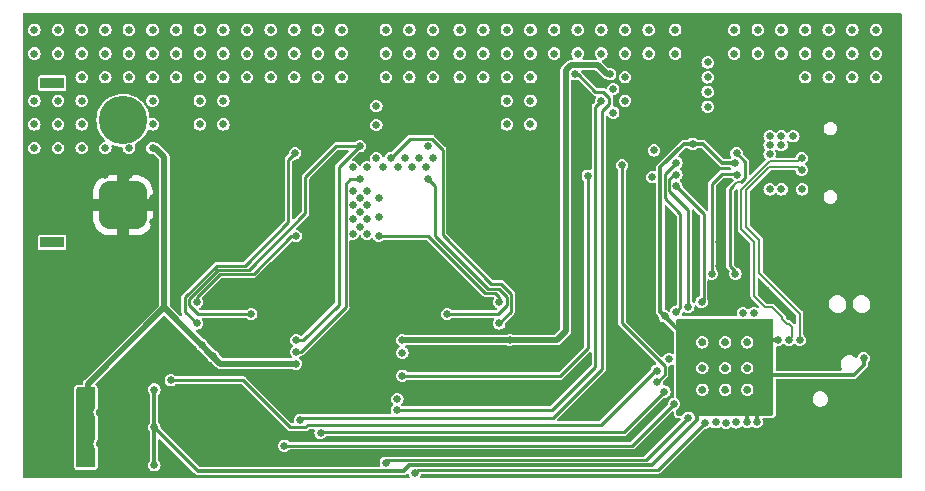
<source format=gbr>
%TF.GenerationSoftware,KiCad,Pcbnew,7.0.8*%
%TF.CreationDate,2024-04-29T11:53:12-04:00*%
%TF.ProjectId,PD Charger,50442043-6861-4726-9765-722e6b696361,rev?*%
%TF.SameCoordinates,Original*%
%TF.FileFunction,Copper,L2,Inr*%
%TF.FilePolarity,Positive*%
%FSLAX46Y46*%
G04 Gerber Fmt 4.6, Leading zero omitted, Abs format (unit mm)*
G04 Created by KiCad (PCBNEW 7.0.8) date 2024-04-29 11:53:12*
%MOMM*%
%LPD*%
G01*
G04 APERTURE LIST*
G04 Aperture macros list*
%AMRoundRect*
0 Rectangle with rounded corners*
0 $1 Rounding radius*
0 $2 $3 $4 $5 $6 $7 $8 $9 X,Y pos of 4 corners*
0 Add a 4 corners polygon primitive as box body*
4,1,4,$2,$3,$4,$5,$6,$7,$8,$9,$2,$3,0*
0 Add four circle primitives for the rounded corners*
1,1,$1+$1,$2,$3*
1,1,$1+$1,$4,$5*
1,1,$1+$1,$6,$7*
1,1,$1+$1,$8,$9*
0 Add four rect primitives between the rounded corners*
20,1,$1+$1,$2,$3,$4,$5,0*
20,1,$1+$1,$4,$5,$6,$7,0*
20,1,$1+$1,$6,$7,$8,$9,0*
20,1,$1+$1,$8,$9,$2,$3,0*%
G04 Aperture macros list end*
%TA.AperFunction,ComponentPad*%
%ADD10O,2.100000X1.000000*%
%TD*%
%TA.AperFunction,ComponentPad*%
%ADD11O,1.800000X1.000000*%
%TD*%
%TA.AperFunction,ComponentPad*%
%ADD12R,2.000000X0.900000*%
%TD*%
%TA.AperFunction,ComponentPad*%
%ADD13RoundRect,1.025000X1.025000X-1.025000X1.025000X1.025000X-1.025000X1.025000X-1.025000X-1.025000X0*%
%TD*%
%TA.AperFunction,ComponentPad*%
%ADD14C,4.100000*%
%TD*%
%TA.AperFunction,ViaPad*%
%ADD15C,0.650000*%
%TD*%
%TA.AperFunction,Conductor*%
%ADD16C,0.250000*%
%TD*%
%TA.AperFunction,Conductor*%
%ADD17C,0.300000*%
%TD*%
%TA.AperFunction,Conductor*%
%ADD18C,0.500000*%
%TD*%
%TA.AperFunction,Conductor*%
%ADD19C,0.200000*%
%TD*%
G04 APERTURE END LIST*
D10*
%TO.N,GND*%
%TO.C,J1*%
X80145000Y-29320000D03*
D11*
X84325000Y-29320000D03*
D10*
X80145000Y-20680000D03*
D11*
X84325000Y-20680000D03*
%TD*%
D12*
%TO.N,*%
%TO.C,J3*%
X14750000Y-31750000D03*
X14750000Y-18250000D03*
D13*
%TO.N,GND*%
X20750000Y-28600000D03*
D14*
%TO.N,VS*%
X20750000Y-21400000D03*
%TD*%
D15*
%TO.N,VD*%
X53500000Y-40000000D03*
%TO.N,GND*%
X33500000Y-43000000D03*
X33500000Y-45000000D03*
X29400500Y-44500000D03*
X28000000Y-44500000D03*
X26500000Y-44500000D03*
X73600000Y-44225000D03*
X69800000Y-44225000D03*
X73600000Y-40200000D03*
X69800000Y-40200000D03*
X71725000Y-42370000D03*
X41150500Y-45000000D03*
X38800000Y-45000000D03*
X41300000Y-43000000D03*
X38800000Y-43000000D03*
X41300000Y-41000000D03*
X38800000Y-41000000D03*
X41300000Y-39000000D03*
X38800000Y-39000000D03*
%TO.N,SW1*%
X31600000Y-37800000D03*
X35400000Y-40000000D03*
X40800000Y-23600000D03*
%TO.N,SW2*%
X45200000Y-25400000D03*
X44600000Y-24600000D03*
X46400000Y-25400000D03*
X42800000Y-25400000D03*
X44000000Y-25400000D03*
X42400000Y-28000000D03*
X48200000Y-37800000D03*
X45800000Y-24600000D03*
X46600000Y-23600000D03*
X42200000Y-24600000D03*
X42200000Y-21800000D03*
X42400000Y-29600000D03*
X47000000Y-24600000D03*
X46600000Y-26400000D03*
X42200000Y-20200000D03*
%TO.N,GND*%
X29250000Y-28000000D03*
X75200000Y-47400000D03*
X67250000Y-33750000D03*
X59000000Y-31500000D03*
X55250000Y-28000000D03*
X23250000Y-34000000D03*
X31400000Y-47200000D03*
X83250000Y-31750000D03*
X79250000Y-35750000D03*
X75200000Y-35800000D03*
X13600000Y-48800000D03*
X15250000Y-34000000D03*
X53250000Y-34000000D03*
X55250000Y-34000000D03*
X79250000Y-31750000D03*
X59000000Y-35000000D03*
X17250000Y-36000000D03*
X13250000Y-36000000D03*
X17250000Y-28000000D03*
X53250000Y-30000000D03*
X27250000Y-30000000D03*
X43250000Y-32000000D03*
X23250000Y-32000000D03*
X15250000Y-30000000D03*
X69000000Y-26600000D03*
X55250000Y-32000000D03*
X73250000Y-31750000D03*
X13600000Y-46600000D03*
X37250000Y-34000000D03*
X27250000Y-26000000D03*
X23250000Y-28000000D03*
X77500000Y-21750000D03*
X69800000Y-42370000D03*
X13250000Y-30000000D03*
X29250000Y-30000000D03*
X27250000Y-34000000D03*
X85250000Y-33750000D03*
X81250000Y-35750000D03*
X19250000Y-32000000D03*
X43250000Y-34000000D03*
X15250000Y-28000000D03*
X85250000Y-35750000D03*
X31250000Y-32000000D03*
X59000000Y-30250000D03*
X71250000Y-31750000D03*
X71725000Y-44225000D03*
X25250000Y-34000000D03*
X20400000Y-45000000D03*
X62000000Y-31500000D03*
X21250000Y-34000000D03*
X65250000Y-35750000D03*
X21250000Y-32000000D03*
X18775500Y-46101019D03*
X77250000Y-33750000D03*
X55250000Y-30000000D03*
X27250000Y-28000000D03*
X77000000Y-29250000D03*
X25250000Y-32000000D03*
X47500000Y-34000000D03*
X23250000Y-36000000D03*
X77250000Y-35750000D03*
X75500000Y-28500000D03*
X33250000Y-34000000D03*
X85250000Y-31750000D03*
X20400000Y-50024500D03*
X19250000Y-36000000D03*
X77200000Y-46000000D03*
X35250000Y-32500000D03*
X53250000Y-32000000D03*
X23250000Y-26000000D03*
X83250000Y-35750000D03*
X19250000Y-34000000D03*
X37250000Y-32000000D03*
X78500000Y-21750000D03*
X25250000Y-26000000D03*
X77250000Y-31750000D03*
X21250000Y-26000000D03*
X62000000Y-33750000D03*
X77500000Y-20750000D03*
X27250000Y-32000000D03*
X17250000Y-26000000D03*
X17250000Y-32000000D03*
X13250000Y-28000000D03*
X77200000Y-44000000D03*
X81250000Y-31750000D03*
X51250000Y-32000000D03*
X83250000Y-33750000D03*
X23250000Y-30000000D03*
X20400000Y-43400000D03*
X20400000Y-50800000D03*
X75250000Y-33750000D03*
X69250000Y-31750000D03*
X62000000Y-35000000D03*
X67250000Y-35750000D03*
X15250000Y-36000000D03*
X29250000Y-32000000D03*
X31400000Y-48800000D03*
X18775500Y-48775500D03*
X79250000Y-33750000D03*
X42000000Y-49800000D03*
X71800000Y-26600000D03*
X77200000Y-38000000D03*
X65250000Y-33750000D03*
X71250000Y-33750000D03*
X67250000Y-31750000D03*
X78000000Y-29250000D03*
X65250000Y-31750000D03*
X69250000Y-33750000D03*
X13600000Y-50400000D03*
X15250000Y-26000000D03*
X21250000Y-36000000D03*
X25250000Y-30000000D03*
X81250000Y-33750000D03*
X29250000Y-26000000D03*
X59037500Y-32600000D03*
X71725000Y-40200000D03*
X73250000Y-33750000D03*
X53250000Y-28000000D03*
X35250000Y-34000000D03*
X41250000Y-34000000D03*
X77500000Y-28500000D03*
X13250000Y-34000000D03*
X45500000Y-34000000D03*
X73600000Y-42370000D03*
X20400000Y-44200000D03*
X75250000Y-31750000D03*
X17250000Y-34000000D03*
X78000000Y-21250000D03*
X45500000Y-32000000D03*
X78500000Y-20750000D03*
X61962500Y-32600000D03*
X41250000Y-32000000D03*
X70405000Y-25000000D03*
X19250000Y-26000000D03*
X62000000Y-30250000D03*
X67600000Y-22449500D03*
X25250000Y-28000000D03*
X13250000Y-26000000D03*
X59000000Y-33750000D03*
X76500000Y-28500000D03*
X17250000Y-30000000D03*
X25250000Y-36000000D03*
%TO.N,/VCTRLI*%
X67400000Y-45400000D03*
X34400000Y-48950500D03*
%TO.N,/~{RST}*%
X66959266Y-41640734D03*
%TO.N,+3V3*%
X66600000Y-38000000D03*
X73600000Y-46943156D03*
X83450000Y-41525000D03*
X76200000Y-40000000D03*
X23400000Y-44200000D03*
X72551394Y-25035923D03*
X74400000Y-46943156D03*
X23400000Y-50600000D03*
X23400000Y-47400000D03*
X69000000Y-23400000D03*
%TO.N,LS*%
X41400000Y-25400000D03*
X40200000Y-28600000D03*
X41400000Y-31000000D03*
X40800000Y-26400000D03*
X40200000Y-27400000D03*
X40800000Y-30400000D03*
X41400000Y-28600000D03*
X40200000Y-25400000D03*
X40800000Y-29200000D03*
X40800000Y-28000000D03*
X40200000Y-31000000D03*
X41400000Y-29800000D03*
X40200000Y-29800000D03*
X35400000Y-41000000D03*
X41400000Y-27400000D03*
%TO.N,/G1*%
X35400000Y-31200000D03*
X27000000Y-36800000D03*
%TO.N,VS*%
X17990734Y-45609266D03*
X31250000Y-17750000D03*
X13250000Y-21750000D03*
X15250000Y-15750000D03*
X35250000Y-17750000D03*
X13250000Y-23750000D03*
X17250000Y-17750000D03*
X37250000Y-13750000D03*
X15250000Y-21750000D03*
X31250000Y-13750000D03*
X21250000Y-15750000D03*
X15250000Y-19750000D03*
X19250000Y-13750000D03*
X27250000Y-21750000D03*
X21250000Y-23750000D03*
X31250000Y-15750000D03*
X33250000Y-15750000D03*
X35250000Y-13750000D03*
X19250000Y-23750000D03*
X35250000Y-15750000D03*
X13250000Y-15750000D03*
X33250000Y-13750000D03*
X23250000Y-23750000D03*
X37250000Y-17750000D03*
X25250000Y-17750000D03*
X17250000Y-19750000D03*
X27400000Y-40400000D03*
X33250000Y-17750000D03*
X37250000Y-15750000D03*
X29250000Y-17750000D03*
X29250000Y-13750000D03*
X39250000Y-15750000D03*
X28400000Y-41400000D03*
X21250000Y-13750000D03*
X15250000Y-13750000D03*
X17250000Y-23750000D03*
X25250000Y-15750000D03*
X17200000Y-45600000D03*
X19250000Y-17750000D03*
X39250000Y-17750000D03*
X27250000Y-17750000D03*
X29250000Y-21750000D03*
X27250000Y-13750000D03*
X17250000Y-21750000D03*
X27250000Y-19750000D03*
X23250000Y-21750000D03*
X29250000Y-19750000D03*
X25250000Y-13750000D03*
X17250000Y-15750000D03*
X17250000Y-13750000D03*
X27250000Y-15750000D03*
X29250000Y-15750000D03*
X18000000Y-49200000D03*
X15250000Y-23750000D03*
X23250000Y-17750000D03*
X23250000Y-13750000D03*
X23250000Y-19750000D03*
X17200000Y-49200000D03*
X23250000Y-15750000D03*
X13250000Y-19750000D03*
X19250000Y-15750000D03*
X13250000Y-13750000D03*
X35400000Y-42000000D03*
X39250000Y-13750000D03*
X21250000Y-17750000D03*
%TO.N,/G2*%
X27000000Y-38600000D03*
X35314500Y-24200000D03*
%TO.N,/G3*%
X52600000Y-36800000D03*
X42400000Y-31200000D03*
%TO.N,IS*%
X45000000Y-15750000D03*
X59250000Y-13750000D03*
X55250000Y-15750000D03*
X55250000Y-19750000D03*
X55250000Y-21750000D03*
X49250000Y-17750000D03*
X43000000Y-17750000D03*
X51250000Y-15750000D03*
X57250000Y-15750000D03*
X57250000Y-13750000D03*
X43000000Y-15750000D03*
X55250000Y-17750000D03*
X59000000Y-17500000D03*
X51250000Y-13750000D03*
X35750000Y-46750000D03*
X43000000Y-13750000D03*
X45000000Y-13750000D03*
X45000000Y-17750000D03*
X47000000Y-13750000D03*
X53250000Y-15750000D03*
X49250000Y-13750000D03*
X53250000Y-21750000D03*
X59250000Y-15750000D03*
X51250000Y-17750000D03*
X53250000Y-17750000D03*
X53250000Y-19750000D03*
X47000000Y-15750000D03*
X47000000Y-17750000D03*
X53250000Y-13750000D03*
X49250000Y-15750000D03*
X55250000Y-13750000D03*
%TO.N,/G4*%
X52600000Y-38600000D03*
X43400000Y-24600000D03*
%TO.N,VD*%
X43940734Y-45940734D03*
X61250000Y-19750000D03*
X62000000Y-17500000D03*
X63250000Y-15750000D03*
X67500000Y-13750000D03*
X62250000Y-20750000D03*
X63250000Y-19750000D03*
X61250000Y-15750000D03*
X67500000Y-15750000D03*
X61250000Y-13750000D03*
X63250000Y-17750000D03*
X44400000Y-40000000D03*
X65250000Y-15750000D03*
X65250000Y-13750000D03*
X63250000Y-13750000D03*
X62250000Y-18750000D03*
%TO.N,/FB*%
X60100500Y-26100000D03*
X44400000Y-43035750D03*
%TO.N,/CC1*%
X70600000Y-34400000D03*
X72750500Y-26000000D03*
%TO.N,/USB_DP*%
X77150000Y-40000000D03*
X78200000Y-24600000D03*
%TO.N,/CC2*%
X72692734Y-24198261D03*
X72600000Y-34400000D03*
%TO.N,/INT_N*%
X67600000Y-25000000D03*
X67600000Y-37600000D03*
%TO.N,/SCL*%
X68600000Y-37200000D03*
X67600000Y-26000000D03*
%TO.N,/SDA*%
X69734082Y-36781593D03*
X67600000Y-27000000D03*
%TO.N,/VIN_SENSE*%
X65950500Y-42600000D03*
X24800000Y-43400000D03*
%TO.N,/VOUT_SENSE*%
X63000000Y-25200000D03*
X65949500Y-43580680D03*
%TO.N,/VCTRLV*%
X37475500Y-47860120D03*
X66581114Y-44381114D03*
%TO.N,/VADJ*%
X70012679Y-47008592D03*
X45462786Y-51274500D03*
%TO.N,/~{RUN}*%
X68600000Y-46600000D03*
X43000000Y-50400000D03*
%TO.N,/OUTDIS*%
X65710206Y-23950500D03*
X74157591Y-37724500D03*
%TO.N,/LOADEN*%
X73228835Y-37724500D03*
X65572700Y-26200000D03*
%TO.N,/ISMON*%
X43975500Y-45000000D03*
X71800000Y-47000000D03*
%TO.N,/SYNC*%
X70915982Y-46965485D03*
X44400000Y-41086750D03*
%TO.N,/COM_S*%
X70250000Y-19000000D03*
X70250000Y-17750000D03*
X70250000Y-16500000D03*
X70250000Y-20250000D03*
%TO.N,/VBUS*%
X77500000Y-22750000D03*
X78500000Y-17750000D03*
X82500000Y-13750000D03*
X72500000Y-13750000D03*
X82500000Y-17750000D03*
X80500000Y-17750000D03*
X75500000Y-23500000D03*
X78250000Y-27250000D03*
X78500000Y-15750000D03*
X76500000Y-13750000D03*
X80500000Y-15750000D03*
X75500000Y-24250000D03*
X76500000Y-22750000D03*
X76500000Y-23500000D03*
X74500000Y-15750000D03*
X84500000Y-15750000D03*
X76500000Y-15750000D03*
X84500000Y-13750000D03*
X76500000Y-27250000D03*
X84500000Y-17750000D03*
X82500000Y-15750000D03*
X80500000Y-13750000D03*
X74500000Y-13750000D03*
X75500000Y-22750000D03*
X75500000Y-27250000D03*
X72500000Y-15750000D03*
X78500000Y-13750000D03*
%TO.N,/USB_DN*%
X78050000Y-40000000D03*
X78200000Y-25600000D03*
%TO.N,/VREF+*%
X72677536Y-46974580D03*
%TD*%
D16*
%TO.N,/VIN_SENSE*%
X24800000Y-43400000D02*
X30900000Y-43400000D01*
X36200000Y-47400000D02*
X36389880Y-47210120D01*
X30900000Y-43400000D02*
X34900000Y-47400000D01*
X34900000Y-47400000D02*
X36200000Y-47400000D01*
X36389880Y-47210120D02*
X61189880Y-47210120D01*
X61189880Y-47210120D02*
X65800000Y-42600000D01*
X65800000Y-42600000D02*
X65950500Y-42600000D01*
D17*
%TO.N,+3V3*%
X67600000Y-39000000D02*
X68300000Y-39000000D01*
X66600000Y-38000000D02*
X67600000Y-39000000D01*
X76200000Y-40000000D02*
X75300000Y-40000000D01*
X45000000Y-50600000D02*
X44525000Y-51075000D01*
X65554595Y-50600000D02*
X45000000Y-50600000D01*
X69337679Y-46816916D02*
X65554595Y-50600000D01*
X27075000Y-51075000D02*
X23400000Y-47400000D01*
X69337679Y-46000000D02*
X69337679Y-46816916D01*
X44525000Y-51075000D02*
X27075000Y-51075000D01*
X74400000Y-46100000D02*
X74300000Y-46000000D01*
X74400000Y-47000000D02*
X74400000Y-46100000D01*
X73600000Y-47000000D02*
X73600000Y-46000000D01*
D16*
%TO.N,SW1*%
X39000000Y-25400000D02*
X39000000Y-29800000D01*
X38800000Y-23600000D02*
X36200000Y-26200000D01*
X40800000Y-23600000D02*
X38800000Y-23600000D01*
X36000000Y-40000000D02*
X35400000Y-40000000D01*
X40800000Y-23600000D02*
X39000000Y-25400000D01*
X31418176Y-34061100D02*
X28819661Y-34061100D01*
X26350000Y-36530761D02*
X26350000Y-37069239D01*
X26350000Y-37069239D02*
X27080761Y-37800000D01*
X36200000Y-26200000D02*
X36200000Y-29279276D01*
X27080761Y-37800000D02*
X31600000Y-37800000D01*
X39000000Y-37000000D02*
X36000000Y-40000000D01*
X31418176Y-34061100D02*
X36200000Y-29279276D01*
X39000000Y-29800000D02*
X39000000Y-37000000D01*
X28819661Y-34061100D02*
X26350000Y-36530761D01*
%TO.N,SW2*%
X47200000Y-27000000D02*
X47200000Y-31200000D01*
X51661100Y-35661100D02*
X52561100Y-35661100D01*
X53250000Y-36350000D02*
X53250000Y-37069239D01*
X46600000Y-26400000D02*
X47200000Y-27000000D01*
X52561100Y-35661100D02*
X53250000Y-36350000D01*
X53250000Y-37069239D02*
X52519239Y-37800000D01*
X52519239Y-37800000D02*
X48200000Y-37800000D01*
X47200000Y-31200000D02*
X51661100Y-35661100D01*
%TO.N,GND*%
X61962500Y-30212500D02*
X62000000Y-30250000D01*
X62000000Y-31500000D02*
X61962500Y-31537500D01*
%TO.N,/VCTRLI*%
X63849500Y-48950500D02*
X34400000Y-48950500D01*
X67400000Y-45400000D02*
X63849500Y-48950500D01*
D17*
%TO.N,+3V3*%
X69854595Y-23400000D02*
X69000000Y-23400000D01*
X83450000Y-42121802D02*
X82632502Y-42939300D01*
X66247200Y-37647200D02*
X66600000Y-38000000D01*
X66247200Y-25398205D02*
X66247200Y-37647200D01*
X72551394Y-25035923D02*
X71490518Y-25035923D01*
X23400000Y-44200000D02*
X23400000Y-47400000D01*
X83450000Y-41525000D02*
X83450000Y-42121802D01*
X68245405Y-23400000D02*
X66247200Y-25398205D01*
X71490518Y-25035923D02*
X69854595Y-23400000D01*
X23400000Y-47400000D02*
X23400000Y-50600000D01*
X82632502Y-42939300D02*
X75123895Y-42939300D01*
X69000000Y-23400000D02*
X68245405Y-23400000D01*
D16*
%TO.N,LS*%
X35800000Y-41000000D02*
X39600000Y-37200000D01*
X40800000Y-26400000D02*
X40000000Y-26400000D01*
X39600000Y-26800000D02*
X39600000Y-37200000D01*
X35800000Y-41000000D02*
X35400000Y-41000000D01*
X40000000Y-26400000D02*
X39600000Y-26800000D01*
%TO.N,/G1*%
X31800000Y-34400000D02*
X29000000Y-34400000D01*
X29000000Y-34400000D02*
X27000000Y-36400000D01*
X35400000Y-31200000D02*
X35000000Y-31200000D01*
X27000000Y-36400000D02*
X27000000Y-36800000D01*
X35000000Y-31200000D02*
X31800000Y-34400000D01*
D18*
%TO.N,VS*%
X17800000Y-50200000D02*
X17800000Y-50400000D01*
X17800000Y-43700000D02*
X17800000Y-45000000D01*
X29000000Y-42000000D02*
X24250000Y-37250000D01*
X24250000Y-37250000D02*
X17800000Y-43700000D01*
X35400000Y-42000000D02*
X29000000Y-42000000D01*
X23500000Y-23750000D02*
X23250000Y-23750000D01*
D19*
X17200000Y-45600000D02*
X17800000Y-45000000D01*
X17990734Y-45190734D02*
X17800000Y-45000000D01*
X17800000Y-49800000D02*
X17800000Y-50400000D01*
X17200000Y-49200000D02*
X17800000Y-49800000D01*
X17990734Y-45609266D02*
X17990734Y-45190734D01*
D18*
X24250000Y-37250000D02*
X24250000Y-24500000D01*
D19*
X17800000Y-49400000D02*
X17800000Y-50200000D01*
D18*
X17800000Y-45000000D02*
X17800000Y-50200000D01*
X24250000Y-24500000D02*
X23500000Y-23750000D01*
D19*
X18000000Y-49200000D02*
X17800000Y-49400000D01*
D16*
%TO.N,/G2*%
X34750000Y-30050000D02*
X31077800Y-33722200D01*
X35314500Y-24200000D02*
X34750000Y-24764500D01*
X26011100Y-37611100D02*
X27000000Y-38600000D01*
X31077800Y-33722200D02*
X28679284Y-33722200D01*
X34750000Y-24764500D02*
X34750000Y-30050000D01*
X28679284Y-33722200D02*
X26011100Y-36390385D01*
X26011100Y-36390385D02*
X26011100Y-37611100D01*
%TO.N,/G3*%
X52250000Y-36000000D02*
X52600000Y-36350000D01*
X46600000Y-31200000D02*
X51400000Y-36000000D01*
X42400000Y-31200000D02*
X46600000Y-31200000D01*
X52600000Y-36350000D02*
X52600000Y-36800000D01*
X51400000Y-36000000D02*
X52250000Y-36000000D01*
%TO.N,IS*%
X61900000Y-20019239D02*
X61900000Y-19480761D01*
X35900000Y-46600000D02*
X57150000Y-46600000D01*
X61312500Y-42437500D02*
X61312500Y-20606739D01*
X61312500Y-20606739D02*
X61900000Y-20019239D01*
X61419239Y-19000000D02*
X60750000Y-19000000D01*
X61900000Y-19480761D02*
X61419239Y-19000000D01*
X59250000Y-17500000D02*
X59000000Y-17500000D01*
X35750000Y-46750000D02*
X35900000Y-46600000D01*
X57150000Y-46600000D02*
X61312500Y-42437500D01*
X60750000Y-19000000D02*
X59250000Y-17500000D01*
%TO.N,/G4*%
X51929276Y-35250000D02*
X52750000Y-35250000D01*
X43400000Y-24600000D02*
X45050000Y-22950000D01*
X45050000Y-22950000D02*
X46869239Y-22950000D01*
X53588900Y-36088900D02*
X53588900Y-37611100D01*
X47800000Y-23880761D02*
X47800000Y-31120724D01*
X47800000Y-31120724D02*
X51929276Y-35250000D01*
X52750000Y-35250000D02*
X53588900Y-36088900D01*
X53588900Y-37611100D02*
X52600000Y-38600000D01*
X46869239Y-22950000D02*
X47800000Y-23880761D01*
D18*
%TO.N,VD*%
X58678984Y-16725000D02*
X60975000Y-16725000D01*
D16*
X60750000Y-42250000D02*
X60750000Y-20250000D01*
X60750000Y-20250000D02*
X61250000Y-19750000D01*
D18*
X44400000Y-40000000D02*
X57500000Y-40000000D01*
D16*
X43940734Y-45940734D02*
X57059266Y-45940734D01*
D18*
X58225000Y-17178984D02*
X58678984Y-16725000D01*
D16*
X57059266Y-45940734D02*
X60750000Y-42250000D01*
D18*
X60975000Y-16725000D02*
X61750000Y-17500000D01*
X58225000Y-39275000D02*
X58225000Y-17178984D01*
X57500000Y-40000000D02*
X58225000Y-39275000D01*
D16*
%TO.N,/FB*%
X60100500Y-40699500D02*
X60100500Y-26100000D01*
X57764250Y-43035750D02*
X60100500Y-40699500D01*
X44400000Y-43035750D02*
X57764250Y-43035750D01*
%TO.N,/CC1*%
X71450000Y-25950000D02*
X70600000Y-26800000D01*
X70600000Y-26800000D02*
X70600000Y-34400000D01*
X72700500Y-25950000D02*
X71450000Y-25950000D01*
X72750500Y-26000000D02*
X72700500Y-25950000D01*
D19*
%TO.N,/USB_DP*%
X73239296Y-27124306D02*
X73081801Y-27281801D01*
X74175000Y-31693200D02*
X74175000Y-36293200D01*
X75491248Y-24874999D02*
X73241941Y-27124306D01*
X73081801Y-27281801D02*
X73081801Y-30600001D01*
X77106800Y-38625000D02*
X77374999Y-38893199D01*
X76575000Y-38093200D02*
X76575000Y-38258884D01*
X75106800Y-37225000D02*
X75706800Y-37225000D01*
X76941116Y-38625000D02*
X77106800Y-38625000D01*
X75706800Y-37225000D02*
X76575000Y-38093200D01*
X73241941Y-27124306D02*
X73239296Y-27124306D01*
X77374999Y-39775001D02*
X77150000Y-40000000D01*
X76575000Y-38258884D02*
X76941116Y-38625000D01*
X77374999Y-38893199D02*
X77374999Y-39775001D01*
X74175000Y-36293200D02*
X75106800Y-37225000D01*
X73081801Y-30600001D02*
X74175000Y-31693200D01*
X78200000Y-24600000D02*
X77925001Y-24874999D01*
X77925001Y-24874999D02*
X75491248Y-24874999D01*
%TO.N,/CC2*%
X72743199Y-26656801D02*
X72400000Y-27000000D01*
D16*
X72400000Y-27000000D02*
X72150000Y-27250000D01*
D19*
X73375500Y-26294239D02*
X73375500Y-26424500D01*
D16*
X73400500Y-26269239D02*
X73037938Y-26631801D01*
D19*
X73375500Y-26424500D02*
X73143199Y-26656801D01*
D16*
X72600000Y-34200000D02*
X72600000Y-34400000D01*
D19*
X73143199Y-26656801D02*
X72743199Y-26656801D01*
X73037938Y-26631801D02*
X73375500Y-26294239D01*
D16*
X73400500Y-24906027D02*
X73400500Y-26269239D01*
X72150000Y-33750000D02*
X72600000Y-34200000D01*
X72150000Y-27250000D02*
X72150000Y-33750000D01*
X72692734Y-24198261D02*
X73400500Y-24906027D01*
%TO.N,/INT_N*%
X67950000Y-37250000D02*
X67950000Y-29350000D01*
X66611100Y-25988900D02*
X67600000Y-25000000D01*
X67950000Y-29350000D02*
X66611100Y-28011100D01*
X67600000Y-37600000D02*
X67950000Y-37250000D01*
X66611100Y-28011100D02*
X66611100Y-25988900D01*
%TO.N,/SCL*%
X67400000Y-26000000D02*
X67000000Y-26400000D01*
X67000000Y-27400000D02*
X68600000Y-29000000D01*
X68600000Y-29000000D02*
X68600000Y-37200000D01*
X66950000Y-26450000D02*
X66950000Y-27350000D01*
X66950000Y-27350000D02*
X67000000Y-27400000D01*
X67000000Y-26400000D02*
X66950000Y-26450000D01*
X67600000Y-26000000D02*
X67400000Y-26000000D01*
%TO.N,/SDA*%
X69900000Y-29300000D02*
X67600000Y-27000000D01*
X69900000Y-36615675D02*
X69900000Y-29300000D01*
X69734082Y-36781593D02*
X69900000Y-36615675D01*
%TO.N,/VOUT_SENSE*%
X66600000Y-42930180D02*
X65949500Y-43580680D01*
X63000000Y-25200000D02*
X63000000Y-38600000D01*
X63000000Y-38600000D02*
X66600000Y-42200000D01*
X66600000Y-42200000D02*
X66600000Y-42930180D01*
%TO.N,/VCTRLV*%
X37475500Y-47860120D02*
X37505762Y-47829858D01*
X37505762Y-47829858D02*
X63132370Y-47829858D01*
X63132370Y-47829858D02*
X66581114Y-44381114D01*
%TO.N,/VADJ*%
X45737286Y-51000000D02*
X66021271Y-51000000D01*
X66021271Y-51000000D02*
X70012679Y-47008592D01*
X45462786Y-51274500D02*
X45737286Y-51000000D01*
%TO.N,/~{RUN}*%
X65000000Y-50200000D02*
X43200000Y-50200000D01*
X43200000Y-50200000D02*
X43000000Y-50400000D01*
X68600000Y-46600000D02*
X65000000Y-50200000D01*
D19*
%TO.N,/USB_DN*%
X78200000Y-25600000D02*
X77925001Y-25325001D01*
X75474999Y-25325001D02*
X73531802Y-27268198D01*
X78050000Y-37766116D02*
X78050000Y-40000000D01*
X73531802Y-27268198D02*
X73531802Y-30413602D01*
X77925001Y-25325001D02*
X75474999Y-25325001D01*
X74625000Y-31506800D02*
X74625000Y-34341116D01*
X73531802Y-30413602D02*
X74625000Y-31506800D01*
X74625000Y-34341116D02*
X78050000Y-37766116D01*
%TD*%
%TA.AperFunction,Conductor*%
%TO.N,+3V3*%
G36*
X73026379Y-38209437D02*
G01*
X73091652Y-38236474D01*
X73183107Y-38248514D01*
X73228834Y-38254535D01*
X73228835Y-38254535D01*
X73228836Y-38254535D01*
X73263130Y-38250019D01*
X73366018Y-38236474D01*
X73431290Y-38209437D01*
X73478740Y-38200000D01*
X73907686Y-38200000D01*
X73955135Y-38209437D01*
X74020408Y-38236474D01*
X74111863Y-38248514D01*
X74157590Y-38254535D01*
X74157591Y-38254535D01*
X74157592Y-38254535D01*
X74191886Y-38250019D01*
X74294774Y-38236474D01*
X74360046Y-38209437D01*
X74407496Y-38200000D01*
X75676000Y-38200000D01*
X75743039Y-38219685D01*
X75788794Y-38272489D01*
X75800000Y-38324000D01*
X75800000Y-46276000D01*
X75780315Y-46343039D01*
X75727511Y-46388794D01*
X75676000Y-46400000D01*
X69168153Y-46400000D01*
X69101114Y-46380315D01*
X69064009Y-46341401D01*
X69063971Y-46341431D01*
X69063696Y-46341073D01*
X69060767Y-46338001D01*
X69059028Y-46334989D01*
X69059024Y-46334984D01*
X69059024Y-46334983D01*
X68974791Y-46225209D01*
X68974789Y-46225208D01*
X68974789Y-46225207D01*
X68865015Y-46140974D01*
X68737186Y-46088027D01*
X68737184Y-46088026D01*
X68737183Y-46088026D01*
X68645727Y-46075985D01*
X68600001Y-46069965D01*
X68599999Y-46069965D01*
X68531408Y-46078995D01*
X68462817Y-46088026D01*
X68462816Y-46088026D01*
X68462813Y-46088027D01*
X68334985Y-46140974D01*
X68225209Y-46225209D01*
X68140971Y-46334989D01*
X68139233Y-46338001D01*
X68137101Y-46340033D01*
X68136029Y-46341431D01*
X68135811Y-46341263D01*
X68088666Y-46386216D01*
X68031847Y-46400000D01*
X67724000Y-46400000D01*
X67656961Y-46380315D01*
X67611206Y-46327511D01*
X67600000Y-46276000D01*
X67600000Y-45968153D01*
X67619685Y-45901114D01*
X67658599Y-45864009D01*
X67658570Y-45863971D01*
X67658926Y-45863697D01*
X67662003Y-45860764D01*
X67665008Y-45859027D01*
X67665018Y-45859024D01*
X67774791Y-45774791D01*
X67859024Y-45665018D01*
X67911974Y-45537183D01*
X67930035Y-45400000D01*
X67911974Y-45262817D01*
X67859024Y-45134983D01*
X67774791Y-45025209D01*
X67774789Y-45025208D01*
X67774789Y-45025207D01*
X67665011Y-44940971D01*
X67661995Y-44939230D01*
X67659960Y-44937095D01*
X67658570Y-44936029D01*
X67658736Y-44935812D01*
X67613782Y-44888661D01*
X67600000Y-44831846D01*
X67600000Y-44225000D01*
X69269965Y-44225000D01*
X69288026Y-44362181D01*
X69288027Y-44362186D01*
X69340974Y-44490015D01*
X69340975Y-44490017D01*
X69340976Y-44490018D01*
X69425209Y-44599791D01*
X69534982Y-44684024D01*
X69662817Y-44736974D01*
X69785702Y-44753152D01*
X69799999Y-44755035D01*
X69800000Y-44755035D01*
X69800001Y-44755035D01*
X69812947Y-44753330D01*
X69937183Y-44736974D01*
X70065018Y-44684024D01*
X70174791Y-44599791D01*
X70259024Y-44490018D01*
X70311974Y-44362183D01*
X70330035Y-44225000D01*
X71194965Y-44225000D01*
X71213026Y-44362181D01*
X71213027Y-44362186D01*
X71265974Y-44490015D01*
X71265975Y-44490017D01*
X71265976Y-44490018D01*
X71350209Y-44599791D01*
X71459982Y-44684024D01*
X71587817Y-44736974D01*
X71710702Y-44753152D01*
X71724999Y-44755035D01*
X71725000Y-44755035D01*
X71725001Y-44755035D01*
X71737947Y-44753330D01*
X71862183Y-44736974D01*
X71990018Y-44684024D01*
X72099791Y-44599791D01*
X72184024Y-44490018D01*
X72236974Y-44362183D01*
X72255035Y-44225000D01*
X73069965Y-44225000D01*
X73088026Y-44362181D01*
X73088027Y-44362186D01*
X73140974Y-44490015D01*
X73140975Y-44490017D01*
X73140976Y-44490018D01*
X73225209Y-44599791D01*
X73334982Y-44684024D01*
X73462817Y-44736974D01*
X73585702Y-44753152D01*
X73599999Y-44755035D01*
X73600000Y-44755035D01*
X73600001Y-44755035D01*
X73612947Y-44753330D01*
X73737183Y-44736974D01*
X73865018Y-44684024D01*
X73974791Y-44599791D01*
X74059024Y-44490018D01*
X74111974Y-44362183D01*
X74130035Y-44225000D01*
X74111974Y-44087817D01*
X74059024Y-43959983D01*
X73974791Y-43850209D01*
X73974789Y-43850208D01*
X73974789Y-43850207D01*
X73865015Y-43765974D01*
X73737186Y-43713027D01*
X73737184Y-43713026D01*
X73737183Y-43713026D01*
X73645727Y-43700985D01*
X73600001Y-43694965D01*
X73599999Y-43694965D01*
X73531408Y-43703995D01*
X73462817Y-43713026D01*
X73462816Y-43713026D01*
X73462813Y-43713027D01*
X73334985Y-43765974D01*
X73225209Y-43850209D01*
X73140974Y-43959985D01*
X73088027Y-44087813D01*
X73088026Y-44087818D01*
X73069965Y-44224999D01*
X73069965Y-44225000D01*
X72255035Y-44225000D01*
X72236974Y-44087817D01*
X72184024Y-43959983D01*
X72099791Y-43850209D01*
X72099789Y-43850208D01*
X72099789Y-43850207D01*
X71990015Y-43765974D01*
X71862186Y-43713027D01*
X71862184Y-43713026D01*
X71862183Y-43713026D01*
X71770727Y-43700985D01*
X71725001Y-43694965D01*
X71724999Y-43694965D01*
X71656408Y-43703995D01*
X71587817Y-43713026D01*
X71587816Y-43713026D01*
X71587813Y-43713027D01*
X71459985Y-43765974D01*
X71350209Y-43850209D01*
X71265974Y-43959985D01*
X71213027Y-44087813D01*
X71213026Y-44087818D01*
X71194965Y-44224999D01*
X71194965Y-44225000D01*
X70330035Y-44225000D01*
X70311974Y-44087817D01*
X70259024Y-43959983D01*
X70174791Y-43850209D01*
X70174789Y-43850208D01*
X70174789Y-43850207D01*
X70065015Y-43765974D01*
X69937186Y-43713027D01*
X69937184Y-43713026D01*
X69937183Y-43713026D01*
X69845727Y-43700985D01*
X69800001Y-43694965D01*
X69799999Y-43694965D01*
X69731408Y-43703995D01*
X69662817Y-43713026D01*
X69662816Y-43713026D01*
X69662813Y-43713027D01*
X69534985Y-43765974D01*
X69425209Y-43850209D01*
X69340974Y-43959985D01*
X69288027Y-44087813D01*
X69288026Y-44087818D01*
X69269965Y-44224999D01*
X69269965Y-44225000D01*
X67600000Y-44225000D01*
X67600000Y-42370000D01*
X69269965Y-42370000D01*
X69288026Y-42507181D01*
X69288027Y-42507186D01*
X69340974Y-42635015D01*
X69340975Y-42635017D01*
X69340976Y-42635018D01*
X69425209Y-42744791D01*
X69534982Y-42829024D01*
X69662817Y-42881974D01*
X69785702Y-42898152D01*
X69799999Y-42900035D01*
X69800000Y-42900035D01*
X69800001Y-42900035D01*
X69812947Y-42898330D01*
X69937183Y-42881974D01*
X70065018Y-42829024D01*
X70174791Y-42744791D01*
X70259024Y-42635018D01*
X70311974Y-42507183D01*
X70330035Y-42370000D01*
X71194965Y-42370000D01*
X71213026Y-42507181D01*
X71213027Y-42507186D01*
X71265974Y-42635015D01*
X71265975Y-42635017D01*
X71265976Y-42635018D01*
X71350209Y-42744791D01*
X71459982Y-42829024D01*
X71587817Y-42881974D01*
X71710702Y-42898152D01*
X71724999Y-42900035D01*
X71725000Y-42900035D01*
X71725001Y-42900035D01*
X71737947Y-42898330D01*
X71862183Y-42881974D01*
X71990018Y-42829024D01*
X72099791Y-42744791D01*
X72184024Y-42635018D01*
X72236974Y-42507183D01*
X72255035Y-42370000D01*
X73069965Y-42370000D01*
X73088026Y-42507181D01*
X73088027Y-42507186D01*
X73140974Y-42635015D01*
X73140975Y-42635017D01*
X73140976Y-42635018D01*
X73225209Y-42744791D01*
X73334982Y-42829024D01*
X73462817Y-42881974D01*
X73585702Y-42898152D01*
X73599999Y-42900035D01*
X73600000Y-42900035D01*
X73600001Y-42900035D01*
X73612947Y-42898330D01*
X73737183Y-42881974D01*
X73865018Y-42829024D01*
X73974791Y-42744791D01*
X74059024Y-42635018D01*
X74111974Y-42507183D01*
X74130035Y-42370000D01*
X74111974Y-42232817D01*
X74059024Y-42104983D01*
X73974791Y-41995209D01*
X73974789Y-41995208D01*
X73974789Y-41995207D01*
X73865015Y-41910974D01*
X73737186Y-41858027D01*
X73737184Y-41858026D01*
X73737183Y-41858026D01*
X73645727Y-41845985D01*
X73600001Y-41839965D01*
X73599999Y-41839965D01*
X73531408Y-41848995D01*
X73462817Y-41858026D01*
X73462816Y-41858026D01*
X73462813Y-41858027D01*
X73334985Y-41910974D01*
X73225209Y-41995209D01*
X73140974Y-42104985D01*
X73088027Y-42232813D01*
X73088026Y-42232818D01*
X73069965Y-42369999D01*
X73069965Y-42370000D01*
X72255035Y-42370000D01*
X72236974Y-42232817D01*
X72184024Y-42104983D01*
X72099791Y-41995209D01*
X72099789Y-41995208D01*
X72099789Y-41995207D01*
X71990015Y-41910974D01*
X71862186Y-41858027D01*
X71862184Y-41858026D01*
X71862183Y-41858026D01*
X71770727Y-41845985D01*
X71725001Y-41839965D01*
X71724999Y-41839965D01*
X71656408Y-41848995D01*
X71587817Y-41858026D01*
X71587816Y-41858026D01*
X71587813Y-41858027D01*
X71459985Y-41910974D01*
X71350209Y-41995209D01*
X71265974Y-42104985D01*
X71213027Y-42232813D01*
X71213026Y-42232818D01*
X71194965Y-42369999D01*
X71194965Y-42370000D01*
X70330035Y-42370000D01*
X70311974Y-42232817D01*
X70259024Y-42104983D01*
X70174791Y-41995209D01*
X70174789Y-41995208D01*
X70174789Y-41995207D01*
X70065015Y-41910974D01*
X69937186Y-41858027D01*
X69937184Y-41858026D01*
X69937183Y-41858026D01*
X69845727Y-41845985D01*
X69800001Y-41839965D01*
X69799999Y-41839965D01*
X69731408Y-41848995D01*
X69662817Y-41858026D01*
X69662816Y-41858026D01*
X69662813Y-41858027D01*
X69534985Y-41910974D01*
X69425209Y-41995209D01*
X69340974Y-42104985D01*
X69288027Y-42232813D01*
X69288026Y-42232818D01*
X69269965Y-42369999D01*
X69269965Y-42370000D01*
X67600000Y-42370000D01*
X67600000Y-40200000D01*
X69269965Y-40200000D01*
X69288026Y-40337181D01*
X69288027Y-40337186D01*
X69340974Y-40465015D01*
X69340975Y-40465017D01*
X69340976Y-40465018D01*
X69425209Y-40574791D01*
X69534982Y-40659024D01*
X69662817Y-40711974D01*
X69785702Y-40728152D01*
X69799999Y-40730035D01*
X69800000Y-40730035D01*
X69800001Y-40730035D01*
X69812947Y-40728330D01*
X69937183Y-40711974D01*
X70065018Y-40659024D01*
X70174791Y-40574791D01*
X70259024Y-40465018D01*
X70311974Y-40337183D01*
X70330035Y-40200000D01*
X71194965Y-40200000D01*
X71213026Y-40337181D01*
X71213027Y-40337186D01*
X71265974Y-40465015D01*
X71265975Y-40465017D01*
X71265976Y-40465018D01*
X71350209Y-40574791D01*
X71459982Y-40659024D01*
X71587817Y-40711974D01*
X71710702Y-40728152D01*
X71724999Y-40730035D01*
X71725000Y-40730035D01*
X71725001Y-40730035D01*
X71737947Y-40728330D01*
X71862183Y-40711974D01*
X71990018Y-40659024D01*
X72099791Y-40574791D01*
X72184024Y-40465018D01*
X72236974Y-40337183D01*
X72255035Y-40200000D01*
X73069965Y-40200000D01*
X73088026Y-40337181D01*
X73088027Y-40337186D01*
X73140974Y-40465015D01*
X73140975Y-40465017D01*
X73140976Y-40465018D01*
X73225209Y-40574791D01*
X73334982Y-40659024D01*
X73462817Y-40711974D01*
X73585702Y-40728152D01*
X73599999Y-40730035D01*
X73600000Y-40730035D01*
X73600001Y-40730035D01*
X73612947Y-40728330D01*
X73737183Y-40711974D01*
X73865018Y-40659024D01*
X73974791Y-40574791D01*
X74059024Y-40465018D01*
X74111974Y-40337183D01*
X74130035Y-40200000D01*
X74111974Y-40062817D01*
X74059024Y-39934983D01*
X73974791Y-39825209D01*
X73974789Y-39825208D01*
X73974789Y-39825207D01*
X73865015Y-39740974D01*
X73737186Y-39688027D01*
X73737184Y-39688026D01*
X73737183Y-39688026D01*
X73645727Y-39675985D01*
X73600001Y-39669965D01*
X73599999Y-39669965D01*
X73531408Y-39678995D01*
X73462817Y-39688026D01*
X73462816Y-39688026D01*
X73462813Y-39688027D01*
X73334985Y-39740974D01*
X73225209Y-39825209D01*
X73140974Y-39934985D01*
X73088027Y-40062813D01*
X73088026Y-40062818D01*
X73069965Y-40199999D01*
X73069965Y-40200000D01*
X72255035Y-40200000D01*
X72236974Y-40062817D01*
X72184024Y-39934983D01*
X72099791Y-39825209D01*
X72099789Y-39825208D01*
X72099789Y-39825207D01*
X71990015Y-39740974D01*
X71862186Y-39688027D01*
X71862184Y-39688026D01*
X71862183Y-39688026D01*
X71770727Y-39675985D01*
X71725001Y-39669965D01*
X71724999Y-39669965D01*
X71656408Y-39678995D01*
X71587817Y-39688026D01*
X71587816Y-39688026D01*
X71587813Y-39688027D01*
X71459985Y-39740974D01*
X71350209Y-39825209D01*
X71265974Y-39934985D01*
X71213027Y-40062813D01*
X71213026Y-40062818D01*
X71194965Y-40199999D01*
X71194965Y-40200000D01*
X70330035Y-40200000D01*
X70311974Y-40062817D01*
X70259024Y-39934983D01*
X70174791Y-39825209D01*
X70174789Y-39825208D01*
X70174789Y-39825207D01*
X70065015Y-39740974D01*
X69937186Y-39688027D01*
X69937184Y-39688026D01*
X69937183Y-39688026D01*
X69845727Y-39675985D01*
X69800001Y-39669965D01*
X69799999Y-39669965D01*
X69731408Y-39678995D01*
X69662817Y-39688026D01*
X69662816Y-39688026D01*
X69662813Y-39688027D01*
X69534985Y-39740974D01*
X69425209Y-39825209D01*
X69340974Y-39934985D01*
X69288027Y-40062813D01*
X69288026Y-40062818D01*
X69269965Y-40199999D01*
X69269965Y-40200000D01*
X67600000Y-40200000D01*
X67600000Y-38324000D01*
X67619685Y-38256961D01*
X67672489Y-38211206D01*
X67724000Y-38200000D01*
X72978930Y-38200000D01*
X73026379Y-38209437D01*
G37*
%TD.AperFunction*%
%TD*%
%TA.AperFunction,Conductor*%
%TO.N,VS*%
G36*
X18343039Y-44019685D02*
G01*
X18388794Y-44072489D01*
X18400000Y-44124000D01*
X18400000Y-45685058D01*
X18380315Y-45752097D01*
X18374376Y-45760544D01*
X18316475Y-45836001D01*
X18263527Y-45963832D01*
X18263526Y-45963837D01*
X18245465Y-46101018D01*
X18245465Y-46101019D01*
X18263526Y-46238200D01*
X18263527Y-46238205D01*
X18316475Y-46366035D01*
X18316476Y-46366037D01*
X18374375Y-46441491D01*
X18399570Y-46506659D01*
X18400000Y-46516978D01*
X18400000Y-48359539D01*
X18380315Y-48426578D01*
X18374376Y-48435025D01*
X18316475Y-48510482D01*
X18263527Y-48638313D01*
X18263526Y-48638318D01*
X18245465Y-48775499D01*
X18245465Y-48775500D01*
X18263526Y-48912681D01*
X18263527Y-48912686D01*
X18316475Y-49040516D01*
X18316476Y-49040518D01*
X18374375Y-49115972D01*
X18399570Y-49181140D01*
X18400000Y-49191459D01*
X18400000Y-50676000D01*
X18380315Y-50743039D01*
X18327511Y-50788794D01*
X18276000Y-50800000D01*
X16924000Y-50800000D01*
X16856961Y-50780315D01*
X16811206Y-50727511D01*
X16800000Y-50676000D01*
X16800000Y-44124000D01*
X16819685Y-44056961D01*
X16872489Y-44011206D01*
X16924000Y-44000000D01*
X18276000Y-44000000D01*
X18343039Y-44019685D01*
G37*
%TD.AperFunction*%
%TD*%
%TA.AperFunction,Conductor*%
%TO.N,GND*%
G36*
X39815092Y-23946317D02*
G01*
X39854688Y-24000817D01*
X39854688Y-24068183D01*
X39828098Y-24111575D01*
X38781566Y-25158105D01*
X38778061Y-25161317D01*
X38746806Y-25187544D01*
X38746804Y-25187545D01*
X38726400Y-25222886D01*
X38723846Y-25226895D01*
X38700445Y-25260317D01*
X38700443Y-25260320D01*
X38700392Y-25260513D01*
X38689516Y-25286772D01*
X38689413Y-25286949D01*
X38689411Y-25286955D01*
X38682326Y-25327136D01*
X38681297Y-25331775D01*
X38671115Y-25369781D01*
X38670736Y-25371194D01*
X38674292Y-25411839D01*
X38674500Y-25416592D01*
X38674500Y-36820024D01*
X38653683Y-36884093D01*
X38642575Y-36897099D01*
X35921414Y-39618259D01*
X35861390Y-39648842D01*
X35794854Y-39638304D01*
X35777984Y-39627659D01*
X35665018Y-39540976D01*
X35665014Y-39540974D01*
X35537185Y-39488026D01*
X35537178Y-39488024D01*
X35400003Y-39469965D01*
X35399997Y-39469965D01*
X35262821Y-39488024D01*
X35262814Y-39488026D01*
X35134981Y-39540976D01*
X35025214Y-39625204D01*
X35025204Y-39625214D01*
X34940976Y-39734981D01*
X34888026Y-39862814D01*
X34888024Y-39862821D01*
X34869965Y-39999997D01*
X34869965Y-40000002D01*
X34888024Y-40137178D01*
X34888026Y-40137185D01*
X34940974Y-40265014D01*
X34940976Y-40265018D01*
X35023313Y-40372321D01*
X35025209Y-40374791D01*
X35075689Y-40413526D01*
X35113843Y-40469041D01*
X35112080Y-40536384D01*
X35075689Y-40586473D01*
X35025212Y-40625206D01*
X35025204Y-40625214D01*
X34940976Y-40734981D01*
X34888026Y-40862814D01*
X34888024Y-40862821D01*
X34869965Y-40999997D01*
X34869965Y-41000002D01*
X34888024Y-41137178D01*
X34888026Y-41137185D01*
X34940974Y-41265014D01*
X34940976Y-41265018D01*
X35024713Y-41374145D01*
X35047201Y-41437646D01*
X35028068Y-41502238D01*
X34974623Y-41543248D01*
X34938238Y-41549500D01*
X29231753Y-41549500D01*
X29167684Y-41528683D01*
X29154678Y-41517575D01*
X28935827Y-41298724D01*
X28912199Y-41263361D01*
X28895868Y-41223935D01*
X28859024Y-41134983D01*
X28859023Y-41134982D01*
X28859023Y-41134981D01*
X28774795Y-41025214D01*
X28774794Y-41025213D01*
X28774791Y-41025209D01*
X28774786Y-41025205D01*
X28774785Y-41025204D01*
X28665018Y-40940976D01*
X28665014Y-40940974D01*
X28536638Y-40887800D01*
X28501275Y-40864172D01*
X27935827Y-40298724D01*
X27912199Y-40263361D01*
X27891847Y-40214227D01*
X27859024Y-40134983D01*
X27859023Y-40134982D01*
X27859023Y-40134981D01*
X27774795Y-40025214D01*
X27774794Y-40025213D01*
X27774791Y-40025209D01*
X27774786Y-40025205D01*
X27774785Y-40025204D01*
X27665018Y-39940976D01*
X27665014Y-39940974D01*
X27536638Y-39887800D01*
X27501275Y-39864172D01*
X26950520Y-39313417D01*
X26919937Y-39253393D01*
X26930475Y-39186857D01*
X26978110Y-39139222D01*
X27013362Y-39128275D01*
X27137183Y-39111974D01*
X27265018Y-39059024D01*
X27374791Y-38974791D01*
X27459024Y-38865018D01*
X27511974Y-38737183D01*
X27518549Y-38687247D01*
X27530035Y-38600002D01*
X27530035Y-38599997D01*
X27511975Y-38462821D01*
X27511973Y-38462814D01*
X27459024Y-38334983D01*
X27441368Y-38311973D01*
X27432836Y-38300855D01*
X27410349Y-38237354D01*
X27429482Y-38172762D01*
X27482926Y-38131752D01*
X27519312Y-38125500D01*
X31133634Y-38125500D01*
X31197703Y-38146317D01*
X31220106Y-38168142D01*
X31225209Y-38174791D01*
X31334982Y-38259024D01*
X31386394Y-38280319D01*
X31462814Y-38311973D01*
X31462821Y-38311975D01*
X31599997Y-38330035D01*
X31600000Y-38330035D01*
X31600003Y-38330035D01*
X31737178Y-38311975D01*
X31737180Y-38311974D01*
X31737183Y-38311974D01*
X31865018Y-38259024D01*
X31974791Y-38174791D01*
X32059024Y-38065018D01*
X32111974Y-37937183D01*
X32112165Y-37935737D01*
X32130035Y-37800002D01*
X32130035Y-37799997D01*
X32111975Y-37662821D01*
X32111973Y-37662814D01*
X32061506Y-37540976D01*
X32059024Y-37534983D01*
X32059023Y-37534982D01*
X32059023Y-37534981D01*
X31974795Y-37425214D01*
X31974794Y-37425213D01*
X31974791Y-37425209D01*
X31974786Y-37425205D01*
X31974785Y-37425204D01*
X31865018Y-37340976D01*
X31865014Y-37340974D01*
X31737185Y-37288026D01*
X31737178Y-37288024D01*
X31600003Y-37269965D01*
X31599997Y-37269965D01*
X31462821Y-37288024D01*
X31462814Y-37288026D01*
X31334981Y-37340976D01*
X31225214Y-37425204D01*
X31225209Y-37425209D01*
X31220107Y-37431856D01*
X31164591Y-37470012D01*
X31133634Y-37474500D01*
X27292793Y-37474500D01*
X27228724Y-37453683D01*
X27189128Y-37399183D01*
X27189128Y-37331817D01*
X27228724Y-37277317D01*
X27251081Y-37264797D01*
X27254500Y-37263380D01*
X27265018Y-37259024D01*
X27374791Y-37174791D01*
X27459024Y-37065018D01*
X27511974Y-36937183D01*
X27514398Y-36918776D01*
X27530035Y-36800002D01*
X27530035Y-36799997D01*
X27511975Y-36662821D01*
X27511973Y-36662814D01*
X27459023Y-36534980D01*
X27455452Y-36528795D01*
X27456666Y-36528094D01*
X27436687Y-36471680D01*
X27455819Y-36407088D01*
X27468569Y-36391755D01*
X29102901Y-34757425D01*
X29162925Y-34726842D01*
X29179976Y-34725500D01*
X31783407Y-34725500D01*
X31788143Y-34725706D01*
X31828807Y-34729264D01*
X31868260Y-34718691D01*
X31872848Y-34717675D01*
X31913045Y-34710588D01*
X31913198Y-34710499D01*
X31939500Y-34699603D01*
X31939684Y-34699554D01*
X31973112Y-34676146D01*
X31977110Y-34673599D01*
X32012455Y-34653194D01*
X32038682Y-34621936D01*
X32041896Y-34618429D01*
X33295550Y-33364775D01*
X34991750Y-31668574D01*
X35051773Y-31637993D01*
X35118309Y-31648531D01*
X35134478Y-31658732D01*
X35134978Y-31659021D01*
X35134982Y-31659024D01*
X35158043Y-31668576D01*
X35262814Y-31711973D01*
X35262821Y-31711975D01*
X35399997Y-31730035D01*
X35400000Y-31730035D01*
X35400003Y-31730035D01*
X35537178Y-31711975D01*
X35537180Y-31711974D01*
X35537183Y-31711974D01*
X35665018Y-31659024D01*
X35774791Y-31574791D01*
X35859024Y-31465018D01*
X35911974Y-31337183D01*
X35919470Y-31280252D01*
X35930035Y-31200002D01*
X35930035Y-31199997D01*
X35911975Y-31062821D01*
X35911973Y-31062814D01*
X35873821Y-30970707D01*
X35859024Y-30934983D01*
X35859023Y-30934982D01*
X35859023Y-30934981D01*
X35774795Y-30825214D01*
X35774794Y-30825213D01*
X35774791Y-30825209D01*
X35774786Y-30825205D01*
X35774785Y-30825204D01*
X35665018Y-30740976D01*
X35665014Y-30740974D01*
X35537185Y-30688026D01*
X35537178Y-30688024D01*
X35503941Y-30683649D01*
X35443138Y-30654648D01*
X35410994Y-30595445D01*
X35419787Y-30528656D01*
X35441094Y-30498507D01*
X35859430Y-30080172D01*
X36418441Y-29521161D01*
X36421927Y-29517965D01*
X36453194Y-29491731D01*
X36473598Y-29456387D01*
X36476143Y-29452392D01*
X36499554Y-29418960D01*
X36499603Y-29418776D01*
X36510500Y-29392473D01*
X36510588Y-29392321D01*
X36517677Y-29352109D01*
X36518700Y-29347502D01*
X36520449Y-29340974D01*
X36529263Y-29308083D01*
X36525706Y-29267427D01*
X36525500Y-29262691D01*
X36525500Y-26379976D01*
X36546317Y-26315907D01*
X36557425Y-26302901D01*
X38902902Y-23957425D01*
X38962926Y-23926842D01*
X38979977Y-23925500D01*
X39751023Y-23925500D01*
X39815092Y-23946317D01*
G37*
%TD.AperFunction*%
%TA.AperFunction,Conductor*%
G36*
X86654569Y-12321317D02*
G01*
X86694165Y-12375817D01*
X86699500Y-12409500D01*
X86699500Y-51590500D01*
X86678683Y-51654569D01*
X86624183Y-51694165D01*
X86590500Y-51699500D01*
X46018238Y-51699500D01*
X45954169Y-51678683D01*
X45914573Y-51624183D01*
X45914573Y-51556817D01*
X45919295Y-51546209D01*
X45919076Y-51546119D01*
X45967155Y-51430043D01*
X45974760Y-51411683D01*
X45974761Y-51411674D01*
X45976204Y-51406292D01*
X46012892Y-51349793D01*
X46075783Y-51325650D01*
X46081491Y-51325500D01*
X66004678Y-51325500D01*
X66009414Y-51325706D01*
X66050078Y-51329264D01*
X66089531Y-51318691D01*
X66094119Y-51317675D01*
X66134316Y-51310588D01*
X66134469Y-51310499D01*
X66160771Y-51299603D01*
X66160955Y-51299554D01*
X66194383Y-51276146D01*
X66198381Y-51273599D01*
X66233726Y-51253194D01*
X66259953Y-51221936D01*
X66263167Y-51218429D01*
X68072073Y-49409523D01*
X69913073Y-47568523D01*
X69973095Y-47537942D01*
X70004377Y-47537534D01*
X70012679Y-47538627D01*
X70012682Y-47538627D01*
X70149857Y-47520567D01*
X70149859Y-47520566D01*
X70149862Y-47520566D01*
X70277697Y-47467616D01*
X70387470Y-47383383D01*
X70398902Y-47368484D01*
X70454417Y-47330328D01*
X70521760Y-47332090D01*
X70551727Y-47348360D01*
X70650964Y-47424509D01*
X70672922Y-47433604D01*
X70778796Y-47477458D01*
X70778803Y-47477460D01*
X70915979Y-47495520D01*
X70915982Y-47495520D01*
X70915985Y-47495520D01*
X71053160Y-47477460D01*
X71053162Y-47477459D01*
X71053165Y-47477459D01*
X71181000Y-47424509D01*
X71272245Y-47354492D01*
X71335744Y-47332006D01*
X71400335Y-47351139D01*
X71420050Y-47369846D01*
X71420158Y-47369739D01*
X71424271Y-47373852D01*
X71425070Y-47374611D01*
X71425209Y-47374791D01*
X71425213Y-47374794D01*
X71425214Y-47374795D01*
X71460904Y-47402181D01*
X71534982Y-47459024D01*
X71579489Y-47477459D01*
X71662814Y-47511973D01*
X71662821Y-47511975D01*
X71799997Y-47530035D01*
X71800000Y-47530035D01*
X71800003Y-47530035D01*
X71937178Y-47511975D01*
X71937180Y-47511974D01*
X71937183Y-47511974D01*
X72065018Y-47459024D01*
X72174791Y-47374791D01*
X72174794Y-47374786D01*
X72177130Y-47372451D01*
X72179246Y-47371372D01*
X72180459Y-47370442D01*
X72180631Y-47370666D01*
X72237151Y-47341863D01*
X72303688Y-47352397D01*
X72320565Y-47363045D01*
X72412518Y-47433604D01*
X72464485Y-47455129D01*
X72540350Y-47486553D01*
X72540357Y-47486555D01*
X72677533Y-47504615D01*
X72677536Y-47504615D01*
X72677539Y-47504615D01*
X72814714Y-47486555D01*
X72814716Y-47486554D01*
X72814719Y-47486554D01*
X72942554Y-47433604D01*
X73052327Y-47349371D01*
X73065368Y-47332375D01*
X73120883Y-47294219D01*
X73188226Y-47295981D01*
X73218434Y-47315040D01*
X73219541Y-47313598D01*
X73225209Y-47317947D01*
X73334982Y-47402180D01*
X73388890Y-47424509D01*
X73462814Y-47455129D01*
X73462821Y-47455131D01*
X73599997Y-47473191D01*
X73600000Y-47473191D01*
X73600003Y-47473191D01*
X73737178Y-47455131D01*
X73737180Y-47455130D01*
X73737183Y-47455130D01*
X73865018Y-47402180D01*
X73933648Y-47349517D01*
X73997145Y-47327031D01*
X74061737Y-47346163D01*
X74066315Y-47349489D01*
X74134982Y-47402180D01*
X74188890Y-47424509D01*
X74262814Y-47455129D01*
X74262821Y-47455131D01*
X74399997Y-47473191D01*
X74400000Y-47473191D01*
X74400003Y-47473191D01*
X74537178Y-47455131D01*
X74537180Y-47455130D01*
X74537183Y-47455130D01*
X74665018Y-47402180D01*
X74774791Y-47317947D01*
X74859024Y-47208174D01*
X74911974Y-47080339D01*
X74915484Y-47053683D01*
X74930035Y-46943158D01*
X74930035Y-46943153D01*
X74911975Y-46805977D01*
X74911973Y-46805970D01*
X74891363Y-46756212D01*
X74886078Y-46689054D01*
X74921277Y-46631615D01*
X74983515Y-46605836D01*
X74992066Y-46605500D01*
X75676000Y-46605500D01*
X75719684Y-46600803D01*
X75758317Y-46592398D01*
X75771196Y-46589597D01*
X75773683Y-46588989D01*
X75781373Y-46587110D01*
X75862085Y-46544100D01*
X75914889Y-46498345D01*
X75932843Y-46480754D01*
X75977490Y-46400937D01*
X75997175Y-46333898D01*
X76005500Y-46276000D01*
X76005500Y-44958830D01*
X79145624Y-44958830D01*
X79155944Y-45122862D01*
X79206730Y-45279168D01*
X79206732Y-45279171D01*
X79294798Y-45417940D01*
X79414607Y-45530448D01*
X79414609Y-45530449D01*
X79414610Y-45530450D01*
X79414611Y-45530451D01*
X79491262Y-45572590D01*
X79558628Y-45609625D01*
X79558626Y-45609625D01*
X79558630Y-45609626D01*
X79558632Y-45609627D01*
X79717823Y-45650500D01*
X79717824Y-45650500D01*
X79840928Y-45650500D01*
X79840933Y-45650499D01*
X79963053Y-45635072D01*
X79963053Y-45635071D01*
X79963058Y-45635071D01*
X80115871Y-45574568D01*
X80248837Y-45477963D01*
X80353600Y-45351326D01*
X80423579Y-45202613D01*
X80454376Y-45041170D01*
X80444056Y-44877140D01*
X80432034Y-44840139D01*
X80393269Y-44720831D01*
X80393268Y-44720829D01*
X80305202Y-44582060D01*
X80185393Y-44469552D01*
X80185391Y-44469550D01*
X80185389Y-44469549D01*
X80185388Y-44469548D01*
X80041370Y-44390374D01*
X80041373Y-44390374D01*
X79942269Y-44364929D01*
X79882177Y-44349500D01*
X79759075Y-44349500D01*
X79759066Y-44349500D01*
X79636946Y-44364927D01*
X79636944Y-44364928D01*
X79484130Y-44425431D01*
X79351160Y-44522039D01*
X79246399Y-44648674D01*
X79176422Y-44797383D01*
X79176420Y-44797389D01*
X79145624Y-44958827D01*
X79145624Y-44958830D01*
X76005500Y-44958830D01*
X76005500Y-43398800D01*
X76026317Y-43334731D01*
X76080817Y-43295135D01*
X76114500Y-43289800D01*
X82584846Y-43289800D01*
X82607213Y-43292119D01*
X82617817Y-43294343D01*
X82646951Y-43290711D01*
X82650901Y-43290219D01*
X82657649Y-43289800D01*
X82661541Y-43289800D01*
X82661542Y-43289800D01*
X82683042Y-43286212D01*
X82733895Y-43279873D01*
X82733900Y-43279870D01*
X82740944Y-43277773D01*
X82747877Y-43275392D01*
X82747883Y-43275392D01*
X82792946Y-43251004D01*
X82838986Y-43228498D01*
X82838987Y-43228497D01*
X82844954Y-43224237D01*
X82850759Y-43219719D01*
X82850760Y-43219718D01*
X82885459Y-43182024D01*
X83664148Y-42403333D01*
X83681600Y-42389163D01*
X83690669Y-42383239D01*
X83711151Y-42356922D01*
X83715622Y-42351859D01*
X83718375Y-42349108D01*
X83728502Y-42334923D01*
X83731039Y-42331370D01*
X83736749Y-42324032D01*
X83762517Y-42290928D01*
X83762518Y-42290922D01*
X83766014Y-42284464D01*
X83769236Y-42277872D01*
X83769240Y-42277868D01*
X83775948Y-42255332D01*
X83783862Y-42228755D01*
X83800499Y-42180295D01*
X83801703Y-42173075D01*
X83802614Y-42165763D01*
X83802617Y-42165756D01*
X83800500Y-42114560D01*
X83800500Y-41968447D01*
X83821317Y-41904378D01*
X83823025Y-41902091D01*
X83824788Y-41899793D01*
X83824791Y-41899791D01*
X83909024Y-41790018D01*
X83961974Y-41662183D01*
X83966842Y-41625214D01*
X83980035Y-41525002D01*
X83980035Y-41524997D01*
X83961975Y-41387821D01*
X83961973Y-41387814D01*
X83923197Y-41294200D01*
X83909024Y-41259983D01*
X83909023Y-41259982D01*
X83909023Y-41259981D01*
X83824795Y-41150214D01*
X83824794Y-41150213D01*
X83824791Y-41150209D01*
X83824786Y-41150205D01*
X83824785Y-41150204D01*
X83715018Y-41065976D01*
X83715014Y-41065974D01*
X83587185Y-41013026D01*
X83587178Y-41013024D01*
X83450003Y-40994965D01*
X83449997Y-40994965D01*
X83312821Y-41013024D01*
X83312814Y-41013026D01*
X83184981Y-41065976D01*
X83075214Y-41150204D01*
X83075204Y-41150214D01*
X82990976Y-41259981D01*
X82938026Y-41387814D01*
X82938025Y-41387820D01*
X82934610Y-41413755D01*
X82905606Y-41474557D01*
X82846403Y-41506699D01*
X82779614Y-41497904D01*
X82756479Y-41483023D01*
X82734751Y-41464791D01*
X82672614Y-41412651D01*
X82672609Y-41412648D01*
X82516814Y-41334405D01*
X82347171Y-41294200D01*
X82216564Y-41294200D01*
X82151700Y-41301781D01*
X82086834Y-41309363D01*
X81923011Y-41368990D01*
X81923000Y-41368995D01*
X81777348Y-41464791D01*
X81657702Y-41591608D01*
X81570534Y-41742590D01*
X81522098Y-41904378D01*
X81520531Y-41909612D01*
X81510393Y-42083660D01*
X81512602Y-42096188D01*
X81535977Y-42228755D01*
X81540668Y-42255354D01*
X81609721Y-42415438D01*
X81609723Y-42415441D01*
X81612894Y-42420933D01*
X81611544Y-42421712D01*
X81630741Y-42478530D01*
X81610671Y-42542837D01*
X81556637Y-42583066D01*
X81521748Y-42588800D01*
X76114500Y-42588800D01*
X76050431Y-42567983D01*
X76010835Y-42513483D01*
X76005500Y-42479800D01*
X76005500Y-40628719D01*
X76026317Y-40564650D01*
X76080817Y-40525054D01*
X76128728Y-40520652D01*
X76199997Y-40530035D01*
X76200000Y-40530035D01*
X76200003Y-40530035D01*
X76337178Y-40511975D01*
X76337180Y-40511974D01*
X76337183Y-40511974D01*
X76465018Y-40459024D01*
X76574791Y-40374791D01*
X76588525Y-40356893D01*
X76644043Y-40318737D01*
X76711385Y-40320500D01*
X76761475Y-40356893D01*
X76773313Y-40372321D01*
X76775209Y-40374791D01*
X76884982Y-40459024D01*
X76934462Y-40479519D01*
X77012814Y-40511973D01*
X77012821Y-40511975D01*
X77149997Y-40530035D01*
X77150000Y-40530035D01*
X77150003Y-40530035D01*
X77287178Y-40511975D01*
X77287180Y-40511974D01*
X77287183Y-40511974D01*
X77415018Y-40459024D01*
X77524791Y-40374791D01*
X77524790Y-40374791D01*
X77530459Y-40370442D01*
X77531769Y-40372149D01*
X77582949Y-40346073D01*
X77649485Y-40356611D01*
X77669176Y-40370917D01*
X77669541Y-40370442D01*
X77675209Y-40374791D01*
X77784982Y-40459024D01*
X77834462Y-40479519D01*
X77912814Y-40511973D01*
X77912821Y-40511975D01*
X78049997Y-40530035D01*
X78050000Y-40530035D01*
X78050003Y-40530035D01*
X78187178Y-40511975D01*
X78187180Y-40511974D01*
X78187183Y-40511974D01*
X78315018Y-40459024D01*
X78424791Y-40374791D01*
X78509024Y-40265018D01*
X78561974Y-40137183D01*
X78562829Y-40130694D01*
X78580035Y-40000002D01*
X78580035Y-39999997D01*
X78561975Y-39862821D01*
X78561973Y-39862814D01*
X78509023Y-39734981D01*
X78424790Y-39625207D01*
X78393143Y-39600923D01*
X78354988Y-39545405D01*
X78350500Y-39514449D01*
X78350500Y-37828433D01*
X78351023Y-37820894D01*
X78352771Y-37808356D01*
X78352773Y-37808351D01*
X78350558Y-37760432D01*
X78350500Y-37757916D01*
X78350500Y-37738276D01*
X78350499Y-37738267D01*
X78349913Y-37735135D01*
X78349040Y-37727616D01*
X78347669Y-37697953D01*
X78347585Y-37696124D01*
X78344082Y-37688191D01*
X78336652Y-37664194D01*
X78336394Y-37662814D01*
X78335061Y-37655683D01*
X78325292Y-37639906D01*
X78318467Y-37628882D01*
X78314943Y-37622197D01*
X78314818Y-37621913D01*
X78302206Y-37593350D01*
X78296075Y-37587219D01*
X78280475Y-37567523D01*
X78275919Y-37560164D01*
X78275918Y-37560163D01*
X78275917Y-37560162D01*
X78250766Y-37541169D01*
X78245065Y-37536208D01*
X77712516Y-37003659D01*
X80494393Y-37003659D01*
X80524568Y-37174791D01*
X80524668Y-37175354D01*
X80589493Y-37325637D01*
X80593721Y-37335437D01*
X80593722Y-37335440D01*
X80697829Y-37475280D01*
X80697831Y-37475281D01*
X80697832Y-37475283D01*
X80831386Y-37587349D01*
X80987185Y-37665594D01*
X81156829Y-37705800D01*
X81287434Y-37705800D01*
X81287436Y-37705800D01*
X81417164Y-37690637D01*
X81580993Y-37631008D01*
X81589810Y-37625209D01*
X81726651Y-37535208D01*
X81747849Y-37512740D01*
X81846296Y-37408393D01*
X81933467Y-37257407D01*
X81983469Y-37090388D01*
X81988521Y-37003659D01*
X82526393Y-37003659D01*
X82556568Y-37174791D01*
X82556668Y-37175354D01*
X82621493Y-37325637D01*
X82625721Y-37335437D01*
X82625722Y-37335440D01*
X82729829Y-37475280D01*
X82729831Y-37475281D01*
X82729832Y-37475283D01*
X82863386Y-37587349D01*
X83019185Y-37665594D01*
X83188829Y-37705800D01*
X83319434Y-37705800D01*
X83319436Y-37705800D01*
X83449164Y-37690637D01*
X83612993Y-37631008D01*
X83621810Y-37625209D01*
X83758651Y-37535208D01*
X83779849Y-37512740D01*
X83878296Y-37408393D01*
X83965467Y-37257407D01*
X84015469Y-37090388D01*
X84025607Y-36916340D01*
X83995332Y-36744646D01*
X83926279Y-36584562D01*
X83926277Y-36584559D01*
X83822170Y-36444719D01*
X83813110Y-36437117D01*
X83688614Y-36332651D01*
X83688609Y-36332648D01*
X83532814Y-36254405D01*
X83363171Y-36214200D01*
X83232564Y-36214200D01*
X83181984Y-36220112D01*
X83102834Y-36229363D01*
X82939011Y-36288990D01*
X82939000Y-36288995D01*
X82793348Y-36384791D01*
X82673702Y-36511608D01*
X82586534Y-36662590D01*
X82537848Y-36825214D01*
X82536531Y-36829612D01*
X82528823Y-36961950D01*
X82526393Y-37003659D01*
X81988521Y-37003659D01*
X81993607Y-36916340D01*
X81963332Y-36744646D01*
X81894279Y-36584562D01*
X81894277Y-36584559D01*
X81790170Y-36444719D01*
X81781110Y-36437117D01*
X81656614Y-36332651D01*
X81656609Y-36332648D01*
X81500814Y-36254405D01*
X81331171Y-36214200D01*
X81200564Y-36214200D01*
X81149984Y-36220112D01*
X81070834Y-36229363D01*
X80907011Y-36288990D01*
X80907000Y-36288995D01*
X80761348Y-36384791D01*
X80641702Y-36511608D01*
X80554534Y-36662590D01*
X80505848Y-36825214D01*
X80504531Y-36829612D01*
X80496823Y-36961950D01*
X80494393Y-37003659D01*
X77712516Y-37003659D01*
X74957425Y-34248569D01*
X74926842Y-34188545D01*
X74925500Y-34171494D01*
X74925500Y-31569117D01*
X74926023Y-31561578D01*
X74927771Y-31549040D01*
X74927773Y-31549035D01*
X74925558Y-31501116D01*
X74925500Y-31498600D01*
X74925500Y-31478960D01*
X74925499Y-31478951D01*
X74924913Y-31475819D01*
X74924040Y-31468300D01*
X74923611Y-31459025D01*
X74922585Y-31436808D01*
X74919082Y-31428875D01*
X74911652Y-31404878D01*
X74910061Y-31396367D01*
X74901728Y-31382909D01*
X74893467Y-31369566D01*
X74889943Y-31362881D01*
X74878594Y-31337178D01*
X74877206Y-31334034D01*
X74871075Y-31327903D01*
X74855475Y-31308207D01*
X74850918Y-31300847D01*
X74850917Y-31300846D01*
X74825766Y-31281853D01*
X74820065Y-31276892D01*
X73864227Y-30321055D01*
X73833644Y-30261031D01*
X73832302Y-30243980D01*
X73832302Y-27890003D01*
X80064534Y-27890003D01*
X80084311Y-28040230D01*
X80084312Y-28040235D01*
X80142303Y-28180235D01*
X80176813Y-28225209D01*
X80234549Y-28300451D01*
X80234553Y-28300454D01*
X80234554Y-28300455D01*
X80279551Y-28334983D01*
X80354767Y-28392698D01*
X80494764Y-28450687D01*
X80607280Y-28465500D01*
X80607285Y-28465500D01*
X80682715Y-28465500D01*
X80682720Y-28465500D01*
X80795236Y-28450687D01*
X80935233Y-28392698D01*
X81055451Y-28300451D01*
X81147698Y-28180233D01*
X81205687Y-28040236D01*
X81210984Y-28000000D01*
X81225466Y-27890003D01*
X81225466Y-27889996D01*
X81205688Y-27739769D01*
X81205687Y-27739764D01*
X81192954Y-27709024D01*
X81147698Y-27599767D01*
X81102584Y-27540974D01*
X81055455Y-27479554D01*
X81055454Y-27479553D01*
X81055451Y-27479549D01*
X81055446Y-27479545D01*
X81055445Y-27479544D01*
X80935235Y-27387303D01*
X80934950Y-27387185D01*
X80795236Y-27329313D01*
X80682720Y-27314500D01*
X80607280Y-27314500D01*
X80515607Y-27326569D01*
X80494763Y-27329313D01*
X80354764Y-27387303D01*
X80234554Y-27479544D01*
X80234544Y-27479554D01*
X80142303Y-27599764D01*
X80084312Y-27739764D01*
X80084311Y-27739769D01*
X80064534Y-27889996D01*
X80064534Y-27890003D01*
X73832302Y-27890003D01*
X73832302Y-27437819D01*
X73853119Y-27373750D01*
X73864227Y-27360744D01*
X73974969Y-27250002D01*
X74969965Y-27250002D01*
X74988024Y-27387178D01*
X74988026Y-27387185D01*
X75040974Y-27515014D01*
X75040976Y-27515018D01*
X75101615Y-27594044D01*
X75125209Y-27624791D01*
X75234982Y-27709024D01*
X75283021Y-27728922D01*
X75362814Y-27761973D01*
X75362821Y-27761975D01*
X75499997Y-27780035D01*
X75500000Y-27780035D01*
X75500003Y-27780035D01*
X75637178Y-27761975D01*
X75637180Y-27761974D01*
X75637183Y-27761974D01*
X75765018Y-27709024D01*
X75874791Y-27624791D01*
X75913527Y-27574309D01*
X75969042Y-27536156D01*
X76036385Y-27537919D01*
X76086472Y-27574309D01*
X76125209Y-27624791D01*
X76234982Y-27709024D01*
X76283021Y-27728922D01*
X76362814Y-27761973D01*
X76362821Y-27761975D01*
X76499997Y-27780035D01*
X76500000Y-27780035D01*
X76500003Y-27780035D01*
X76637178Y-27761975D01*
X76637180Y-27761974D01*
X76637183Y-27761974D01*
X76765018Y-27709024D01*
X76874791Y-27624791D01*
X76959024Y-27515018D01*
X77011974Y-27387183D01*
X77012285Y-27384826D01*
X77030035Y-27250002D01*
X77719965Y-27250002D01*
X77738024Y-27387178D01*
X77738026Y-27387185D01*
X77790974Y-27515014D01*
X77790976Y-27515018D01*
X77851615Y-27594044D01*
X77875209Y-27624791D01*
X77984982Y-27709024D01*
X78033021Y-27728922D01*
X78112814Y-27761973D01*
X78112821Y-27761975D01*
X78249997Y-27780035D01*
X78250000Y-27780035D01*
X78250003Y-27780035D01*
X78387178Y-27761975D01*
X78387180Y-27761974D01*
X78387183Y-27761974D01*
X78515018Y-27709024D01*
X78624791Y-27624791D01*
X78709024Y-27515018D01*
X78761974Y-27387183D01*
X78762285Y-27384826D01*
X78780035Y-27250002D01*
X78780035Y-27249997D01*
X78761975Y-27112821D01*
X78761973Y-27112814D01*
X78718601Y-27008105D01*
X78709024Y-26984983D01*
X78709023Y-26984982D01*
X78709023Y-26984981D01*
X78624795Y-26875214D01*
X78624794Y-26875213D01*
X78624791Y-26875209D01*
X78624786Y-26875205D01*
X78624785Y-26875204D01*
X78515018Y-26790976D01*
X78515014Y-26790974D01*
X78387185Y-26738026D01*
X78387178Y-26738024D01*
X78250003Y-26719965D01*
X78249997Y-26719965D01*
X78112821Y-26738024D01*
X78112814Y-26738026D01*
X77984981Y-26790976D01*
X77875214Y-26875204D01*
X77875204Y-26875214D01*
X77790976Y-26984981D01*
X77738026Y-27112814D01*
X77738024Y-27112821D01*
X77719965Y-27249997D01*
X77719965Y-27250002D01*
X77030035Y-27250002D01*
X77030035Y-27249997D01*
X77011975Y-27112821D01*
X77011973Y-27112814D01*
X76968601Y-27008105D01*
X76959024Y-26984983D01*
X76959023Y-26984982D01*
X76959023Y-26984981D01*
X76874795Y-26875214D01*
X76874794Y-26875213D01*
X76874791Y-26875209D01*
X76874786Y-26875205D01*
X76874785Y-26875204D01*
X76765018Y-26790976D01*
X76765014Y-26790974D01*
X76637185Y-26738026D01*
X76637178Y-26738024D01*
X76500003Y-26719965D01*
X76499997Y-26719965D01*
X76362821Y-26738024D01*
X76362814Y-26738026D01*
X76234981Y-26790976D01*
X76125214Y-26875204D01*
X76125207Y-26875211D01*
X76086475Y-26925688D01*
X76030957Y-26963844D01*
X75963614Y-26962080D01*
X75913525Y-26925688D01*
X75906020Y-26915907D01*
X75874791Y-26875209D01*
X75874786Y-26875205D01*
X75874785Y-26875204D01*
X75765018Y-26790976D01*
X75765014Y-26790974D01*
X75637185Y-26738026D01*
X75637178Y-26738024D01*
X75500003Y-26719965D01*
X75499997Y-26719965D01*
X75362821Y-26738024D01*
X75362814Y-26738026D01*
X75234981Y-26790976D01*
X75125214Y-26875204D01*
X75125204Y-26875214D01*
X75040976Y-26984981D01*
X74988026Y-27112814D01*
X74988024Y-27112821D01*
X74969965Y-27249997D01*
X74969965Y-27250002D01*
X73974969Y-27250002D01*
X75567546Y-25657426D01*
X75627570Y-25626843D01*
X75644621Y-25625501D01*
X77577732Y-25625501D01*
X77641801Y-25646318D01*
X77681397Y-25700818D01*
X77685799Y-25720272D01*
X77688025Y-25737178D01*
X77688026Y-25737185D01*
X77740974Y-25865014D01*
X77740976Y-25865018D01*
X77816018Y-25962814D01*
X77825209Y-25974791D01*
X77825213Y-25974794D01*
X77825214Y-25974795D01*
X77858064Y-26000002D01*
X77934982Y-26059024D01*
X77972012Y-26074362D01*
X78062814Y-26111973D01*
X78062821Y-26111975D01*
X78199997Y-26130035D01*
X78200000Y-26130035D01*
X78200003Y-26130035D01*
X78337178Y-26111975D01*
X78337180Y-26111974D01*
X78337183Y-26111974D01*
X78465018Y-26059024D01*
X78574791Y-25974791D01*
X78659024Y-25865018D01*
X78711974Y-25737183D01*
X78712714Y-25731568D01*
X78730035Y-25600002D01*
X78730035Y-25599997D01*
X78711975Y-25462821D01*
X78711973Y-25462814D01*
X78674023Y-25371194D01*
X78659024Y-25334983D01*
X78659023Y-25334982D01*
X78659023Y-25334981D01*
X78574795Y-25225214D01*
X78574794Y-25225213D01*
X78574791Y-25225209D01*
X78524309Y-25186472D01*
X78486156Y-25130958D01*
X78487919Y-25063615D01*
X78524309Y-25013527D01*
X78574791Y-24974791D01*
X78659024Y-24865018D01*
X78711974Y-24737183D01*
X78712171Y-24735693D01*
X78730035Y-24600002D01*
X78730035Y-24599997D01*
X78711975Y-24462821D01*
X78711973Y-24462814D01*
X78665049Y-24349528D01*
X78659024Y-24334983D01*
X78659023Y-24334982D01*
X78659023Y-24334981D01*
X78574795Y-24225214D01*
X78574794Y-24225213D01*
X78574791Y-24225209D01*
X78574786Y-24225205D01*
X78574785Y-24225204D01*
X78465018Y-24140976D01*
X78465014Y-24140974D01*
X78337185Y-24088026D01*
X78337178Y-24088024D01*
X78200003Y-24069965D01*
X78199997Y-24069965D01*
X78062821Y-24088024D01*
X78062814Y-24088026D01*
X77934981Y-24140976D01*
X77825214Y-24225204D01*
X77825204Y-24225214D01*
X77740976Y-24334981D01*
X77688026Y-24462814D01*
X77688025Y-24462821D01*
X77685799Y-24479728D01*
X77656797Y-24540530D01*
X77597595Y-24572674D01*
X77577732Y-24574499D01*
X76097516Y-24574499D01*
X76033447Y-24553682D01*
X75993851Y-24499182D01*
X75993851Y-24431816D01*
X75996813Y-24423788D01*
X76011972Y-24387188D01*
X76011975Y-24387178D01*
X76030035Y-24250002D01*
X76030035Y-24249997D01*
X76011975Y-24112821D01*
X76011973Y-24112814D01*
X75970357Y-24012344D01*
X75965072Y-23945186D01*
X76000270Y-23887748D01*
X76062508Y-23861968D01*
X76128012Y-23877694D01*
X76137404Y-23884149D01*
X76234982Y-23959024D01*
X76294465Y-23983662D01*
X76362814Y-24011973D01*
X76362821Y-24011975D01*
X76499997Y-24030035D01*
X76500000Y-24030035D01*
X76500003Y-24030035D01*
X76637178Y-24011975D01*
X76637180Y-24011974D01*
X76637183Y-24011974D01*
X76765018Y-23959024D01*
X76874791Y-23874791D01*
X76959024Y-23765018D01*
X77011974Y-23637183D01*
X77012126Y-23636034D01*
X77030035Y-23500002D01*
X77030035Y-23499997D01*
X77011975Y-23362821D01*
X77011973Y-23362814D01*
X76976362Y-23276842D01*
X76970356Y-23262343D01*
X76965072Y-23195186D01*
X77000270Y-23137748D01*
X77062508Y-23111968D01*
X77128012Y-23127694D01*
X77137404Y-23134149D01*
X77234982Y-23209024D01*
X77274045Y-23225204D01*
X77362814Y-23261973D01*
X77362821Y-23261975D01*
X77499997Y-23280035D01*
X77500000Y-23280035D01*
X77500003Y-23280035D01*
X77637178Y-23261975D01*
X77637180Y-23261974D01*
X77637183Y-23261974D01*
X77765018Y-23209024D01*
X77874791Y-23124791D01*
X77959024Y-23015018D01*
X78011974Y-22887183D01*
X78030035Y-22750000D01*
X78027387Y-22729887D01*
X78011975Y-22612821D01*
X78011973Y-22612814D01*
X77959023Y-22484981D01*
X77874795Y-22375214D01*
X77874794Y-22375213D01*
X77874791Y-22375209D01*
X77874786Y-22375205D01*
X77874785Y-22375204D01*
X77765018Y-22290976D01*
X77765014Y-22290974D01*
X77637185Y-22238026D01*
X77637178Y-22238024D01*
X77500003Y-22219965D01*
X77499997Y-22219965D01*
X77362821Y-22238024D01*
X77362814Y-22238026D01*
X77234981Y-22290976D01*
X77125214Y-22375204D01*
X77125207Y-22375211D01*
X77086475Y-22425688D01*
X77030957Y-22463844D01*
X76963614Y-22462080D01*
X76913525Y-22425688D01*
X76893994Y-22400235D01*
X76874791Y-22375209D01*
X76874786Y-22375205D01*
X76874785Y-22375204D01*
X76765018Y-22290976D01*
X76765014Y-22290974D01*
X76637185Y-22238026D01*
X76637178Y-22238024D01*
X76500003Y-22219965D01*
X76499997Y-22219965D01*
X76362821Y-22238024D01*
X76362814Y-22238026D01*
X76234981Y-22290976D01*
X76125214Y-22375204D01*
X76125207Y-22375211D01*
X76086475Y-22425688D01*
X76030957Y-22463844D01*
X75963614Y-22462080D01*
X75913525Y-22425688D01*
X75893994Y-22400235D01*
X75874791Y-22375209D01*
X75874786Y-22375205D01*
X75874785Y-22375204D01*
X75765018Y-22290976D01*
X75765014Y-22290974D01*
X75637185Y-22238026D01*
X75637178Y-22238024D01*
X75500003Y-22219965D01*
X75499997Y-22219965D01*
X75362821Y-22238024D01*
X75362814Y-22238026D01*
X75234981Y-22290976D01*
X75125214Y-22375204D01*
X75125204Y-22375214D01*
X75040976Y-22484981D01*
X74988026Y-22612814D01*
X74988024Y-22612821D01*
X74969965Y-22749997D01*
X74969965Y-22750002D01*
X74988024Y-22887178D01*
X74988026Y-22887185D01*
X75040974Y-23015014D01*
X75040976Y-23015018D01*
X75074452Y-23058644D01*
X75096940Y-23122145D01*
X75077807Y-23186737D01*
X75074453Y-23191353D01*
X75040976Y-23234981D01*
X74988026Y-23362814D01*
X74988024Y-23362821D01*
X74969965Y-23499997D01*
X74969965Y-23500002D01*
X74988024Y-23637178D01*
X74988026Y-23637185D01*
X75040974Y-23765014D01*
X75040976Y-23765018D01*
X75074452Y-23808644D01*
X75096940Y-23872145D01*
X75077807Y-23936737D01*
X75074453Y-23941353D01*
X75040976Y-23984981D01*
X74988026Y-24112814D01*
X74988024Y-24112821D01*
X74969965Y-24249997D01*
X74969965Y-24250002D01*
X74988024Y-24387178D01*
X74988026Y-24387185D01*
X75040974Y-24515014D01*
X75040976Y-24515018D01*
X75106183Y-24599997D01*
X75125209Y-24624791D01*
X75134829Y-24632173D01*
X75172986Y-24687687D01*
X75171224Y-24755030D01*
X75145550Y-24795723D01*
X73912075Y-26029199D01*
X73852051Y-26059782D01*
X73785515Y-26049244D01*
X73737880Y-26001609D01*
X73726000Y-25952124D01*
X73726000Y-24922611D01*
X73726206Y-24917874D01*
X73729763Y-24877220D01*
X73723850Y-24855155D01*
X73719201Y-24837801D01*
X73718171Y-24833156D01*
X73716769Y-24825204D01*
X73711088Y-24792982D01*
X73710995Y-24792821D01*
X73700102Y-24766524D01*
X73700054Y-24766343D01*
X73700052Y-24766340D01*
X73676649Y-24732916D01*
X73674093Y-24728904D01*
X73653694Y-24693572D01*
X73653692Y-24693570D01*
X73622442Y-24667347D01*
X73618935Y-24664134D01*
X73252668Y-24297868D01*
X73222085Y-24237844D01*
X73221676Y-24206564D01*
X73222769Y-24198262D01*
X73222769Y-24198258D01*
X73204709Y-24061082D01*
X73204707Y-24061075D01*
X73158906Y-23950502D01*
X73151758Y-23933244D01*
X73151757Y-23933243D01*
X73151757Y-23933242D01*
X73067529Y-23823475D01*
X73067528Y-23823474D01*
X73067525Y-23823470D01*
X73067520Y-23823466D01*
X73067519Y-23823465D01*
X72957752Y-23739237D01*
X72957748Y-23739235D01*
X72829919Y-23686287D01*
X72829912Y-23686285D01*
X72692737Y-23668226D01*
X72692731Y-23668226D01*
X72555555Y-23686285D01*
X72555548Y-23686287D01*
X72427715Y-23739237D01*
X72317948Y-23823465D01*
X72317938Y-23823475D01*
X72233710Y-23933242D01*
X72180760Y-24061075D01*
X72180758Y-24061082D01*
X72162699Y-24198258D01*
X72162699Y-24198263D01*
X72180758Y-24335439D01*
X72180760Y-24335446D01*
X72233710Y-24463280D01*
X72241747Y-24473754D01*
X72264234Y-24537256D01*
X72245100Y-24601847D01*
X72221627Y-24626582D01*
X72174302Y-24662897D01*
X72110801Y-24685386D01*
X72107946Y-24685423D01*
X71680850Y-24685423D01*
X71616781Y-24664606D01*
X71603775Y-24653498D01*
X70136130Y-23185853D01*
X70121952Y-23168393D01*
X70121548Y-23167775D01*
X70116032Y-23159331D01*
X70116031Y-23159330D01*
X70116030Y-23159329D01*
X70092449Y-23140976D01*
X70089723Y-23138854D01*
X70084662Y-23134384D01*
X70081903Y-23131626D01*
X70081901Y-23131624D01*
X70064156Y-23118954D01*
X70023716Y-23087479D01*
X70017274Y-23083993D01*
X70010661Y-23080760D01*
X69961548Y-23066137D01*
X69913088Y-23049501D01*
X69913083Y-23049500D01*
X69913082Y-23049500D01*
X69905829Y-23048290D01*
X69898552Y-23047383D01*
X69898549Y-23047383D01*
X69847364Y-23049500D01*
X69443448Y-23049500D01*
X69379379Y-23028683D01*
X69377093Y-23026975D01*
X69265018Y-22940976D01*
X69265014Y-22940974D01*
X69137185Y-22888026D01*
X69137178Y-22888024D01*
X69000003Y-22869965D01*
X68999997Y-22869965D01*
X68862821Y-22888024D01*
X68862814Y-22888026D01*
X68734981Y-22940976D01*
X68622907Y-23026975D01*
X68559406Y-23049463D01*
X68556552Y-23049500D01*
X68293061Y-23049500D01*
X68270693Y-23047180D01*
X68260090Y-23044957D01*
X68227006Y-23049081D01*
X68220258Y-23049500D01*
X68216362Y-23049500D01*
X68194862Y-23053088D01*
X68144012Y-23059426D01*
X68136975Y-23061521D01*
X68130023Y-23063908D01*
X68084951Y-23088300D01*
X68038923Y-23110801D01*
X68032935Y-23115076D01*
X68027148Y-23119580D01*
X67992436Y-23157287D01*
X66033051Y-25116670D01*
X66015599Y-25130843D01*
X66006531Y-25136767D01*
X65986054Y-25163074D01*
X65981592Y-25168128D01*
X65978831Y-25170889D01*
X65978827Y-25170895D01*
X65966155Y-25188643D01*
X65934683Y-25229076D01*
X65931180Y-25235550D01*
X65927959Y-25242138D01*
X65913338Y-25291250D01*
X65896700Y-25339716D01*
X65895490Y-25346970D01*
X65894583Y-25354247D01*
X65894583Y-25354250D01*
X65894583Y-25354251D01*
X65895433Y-25374791D01*
X65896700Y-25405436D01*
X65896700Y-25602277D01*
X65875883Y-25666346D01*
X65821383Y-25705942D01*
X65754017Y-25705942D01*
X65745989Y-25702981D01*
X65709882Y-25688025D01*
X65709878Y-25688024D01*
X65572703Y-25669965D01*
X65572697Y-25669965D01*
X65435521Y-25688024D01*
X65435514Y-25688026D01*
X65307681Y-25740976D01*
X65197914Y-25825204D01*
X65197904Y-25825214D01*
X65113676Y-25934981D01*
X65060726Y-26062814D01*
X65060724Y-26062821D01*
X65042665Y-26199997D01*
X65042665Y-26200002D01*
X65060724Y-26337178D01*
X65060726Y-26337185D01*
X65113674Y-26465014D01*
X65113676Y-26465018D01*
X65186683Y-26560162D01*
X65197909Y-26574791D01*
X65307682Y-26659024D01*
X65344712Y-26674362D01*
X65435514Y-26711973D01*
X65435521Y-26711975D01*
X65572697Y-26730035D01*
X65572700Y-26730035D01*
X65572703Y-26730035D01*
X65709878Y-26711975D01*
X65709880Y-26711974D01*
X65709883Y-26711974D01*
X65745988Y-26697018D01*
X65813146Y-26691734D01*
X65870584Y-26726932D01*
X65896364Y-26789170D01*
X65896700Y-26797722D01*
X65896700Y-37599543D01*
X65894380Y-37621913D01*
X65894321Y-37622197D01*
X65892157Y-37632515D01*
X65893474Y-37643081D01*
X65896281Y-37665599D01*
X65896700Y-37672347D01*
X65896700Y-37676240D01*
X65900287Y-37697740D01*
X65906627Y-37748593D01*
X65906627Y-37748594D01*
X65906628Y-37748597D01*
X65908727Y-37755648D01*
X65911106Y-37762579D01*
X65922810Y-37784204D01*
X65935495Y-37807644D01*
X65943273Y-37823554D01*
X65958000Y-37853681D01*
X65962267Y-37859657D01*
X65966781Y-37865457D01*
X65966782Y-37865458D01*
X65970720Y-37869083D01*
X66004476Y-37900158D01*
X66038594Y-37934277D01*
X66069176Y-37994300D01*
X66069585Y-37997122D01*
X66088024Y-38137177D01*
X66088026Y-38137185D01*
X66140974Y-38265014D01*
X66140976Y-38265018D01*
X66221008Y-38369317D01*
X66225209Y-38374791D01*
X66334982Y-38459024D01*
X66349014Y-38464836D01*
X66462814Y-38511973D01*
X66462821Y-38511975D01*
X66602877Y-38530414D01*
X66663680Y-38559415D01*
X66665724Y-38561406D01*
X67318463Y-39214145D01*
X67332638Y-39231601D01*
X67338560Y-39240666D01*
X67338564Y-39240670D01*
X67352449Y-39251477D01*
X67390222Y-39307256D01*
X67394500Y-39337493D01*
X67394500Y-41091291D01*
X67373683Y-41155360D01*
X67319183Y-41194956D01*
X67251817Y-41194956D01*
X67231149Y-41184096D01*
X67230466Y-41185280D01*
X67224285Y-41181711D01*
X67224284Y-41181710D01*
X67224282Y-41181709D01*
X67224280Y-41181708D01*
X67096451Y-41128760D01*
X67096444Y-41128758D01*
X66959269Y-41110699D01*
X66959263Y-41110699D01*
X66822087Y-41128758D01*
X66822080Y-41128760D01*
X66694247Y-41181710D01*
X66584480Y-41265938D01*
X66584470Y-41265948D01*
X66500243Y-41375714D01*
X66485287Y-41411821D01*
X66441536Y-41463046D01*
X66376031Y-41478772D01*
X66313793Y-41452992D01*
X66307509Y-41447183D01*
X63357425Y-38497099D01*
X63326842Y-38437075D01*
X63325500Y-38420024D01*
X63325500Y-25666366D01*
X63346317Y-25602297D01*
X63368149Y-25579888D01*
X63374789Y-25574793D01*
X63374790Y-25574792D01*
X63390060Y-25554892D01*
X63459024Y-25465018D01*
X63511974Y-25337183D01*
X63516746Y-25300941D01*
X63530035Y-25200002D01*
X63530035Y-25199997D01*
X63511975Y-25062821D01*
X63511973Y-25062814D01*
X63461506Y-24940976D01*
X63459024Y-24934983D01*
X63459023Y-24934982D01*
X63459023Y-24934981D01*
X63374795Y-24825214D01*
X63374794Y-24825213D01*
X63374791Y-24825209D01*
X63374786Y-24825205D01*
X63374785Y-24825204D01*
X63265018Y-24740976D01*
X63265014Y-24740974D01*
X63137185Y-24688026D01*
X63137178Y-24688024D01*
X63000003Y-24669965D01*
X62999997Y-24669965D01*
X62862821Y-24688024D01*
X62862814Y-24688026D01*
X62734981Y-24740976D01*
X62625214Y-24825204D01*
X62625204Y-24825214D01*
X62540976Y-24934981D01*
X62488026Y-25062814D01*
X62488024Y-25062821D01*
X62469965Y-25199997D01*
X62469965Y-25200002D01*
X62488024Y-25337178D01*
X62488026Y-25337185D01*
X62540974Y-25465014D01*
X62540976Y-25465018D01*
X62625209Y-25574792D01*
X62625210Y-25574793D01*
X62631851Y-25579888D01*
X62670010Y-25635404D01*
X62674500Y-25666366D01*
X62674500Y-38583407D01*
X62674293Y-38588143D01*
X62671128Y-38624326D01*
X62670736Y-38628806D01*
X62681297Y-38668224D01*
X62682326Y-38672865D01*
X62689410Y-38713040D01*
X62689411Y-38713043D01*
X62689412Y-38713045D01*
X62689504Y-38713204D01*
X62700396Y-38739500D01*
X62700444Y-38739679D01*
X62700445Y-38739683D01*
X62723847Y-38773104D01*
X62726402Y-38777115D01*
X62741757Y-38803711D01*
X62746806Y-38812455D01*
X62746807Y-38812456D01*
X62746809Y-38812458D01*
X62778062Y-38838682D01*
X62781569Y-38841896D01*
X65849558Y-41909884D01*
X65880141Y-41969908D01*
X65869603Y-42036444D01*
X65821968Y-42084079D01*
X65814195Y-42087662D01*
X65685481Y-42140976D01*
X65575714Y-42225204D01*
X65575704Y-42225214D01*
X65491476Y-42334981D01*
X65438525Y-42462817D01*
X65437543Y-42470278D01*
X65408538Y-42531080D01*
X65406551Y-42533120D01*
X61086979Y-46852695D01*
X61026955Y-46883278D01*
X61009904Y-46884620D01*
X57588855Y-46884620D01*
X57524786Y-46863803D01*
X57485190Y-46809303D01*
X57485190Y-46741937D01*
X57511780Y-46698545D01*
X61530935Y-42679390D01*
X61534421Y-42676194D01*
X61565694Y-42649955D01*
X61586099Y-42614610D01*
X61588650Y-42610607D01*
X61591203Y-42606961D01*
X61612054Y-42577184D01*
X61612103Y-42577000D01*
X61623000Y-42550697D01*
X61623087Y-42550546D01*
X61623088Y-42550545D01*
X61630175Y-42510348D01*
X61631191Y-42505760D01*
X61641764Y-42466307D01*
X61638206Y-42425643D01*
X61638000Y-42420907D01*
X61638000Y-23950502D01*
X65180171Y-23950502D01*
X65198230Y-24087678D01*
X65198232Y-24087685D01*
X65251180Y-24215514D01*
X65251182Y-24215518D01*
X65315706Y-24299607D01*
X65335415Y-24325291D01*
X65335419Y-24325294D01*
X65335420Y-24325295D01*
X65377050Y-24357239D01*
X65445188Y-24409524D01*
X65479625Y-24423788D01*
X65573020Y-24462473D01*
X65573027Y-24462475D01*
X65710203Y-24480535D01*
X65710206Y-24480535D01*
X65710209Y-24480535D01*
X65847384Y-24462475D01*
X65847386Y-24462474D01*
X65847389Y-24462474D01*
X65975224Y-24409524D01*
X66084997Y-24325291D01*
X66169230Y-24215518D01*
X66222180Y-24087683D01*
X66223926Y-24074426D01*
X66240241Y-23950502D01*
X66240241Y-23950497D01*
X66222181Y-23813321D01*
X66222179Y-23813314D01*
X66178413Y-23707653D01*
X66169230Y-23685483D01*
X66169229Y-23685482D01*
X66169229Y-23685481D01*
X66085001Y-23575714D01*
X66085000Y-23575713D01*
X66084997Y-23575709D01*
X66084992Y-23575705D01*
X66084991Y-23575704D01*
X65975224Y-23491476D01*
X65975220Y-23491474D01*
X65847391Y-23438526D01*
X65847384Y-23438524D01*
X65710209Y-23420465D01*
X65710203Y-23420465D01*
X65573027Y-23438524D01*
X65573020Y-23438526D01*
X65445187Y-23491476D01*
X65335420Y-23575704D01*
X65335410Y-23575714D01*
X65251182Y-23685481D01*
X65198232Y-23813314D01*
X65198230Y-23813321D01*
X65180171Y-23950497D01*
X65180171Y-23950502D01*
X61638000Y-23950502D01*
X61638000Y-22110003D01*
X80064534Y-22110003D01*
X80084311Y-22260230D01*
X80084312Y-22260235D01*
X80105744Y-22311975D01*
X80131937Y-22375211D01*
X80142303Y-22400235D01*
X80207333Y-22484983D01*
X80234549Y-22520451D01*
X80354767Y-22612698D01*
X80494764Y-22670687D01*
X80607280Y-22685500D01*
X80607285Y-22685500D01*
X80682715Y-22685500D01*
X80682720Y-22685500D01*
X80795236Y-22670687D01*
X80935233Y-22612698D01*
X81055451Y-22520451D01*
X81147698Y-22400233D01*
X81205687Y-22260236D01*
X81205734Y-22259877D01*
X81225466Y-22110003D01*
X81225466Y-22109996D01*
X81205688Y-21959769D01*
X81205687Y-21959764D01*
X81196334Y-21937185D01*
X81147698Y-21819767D01*
X81094161Y-21749997D01*
X81055455Y-21699554D01*
X81055454Y-21699553D01*
X81055451Y-21699549D01*
X81055446Y-21699545D01*
X81055445Y-21699544D01*
X80935235Y-21607303D01*
X80795236Y-21549313D01*
X80682720Y-21534500D01*
X80607280Y-21534500D01*
X80513516Y-21546844D01*
X80494763Y-21549313D01*
X80354764Y-21607303D01*
X80234554Y-21699544D01*
X80234544Y-21699554D01*
X80142303Y-21819764D01*
X80084312Y-21959764D01*
X80084311Y-21959769D01*
X80064534Y-22109996D01*
X80064534Y-22110003D01*
X61638000Y-22110003D01*
X61638000Y-21136757D01*
X61658817Y-21072688D01*
X61713317Y-21033092D01*
X61780683Y-21033092D01*
X61833472Y-21070399D01*
X61875209Y-21124791D01*
X61984982Y-21209024D01*
X62025904Y-21225974D01*
X62112814Y-21261973D01*
X62112821Y-21261975D01*
X62249997Y-21280035D01*
X62250000Y-21280035D01*
X62250003Y-21280035D01*
X62387178Y-21261975D01*
X62387180Y-21261974D01*
X62387183Y-21261974D01*
X62515018Y-21209024D01*
X62624791Y-21124791D01*
X62709024Y-21015018D01*
X62761974Y-20887183D01*
X62771311Y-20816268D01*
X62780035Y-20750002D01*
X62780035Y-20749997D01*
X62761975Y-20612821D01*
X62761973Y-20612814D01*
X62709023Y-20484981D01*
X62624795Y-20375214D01*
X62624794Y-20375213D01*
X62624791Y-20375209D01*
X62624786Y-20375205D01*
X62624785Y-20375204D01*
X62515018Y-20290976D01*
X62515014Y-20290974D01*
X62387185Y-20238026D01*
X62387177Y-20238024D01*
X62309260Y-20227766D01*
X62248457Y-20198764D01*
X62216313Y-20139562D01*
X62216143Y-20100776D01*
X62217675Y-20092086D01*
X62218701Y-20087460D01*
X62221532Y-20076895D01*
X62229263Y-20048046D01*
X62225706Y-20007390D01*
X62225500Y-20002654D01*
X62225500Y-19750002D01*
X62719965Y-19750002D01*
X62738024Y-19887178D01*
X62738026Y-19887185D01*
X62790974Y-20015014D01*
X62790976Y-20015018D01*
X62874879Y-20124362D01*
X62875209Y-20124791D01*
X62984982Y-20209024D01*
X63014361Y-20221193D01*
X63112814Y-20261973D01*
X63112821Y-20261975D01*
X63249997Y-20280035D01*
X63250000Y-20280035D01*
X63250003Y-20280035D01*
X63387178Y-20261975D01*
X63387180Y-20261974D01*
X63387183Y-20261974D01*
X63416087Y-20250002D01*
X69719965Y-20250002D01*
X69738024Y-20387178D01*
X69738026Y-20387185D01*
X69790974Y-20515014D01*
X69790976Y-20515018D01*
X69866018Y-20612814D01*
X69875209Y-20624791D01*
X69875213Y-20624794D01*
X69875214Y-20624795D01*
X69919820Y-20659023D01*
X69984982Y-20709024D01*
X70035708Y-20730035D01*
X70112814Y-20761973D01*
X70112821Y-20761975D01*
X70249997Y-20780035D01*
X70250000Y-20780035D01*
X70250003Y-20780035D01*
X70387178Y-20761975D01*
X70387180Y-20761974D01*
X70387183Y-20761974D01*
X70515018Y-20709024D01*
X70624791Y-20624791D01*
X70709024Y-20515018D01*
X70761974Y-20387183D01*
X70763551Y-20375209D01*
X70780035Y-20250002D01*
X70780035Y-20249997D01*
X70761975Y-20112821D01*
X70761973Y-20112814D01*
X70725672Y-20025175D01*
X70709024Y-19984983D01*
X70709023Y-19984982D01*
X70709023Y-19984981D01*
X70624795Y-19875214D01*
X70624794Y-19875213D01*
X70624791Y-19875209D01*
X70624786Y-19875205D01*
X70624785Y-19875204D01*
X70515018Y-19790976D01*
X70515014Y-19790974D01*
X70387185Y-19738026D01*
X70387178Y-19738024D01*
X70349520Y-19733067D01*
X70288717Y-19704066D01*
X70256573Y-19644863D01*
X70265366Y-19578074D01*
X70311738Y-19529209D01*
X70349520Y-19516933D01*
X70387178Y-19511975D01*
X70387180Y-19511974D01*
X70387183Y-19511974D01*
X70515018Y-19459024D01*
X70624791Y-19374791D01*
X70709024Y-19265018D01*
X70761974Y-19137183D01*
X70763606Y-19124791D01*
X70780035Y-19000002D01*
X70780035Y-18999997D01*
X70761975Y-18862821D01*
X70761973Y-18862814D01*
X70709023Y-18734981D01*
X70624795Y-18625214D01*
X70624794Y-18625213D01*
X70624791Y-18625209D01*
X70624786Y-18625205D01*
X70624785Y-18625204D01*
X70515018Y-18540976D01*
X70515014Y-18540974D01*
X70387185Y-18488026D01*
X70387178Y-18488024D01*
X70349520Y-18483067D01*
X70288717Y-18454066D01*
X70256573Y-18394863D01*
X70265366Y-18328074D01*
X70311738Y-18279209D01*
X70349520Y-18266933D01*
X70387178Y-18261975D01*
X70387180Y-18261974D01*
X70387183Y-18261974D01*
X70515018Y-18209024D01*
X70624791Y-18124791D01*
X70709024Y-18015018D01*
X70761974Y-17887183D01*
X70763606Y-17874791D01*
X70780035Y-17750002D01*
X77969965Y-17750002D01*
X77988024Y-17887178D01*
X77988026Y-17887185D01*
X78040974Y-18015014D01*
X78040976Y-18015018D01*
X78055116Y-18033446D01*
X78125209Y-18124791D01*
X78234982Y-18209024D01*
X78298899Y-18235499D01*
X78362814Y-18261973D01*
X78362821Y-18261975D01*
X78499997Y-18280035D01*
X78500000Y-18280035D01*
X78500003Y-18280035D01*
X78637178Y-18261975D01*
X78637180Y-18261974D01*
X78637183Y-18261974D01*
X78765018Y-18209024D01*
X78874791Y-18124791D01*
X78959024Y-18015018D01*
X79011974Y-17887183D01*
X79013606Y-17874791D01*
X79030035Y-17750002D01*
X79969965Y-17750002D01*
X79988024Y-17887178D01*
X79988026Y-17887185D01*
X80040974Y-18015014D01*
X80040976Y-18015018D01*
X80055116Y-18033446D01*
X80125209Y-18124791D01*
X80234982Y-18209024D01*
X80298899Y-18235499D01*
X80362814Y-18261973D01*
X80362821Y-18261975D01*
X80499997Y-18280035D01*
X80500000Y-18280035D01*
X80500003Y-18280035D01*
X80637178Y-18261975D01*
X80637180Y-18261974D01*
X80637183Y-18261974D01*
X80765018Y-18209024D01*
X80874791Y-18124791D01*
X80959024Y-18015018D01*
X81011974Y-17887183D01*
X81013606Y-17874791D01*
X81030035Y-17750002D01*
X81969965Y-17750002D01*
X81988024Y-17887178D01*
X81988026Y-17887185D01*
X82040974Y-18015014D01*
X82040976Y-18015018D01*
X82055116Y-18033446D01*
X82125209Y-18124791D01*
X82234982Y-18209024D01*
X82298899Y-18235499D01*
X82362814Y-18261973D01*
X82362821Y-18261975D01*
X82499997Y-18280035D01*
X82500000Y-18280035D01*
X82500003Y-18280035D01*
X82637178Y-18261975D01*
X82637180Y-18261974D01*
X82637183Y-18261974D01*
X82765018Y-18209024D01*
X82874791Y-18124791D01*
X82959024Y-18015018D01*
X83011974Y-17887183D01*
X83013606Y-17874791D01*
X83030035Y-17750002D01*
X83969965Y-17750002D01*
X83988024Y-17887178D01*
X83988026Y-17887185D01*
X84040974Y-18015014D01*
X84040976Y-18015018D01*
X84055116Y-18033446D01*
X84125209Y-18124791D01*
X84234982Y-18209024D01*
X84298899Y-18235499D01*
X84362814Y-18261973D01*
X84362821Y-18261975D01*
X84499997Y-18280035D01*
X84500000Y-18280035D01*
X84500003Y-18280035D01*
X84637178Y-18261975D01*
X84637180Y-18261974D01*
X84637183Y-18261974D01*
X84765018Y-18209024D01*
X84874791Y-18124791D01*
X84959024Y-18015018D01*
X85011974Y-17887183D01*
X85013606Y-17874791D01*
X85030035Y-17750002D01*
X85030035Y-17749997D01*
X85011975Y-17612821D01*
X85011973Y-17612814D01*
X84959023Y-17484981D01*
X84874795Y-17375214D01*
X84874794Y-17375213D01*
X84874791Y-17375209D01*
X84874786Y-17375205D01*
X84874785Y-17375204D01*
X84765018Y-17290976D01*
X84765014Y-17290974D01*
X84637185Y-17238026D01*
X84637178Y-17238024D01*
X84500003Y-17219965D01*
X84499997Y-17219965D01*
X84362821Y-17238024D01*
X84362814Y-17238026D01*
X84234981Y-17290976D01*
X84125214Y-17375204D01*
X84125204Y-17375214D01*
X84040976Y-17484981D01*
X83988026Y-17612814D01*
X83988024Y-17612821D01*
X83969965Y-17749997D01*
X83969965Y-17750002D01*
X83030035Y-17750002D01*
X83030035Y-17749997D01*
X83011975Y-17612821D01*
X83011973Y-17612814D01*
X82959023Y-17484981D01*
X82874795Y-17375214D01*
X82874794Y-17375213D01*
X82874791Y-17375209D01*
X82874786Y-17375205D01*
X82874785Y-17375204D01*
X82765018Y-17290976D01*
X82765014Y-17290974D01*
X82637185Y-17238026D01*
X82637178Y-17238024D01*
X82500003Y-17219965D01*
X82499997Y-17219965D01*
X82362821Y-17238024D01*
X82362814Y-17238026D01*
X82234981Y-17290976D01*
X82125214Y-17375204D01*
X82125204Y-17375214D01*
X82040976Y-17484981D01*
X81988026Y-17612814D01*
X81988024Y-17612821D01*
X81969965Y-17749997D01*
X81969965Y-17750002D01*
X81030035Y-17750002D01*
X81030035Y-17749997D01*
X81011975Y-17612821D01*
X81011973Y-17612814D01*
X80959023Y-17484981D01*
X80874795Y-17375214D01*
X80874794Y-17375213D01*
X80874791Y-17375209D01*
X80874786Y-17375205D01*
X80874785Y-17375204D01*
X80765018Y-17290976D01*
X80765014Y-17290974D01*
X80637185Y-17238026D01*
X80637178Y-17238024D01*
X80500003Y-17219965D01*
X80499997Y-17219965D01*
X80362821Y-17238024D01*
X80362814Y-17238026D01*
X80234981Y-17290976D01*
X80125214Y-17375204D01*
X80125204Y-17375214D01*
X80040976Y-17484981D01*
X79988026Y-17612814D01*
X79988024Y-17612821D01*
X79969965Y-17749997D01*
X79969965Y-17750002D01*
X79030035Y-17750002D01*
X79030035Y-17749997D01*
X79011975Y-17612821D01*
X79011973Y-17612814D01*
X78959023Y-17484981D01*
X78874795Y-17375214D01*
X78874794Y-17375213D01*
X78874791Y-17375209D01*
X78874786Y-17375205D01*
X78874785Y-17375204D01*
X78765018Y-17290976D01*
X78765014Y-17290974D01*
X78637185Y-17238026D01*
X78637178Y-17238024D01*
X78500003Y-17219965D01*
X78499997Y-17219965D01*
X78362821Y-17238024D01*
X78362814Y-17238026D01*
X78234981Y-17290976D01*
X78125214Y-17375204D01*
X78125204Y-17375214D01*
X78040976Y-17484981D01*
X77988026Y-17612814D01*
X77988024Y-17612821D01*
X77969965Y-17749997D01*
X77969965Y-17750002D01*
X70780035Y-17750002D01*
X70780035Y-17749997D01*
X70761975Y-17612821D01*
X70761973Y-17612814D01*
X70709023Y-17484981D01*
X70624795Y-17375214D01*
X70624794Y-17375213D01*
X70624791Y-17375209D01*
X70624786Y-17375205D01*
X70624785Y-17375204D01*
X70515018Y-17290976D01*
X70515014Y-17290974D01*
X70387185Y-17238026D01*
X70387178Y-17238024D01*
X70349520Y-17233067D01*
X70288717Y-17204066D01*
X70256573Y-17144863D01*
X70265366Y-17078074D01*
X70311738Y-17029209D01*
X70349520Y-17016933D01*
X70387178Y-17011975D01*
X70387180Y-17011974D01*
X70387183Y-17011974D01*
X70515018Y-16959024D01*
X70624791Y-16874791D01*
X70709024Y-16765018D01*
X70761974Y-16637183D01*
X70780035Y-16500000D01*
X70780035Y-16499997D01*
X70761975Y-16362821D01*
X70761973Y-16362814D01*
X70724189Y-16271594D01*
X70709024Y-16234983D01*
X70709023Y-16234982D01*
X70709023Y-16234981D01*
X70624795Y-16125214D01*
X70624794Y-16125213D01*
X70624791Y-16125209D01*
X70624786Y-16125205D01*
X70624785Y-16125204D01*
X70515018Y-16040976D01*
X70515014Y-16040974D01*
X70387185Y-15988026D01*
X70387178Y-15988024D01*
X70250003Y-15969965D01*
X70249997Y-15969965D01*
X70112821Y-15988024D01*
X70112814Y-15988026D01*
X69984981Y-16040976D01*
X69875214Y-16125204D01*
X69875204Y-16125214D01*
X69790976Y-16234981D01*
X69738026Y-16362814D01*
X69738024Y-16362821D01*
X69719965Y-16499997D01*
X69719965Y-16500002D01*
X69738024Y-16637178D01*
X69738026Y-16637185D01*
X69790974Y-16765014D01*
X69790976Y-16765018D01*
X69870846Y-16869106D01*
X69875209Y-16874791D01*
X69984982Y-16959024D01*
X70018825Y-16973042D01*
X70112814Y-17011973D01*
X70112821Y-17011975D01*
X70150479Y-17016933D01*
X70211282Y-17045935D01*
X70243426Y-17105137D01*
X70234633Y-17171926D01*
X70188261Y-17220791D01*
X70150479Y-17233067D01*
X70112821Y-17238024D01*
X70112814Y-17238026D01*
X69984981Y-17290976D01*
X69875214Y-17375204D01*
X69875204Y-17375214D01*
X69790976Y-17484981D01*
X69738026Y-17612814D01*
X69738024Y-17612821D01*
X69719965Y-17749997D01*
X69719965Y-17750002D01*
X69738024Y-17887178D01*
X69738026Y-17887185D01*
X69790974Y-18015014D01*
X69790976Y-18015018D01*
X69805116Y-18033446D01*
X69875209Y-18124791D01*
X69984982Y-18209024D01*
X70048899Y-18235499D01*
X70112814Y-18261973D01*
X70112821Y-18261975D01*
X70150479Y-18266933D01*
X70211282Y-18295935D01*
X70243426Y-18355137D01*
X70234633Y-18421926D01*
X70188261Y-18470791D01*
X70150479Y-18483067D01*
X70112821Y-18488024D01*
X70112814Y-18488026D01*
X69984981Y-18540976D01*
X69875214Y-18625204D01*
X69875204Y-18625214D01*
X69790976Y-18734981D01*
X69738026Y-18862814D01*
X69738024Y-18862821D01*
X69719965Y-18999997D01*
X69719965Y-19000002D01*
X69738024Y-19137178D01*
X69738026Y-19137185D01*
X69790974Y-19265014D01*
X69790976Y-19265018D01*
X69868650Y-19366244D01*
X69875209Y-19374791D01*
X69984982Y-19459024D01*
X70029337Y-19477396D01*
X70112814Y-19511973D01*
X70112821Y-19511975D01*
X70150479Y-19516933D01*
X70211282Y-19545935D01*
X70243426Y-19605137D01*
X70234633Y-19671926D01*
X70188261Y-19720791D01*
X70150479Y-19733067D01*
X70112821Y-19738024D01*
X70112814Y-19738026D01*
X69984981Y-19790976D01*
X69875214Y-19875204D01*
X69875204Y-19875214D01*
X69790976Y-19984981D01*
X69738026Y-20112814D01*
X69738024Y-20112821D01*
X69719965Y-20249997D01*
X69719965Y-20250002D01*
X63416087Y-20250002D01*
X63515018Y-20209024D01*
X63624791Y-20124791D01*
X63709024Y-20015018D01*
X63761974Y-19887183D01*
X63763551Y-19875209D01*
X63780035Y-19750002D01*
X63780035Y-19749997D01*
X63761975Y-19612821D01*
X63761973Y-19612814D01*
X63720204Y-19511974D01*
X63709024Y-19484983D01*
X63709023Y-19484982D01*
X63709023Y-19484981D01*
X63624795Y-19375214D01*
X63624794Y-19375213D01*
X63624791Y-19375209D01*
X63624786Y-19375205D01*
X63624785Y-19375204D01*
X63515018Y-19290976D01*
X63515014Y-19290974D01*
X63387185Y-19238026D01*
X63387178Y-19238024D01*
X63250003Y-19219965D01*
X63249997Y-19219965D01*
X63112821Y-19238024D01*
X63112814Y-19238026D01*
X62984981Y-19290976D01*
X62875214Y-19375204D01*
X62875204Y-19375214D01*
X62790976Y-19484981D01*
X62738026Y-19612814D01*
X62738024Y-19612821D01*
X62719965Y-19749997D01*
X62719965Y-19750002D01*
X62225500Y-19750002D01*
X62225500Y-19497353D01*
X62225706Y-19492616D01*
X62229264Y-19451954D01*
X62218696Y-19412518D01*
X62217671Y-19407891D01*
X62216142Y-19399216D01*
X62225523Y-19332510D01*
X62272323Y-19284055D01*
X62309256Y-19272233D01*
X62387183Y-19261974D01*
X62515018Y-19209024D01*
X62624791Y-19124791D01*
X62709024Y-19015018D01*
X62761974Y-18887183D01*
X62765182Y-18862821D01*
X62780035Y-18750002D01*
X62780035Y-18749997D01*
X62761975Y-18612821D01*
X62761973Y-18612814D01*
X62710284Y-18488026D01*
X62709024Y-18484983D01*
X62709023Y-18484982D01*
X62709023Y-18484981D01*
X62624795Y-18375214D01*
X62624794Y-18375213D01*
X62624791Y-18375209D01*
X62624786Y-18375205D01*
X62624785Y-18375204D01*
X62515018Y-18290976D01*
X62515014Y-18290974D01*
X62387185Y-18238026D01*
X62387178Y-18238024D01*
X62250003Y-18219965D01*
X62249997Y-18219965D01*
X62112821Y-18238024D01*
X62112814Y-18238026D01*
X61984981Y-18290976D01*
X61875214Y-18375204D01*
X61875204Y-18375214D01*
X61790976Y-18484981D01*
X61738026Y-18612814D01*
X61738025Y-18612821D01*
X61735791Y-18629787D01*
X61706788Y-18690590D01*
X61647585Y-18722732D01*
X61580796Y-18713938D01*
X61565213Y-18704850D01*
X61558923Y-18700446D01*
X61558921Y-18700445D01*
X61558919Y-18700444D01*
X61558739Y-18700396D01*
X61532443Y-18689504D01*
X61532284Y-18689412D01*
X61532282Y-18689411D01*
X61532279Y-18689410D01*
X61492104Y-18682326D01*
X61487463Y-18681297D01*
X61461321Y-18674293D01*
X61448046Y-18670736D01*
X61448045Y-18670736D01*
X61443565Y-18671128D01*
X61407382Y-18674293D01*
X61402646Y-18674500D01*
X60929977Y-18674500D01*
X60865908Y-18653683D01*
X60852902Y-18642575D01*
X60222300Y-18011973D01*
X59571900Y-17361574D01*
X59541318Y-17301551D01*
X59551856Y-17235015D01*
X59599491Y-17187380D01*
X59648976Y-17175500D01*
X60743246Y-17175500D01*
X60807315Y-17196317D01*
X60820321Y-17207425D01*
X61455322Y-17842425D01*
X61537118Y-17902793D01*
X61665301Y-17947646D01*
X61692153Y-17948650D01*
X61729785Y-17956871D01*
X61734981Y-17959023D01*
X61734982Y-17959024D01*
X61801051Y-17986390D01*
X61862814Y-18011973D01*
X61862821Y-18011975D01*
X61999997Y-18030035D01*
X62000000Y-18030035D01*
X62000003Y-18030035D01*
X62137178Y-18011975D01*
X62137180Y-18011974D01*
X62137183Y-18011974D01*
X62265018Y-17959024D01*
X62374791Y-17874791D01*
X62459024Y-17765018D01*
X62465244Y-17750002D01*
X62719965Y-17750002D01*
X62738024Y-17887178D01*
X62738026Y-17887185D01*
X62790974Y-18015014D01*
X62790976Y-18015018D01*
X62805116Y-18033446D01*
X62875209Y-18124791D01*
X62984982Y-18209024D01*
X63048899Y-18235499D01*
X63112814Y-18261973D01*
X63112821Y-18261975D01*
X63249997Y-18280035D01*
X63250000Y-18280035D01*
X63250003Y-18280035D01*
X63387178Y-18261975D01*
X63387180Y-18261974D01*
X63387183Y-18261974D01*
X63515018Y-18209024D01*
X63624791Y-18124791D01*
X63709024Y-18015018D01*
X63761974Y-17887183D01*
X63763606Y-17874791D01*
X63780035Y-17750002D01*
X63780035Y-17749997D01*
X63761975Y-17612821D01*
X63761973Y-17612814D01*
X63709023Y-17484981D01*
X63624795Y-17375214D01*
X63624794Y-17375213D01*
X63624791Y-17375209D01*
X63624786Y-17375205D01*
X63624785Y-17375204D01*
X63515018Y-17290976D01*
X63515014Y-17290974D01*
X63387185Y-17238026D01*
X63387178Y-17238024D01*
X63250003Y-17219965D01*
X63249997Y-17219965D01*
X63112821Y-17238024D01*
X63112814Y-17238026D01*
X62984981Y-17290976D01*
X62875214Y-17375204D01*
X62875204Y-17375214D01*
X62790976Y-17484981D01*
X62738026Y-17612814D01*
X62738024Y-17612821D01*
X62719965Y-17749997D01*
X62719965Y-17750002D01*
X62465244Y-17750002D01*
X62511974Y-17637183D01*
X62515182Y-17612821D01*
X62530035Y-17500002D01*
X62530035Y-17499997D01*
X62511975Y-17362821D01*
X62511973Y-17362814D01*
X62460284Y-17238026D01*
X62459024Y-17234983D01*
X62459023Y-17234982D01*
X62459023Y-17234981D01*
X62374795Y-17125214D01*
X62374794Y-17125213D01*
X62374791Y-17125209D01*
X62374786Y-17125205D01*
X62374785Y-17125204D01*
X62265018Y-17040976D01*
X62265014Y-17040974D01*
X62137185Y-16988026D01*
X62137178Y-16988024D01*
X62000004Y-16969965D01*
X62000003Y-16969965D01*
X62000001Y-16969965D01*
X62000000Y-16969965D01*
X61926989Y-16979577D01*
X61860751Y-16967300D01*
X61835687Y-16948584D01*
X61332892Y-16445789D01*
X61302309Y-16385765D01*
X61312847Y-16319229D01*
X61360482Y-16271594D01*
X61381758Y-16263427D01*
X61387178Y-16261974D01*
X61387183Y-16261974D01*
X61515018Y-16209024D01*
X61624791Y-16124791D01*
X61709024Y-16015018D01*
X61761974Y-15887183D01*
X61780035Y-15750002D01*
X62719965Y-15750002D01*
X62738024Y-15887178D01*
X62738026Y-15887185D01*
X62790974Y-16015014D01*
X62790976Y-16015018D01*
X62810894Y-16040976D01*
X62875209Y-16124791D01*
X62984982Y-16209024D01*
X63028955Y-16227238D01*
X63112814Y-16261973D01*
X63112821Y-16261975D01*
X63249997Y-16280035D01*
X63250000Y-16280035D01*
X63250003Y-16280035D01*
X63387178Y-16261975D01*
X63387180Y-16261974D01*
X63387183Y-16261974D01*
X63515018Y-16209024D01*
X63624791Y-16124791D01*
X63709024Y-16015018D01*
X63761974Y-15887183D01*
X63780035Y-15750002D01*
X64719965Y-15750002D01*
X64738024Y-15887178D01*
X64738026Y-15887185D01*
X64790974Y-16015014D01*
X64790976Y-16015018D01*
X64810894Y-16040976D01*
X64875209Y-16124791D01*
X64984982Y-16209024D01*
X65028955Y-16227238D01*
X65112814Y-16261973D01*
X65112821Y-16261975D01*
X65249997Y-16280035D01*
X65250000Y-16280035D01*
X65250003Y-16280035D01*
X65387178Y-16261975D01*
X65387180Y-16261974D01*
X65387183Y-16261974D01*
X65515018Y-16209024D01*
X65624791Y-16124791D01*
X65709024Y-16015018D01*
X65761974Y-15887183D01*
X65780035Y-15750002D01*
X66969965Y-15750002D01*
X66988024Y-15887178D01*
X66988026Y-15887185D01*
X67040974Y-16015014D01*
X67040976Y-16015018D01*
X67060894Y-16040976D01*
X67125209Y-16124791D01*
X67234982Y-16209024D01*
X67278955Y-16227238D01*
X67362814Y-16261973D01*
X67362821Y-16261975D01*
X67499997Y-16280035D01*
X67500000Y-16280035D01*
X67500003Y-16280035D01*
X67637178Y-16261975D01*
X67637180Y-16261974D01*
X67637183Y-16261974D01*
X67765018Y-16209024D01*
X67874791Y-16124791D01*
X67959024Y-16015018D01*
X68011974Y-15887183D01*
X68030035Y-15750002D01*
X71969965Y-15750002D01*
X71988024Y-15887178D01*
X71988026Y-15887185D01*
X72040974Y-16015014D01*
X72040976Y-16015018D01*
X72060894Y-16040976D01*
X72125209Y-16124791D01*
X72234982Y-16209024D01*
X72278955Y-16227238D01*
X72362814Y-16261973D01*
X72362821Y-16261975D01*
X72499997Y-16280035D01*
X72500000Y-16280035D01*
X72500003Y-16280035D01*
X72637178Y-16261975D01*
X72637180Y-16261974D01*
X72637183Y-16261974D01*
X72765018Y-16209024D01*
X72874791Y-16124791D01*
X72959024Y-16015018D01*
X73011974Y-15887183D01*
X73030035Y-15750002D01*
X73969965Y-15750002D01*
X73988024Y-15887178D01*
X73988026Y-15887185D01*
X74040974Y-16015014D01*
X74040976Y-16015018D01*
X74060894Y-16040976D01*
X74125209Y-16124791D01*
X74234982Y-16209024D01*
X74278955Y-16227238D01*
X74362814Y-16261973D01*
X74362821Y-16261975D01*
X74499997Y-16280035D01*
X74500000Y-16280035D01*
X74500003Y-16280035D01*
X74637178Y-16261975D01*
X74637180Y-16261974D01*
X74637183Y-16261974D01*
X74765018Y-16209024D01*
X74874791Y-16124791D01*
X74959024Y-16015018D01*
X75011974Y-15887183D01*
X75030035Y-15750002D01*
X75969965Y-15750002D01*
X75988024Y-15887178D01*
X75988026Y-15887185D01*
X76040974Y-16015014D01*
X76040976Y-16015018D01*
X76060894Y-16040976D01*
X76125209Y-16124791D01*
X76234982Y-16209024D01*
X76278955Y-16227238D01*
X76362814Y-16261973D01*
X76362821Y-16261975D01*
X76499997Y-16280035D01*
X76500000Y-16280035D01*
X76500003Y-16280035D01*
X76637178Y-16261975D01*
X76637180Y-16261974D01*
X76637183Y-16261974D01*
X76765018Y-16209024D01*
X76874791Y-16124791D01*
X76959024Y-16015018D01*
X77011974Y-15887183D01*
X77030035Y-15750002D01*
X77969965Y-15750002D01*
X77988024Y-15887178D01*
X77988026Y-15887185D01*
X78040974Y-16015014D01*
X78040976Y-16015018D01*
X78060894Y-16040976D01*
X78125209Y-16124791D01*
X78234982Y-16209024D01*
X78278955Y-16227238D01*
X78362814Y-16261973D01*
X78362821Y-16261975D01*
X78499997Y-16280035D01*
X78500000Y-16280035D01*
X78500003Y-16280035D01*
X78637178Y-16261975D01*
X78637180Y-16261974D01*
X78637183Y-16261974D01*
X78765018Y-16209024D01*
X78874791Y-16124791D01*
X78959024Y-16015018D01*
X79011974Y-15887183D01*
X79030035Y-15750002D01*
X79969965Y-15750002D01*
X79988024Y-15887178D01*
X79988026Y-15887185D01*
X80040974Y-16015014D01*
X80040976Y-16015018D01*
X80060894Y-16040976D01*
X80125209Y-16124791D01*
X80234982Y-16209024D01*
X80278955Y-16227238D01*
X80362814Y-16261973D01*
X80362821Y-16261975D01*
X80499997Y-16280035D01*
X80500000Y-16280035D01*
X80500003Y-16280035D01*
X80637178Y-16261975D01*
X80637180Y-16261974D01*
X80637183Y-16261974D01*
X80765018Y-16209024D01*
X80874791Y-16124791D01*
X80959024Y-16015018D01*
X81011974Y-15887183D01*
X81030035Y-15750002D01*
X81969965Y-15750002D01*
X81988024Y-15887178D01*
X81988026Y-15887185D01*
X82040974Y-16015014D01*
X82040976Y-16015018D01*
X82060894Y-16040976D01*
X82125209Y-16124791D01*
X82234982Y-16209024D01*
X82278955Y-16227238D01*
X82362814Y-16261973D01*
X82362821Y-16261975D01*
X82499997Y-16280035D01*
X82500000Y-16280035D01*
X82500003Y-16280035D01*
X82637178Y-16261975D01*
X82637180Y-16261974D01*
X82637183Y-16261974D01*
X82765018Y-16209024D01*
X82874791Y-16124791D01*
X82959024Y-16015018D01*
X83011974Y-15887183D01*
X83030035Y-15750002D01*
X83969965Y-15750002D01*
X83988024Y-15887178D01*
X83988026Y-15887185D01*
X84040974Y-16015014D01*
X84040976Y-16015018D01*
X84060894Y-16040976D01*
X84125209Y-16124791D01*
X84234982Y-16209024D01*
X84278955Y-16227238D01*
X84362814Y-16261973D01*
X84362821Y-16261975D01*
X84499997Y-16280035D01*
X84500000Y-16280035D01*
X84500003Y-16280035D01*
X84637178Y-16261975D01*
X84637180Y-16261974D01*
X84637183Y-16261974D01*
X84765018Y-16209024D01*
X84874791Y-16124791D01*
X84959024Y-16015018D01*
X85011974Y-15887183D01*
X85030035Y-15750000D01*
X85011974Y-15612817D01*
X84959024Y-15484983D01*
X84959023Y-15484982D01*
X84959023Y-15484981D01*
X84874795Y-15375214D01*
X84874794Y-15375213D01*
X84874791Y-15375209D01*
X84874786Y-15375205D01*
X84874785Y-15375204D01*
X84765018Y-15290976D01*
X84765014Y-15290974D01*
X84637185Y-15238026D01*
X84637178Y-15238024D01*
X84500003Y-15219965D01*
X84499997Y-15219965D01*
X84362821Y-15238024D01*
X84362814Y-15238026D01*
X84234981Y-15290976D01*
X84125214Y-15375204D01*
X84125204Y-15375214D01*
X84040976Y-15484981D01*
X83988026Y-15612814D01*
X83988024Y-15612821D01*
X83969965Y-15749997D01*
X83969965Y-15750002D01*
X83030035Y-15750002D01*
X83030035Y-15750000D01*
X83011974Y-15612817D01*
X82959024Y-15484983D01*
X82959023Y-15484982D01*
X82959023Y-15484981D01*
X82874795Y-15375214D01*
X82874794Y-15375213D01*
X82874791Y-15375209D01*
X82874786Y-15375205D01*
X82874785Y-15375204D01*
X82765018Y-15290976D01*
X82765014Y-15290974D01*
X82637185Y-15238026D01*
X82637178Y-15238024D01*
X82500003Y-15219965D01*
X82499997Y-15219965D01*
X82362821Y-15238024D01*
X82362814Y-15238026D01*
X82234981Y-15290976D01*
X82125214Y-15375204D01*
X82125204Y-15375214D01*
X82040976Y-15484981D01*
X81988026Y-15612814D01*
X81988024Y-15612821D01*
X81969965Y-15749997D01*
X81969965Y-15750002D01*
X81030035Y-15750002D01*
X81030035Y-15750000D01*
X81011974Y-15612817D01*
X80959024Y-15484983D01*
X80959023Y-15484982D01*
X80959023Y-15484981D01*
X80874795Y-15375214D01*
X80874794Y-15375213D01*
X80874791Y-15375209D01*
X80874786Y-15375205D01*
X80874785Y-15375204D01*
X80765018Y-15290976D01*
X80765014Y-15290974D01*
X80637185Y-15238026D01*
X80637178Y-15238024D01*
X80500003Y-15219965D01*
X80499997Y-15219965D01*
X80362821Y-15238024D01*
X80362814Y-15238026D01*
X80234981Y-15290976D01*
X80125214Y-15375204D01*
X80125204Y-15375214D01*
X80040976Y-15484981D01*
X79988026Y-15612814D01*
X79988024Y-15612821D01*
X79969965Y-15749997D01*
X79969965Y-15750002D01*
X79030035Y-15750002D01*
X79030035Y-15750000D01*
X79011974Y-15612817D01*
X78959024Y-15484983D01*
X78959023Y-15484982D01*
X78959023Y-15484981D01*
X78874795Y-15375214D01*
X78874794Y-15375213D01*
X78874791Y-15375209D01*
X78874786Y-15375205D01*
X78874785Y-15375204D01*
X78765018Y-15290976D01*
X78765014Y-15290974D01*
X78637185Y-15238026D01*
X78637178Y-15238024D01*
X78500003Y-15219965D01*
X78499997Y-15219965D01*
X78362821Y-15238024D01*
X78362814Y-15238026D01*
X78234981Y-15290976D01*
X78125214Y-15375204D01*
X78125204Y-15375214D01*
X78040976Y-15484981D01*
X77988026Y-15612814D01*
X77988024Y-15612821D01*
X77969965Y-15749997D01*
X77969965Y-15750002D01*
X77030035Y-15750002D01*
X77030035Y-15750000D01*
X77011974Y-15612817D01*
X76959024Y-15484983D01*
X76959023Y-15484982D01*
X76959023Y-15484981D01*
X76874795Y-15375214D01*
X76874794Y-15375213D01*
X76874791Y-15375209D01*
X76874786Y-15375205D01*
X76874785Y-15375204D01*
X76765018Y-15290976D01*
X76765014Y-15290974D01*
X76637185Y-15238026D01*
X76637178Y-15238024D01*
X76500003Y-15219965D01*
X76499997Y-15219965D01*
X76362821Y-15238024D01*
X76362814Y-15238026D01*
X76234981Y-15290976D01*
X76125214Y-15375204D01*
X76125204Y-15375214D01*
X76040976Y-15484981D01*
X75988026Y-15612814D01*
X75988024Y-15612821D01*
X75969965Y-15749997D01*
X75969965Y-15750002D01*
X75030035Y-15750002D01*
X75030035Y-15750000D01*
X75011974Y-15612817D01*
X74959024Y-15484983D01*
X74959023Y-15484982D01*
X74959023Y-15484981D01*
X74874795Y-15375214D01*
X74874794Y-15375213D01*
X74874791Y-15375209D01*
X74874786Y-15375205D01*
X74874785Y-15375204D01*
X74765018Y-15290976D01*
X74765014Y-15290974D01*
X74637185Y-15238026D01*
X74637178Y-15238024D01*
X74500003Y-15219965D01*
X74499997Y-15219965D01*
X74362821Y-15238024D01*
X74362814Y-15238026D01*
X74234981Y-15290976D01*
X74125214Y-15375204D01*
X74125204Y-15375214D01*
X74040976Y-15484981D01*
X73988026Y-15612814D01*
X73988024Y-15612821D01*
X73969965Y-15749997D01*
X73969965Y-15750002D01*
X73030035Y-15750002D01*
X73030035Y-15750000D01*
X73011974Y-15612817D01*
X72959024Y-15484983D01*
X72959023Y-15484982D01*
X72959023Y-15484981D01*
X72874795Y-15375214D01*
X72874794Y-15375213D01*
X72874791Y-15375209D01*
X72874786Y-15375205D01*
X72874785Y-15375204D01*
X72765018Y-15290976D01*
X72765014Y-15290974D01*
X72637185Y-15238026D01*
X72637178Y-15238024D01*
X72500003Y-15219965D01*
X72499997Y-15219965D01*
X72362821Y-15238024D01*
X72362814Y-15238026D01*
X72234981Y-15290976D01*
X72125214Y-15375204D01*
X72125204Y-15375214D01*
X72040976Y-15484981D01*
X71988026Y-15612814D01*
X71988024Y-15612821D01*
X71969965Y-15749997D01*
X71969965Y-15750002D01*
X68030035Y-15750002D01*
X68030035Y-15750000D01*
X68011974Y-15612817D01*
X67959024Y-15484983D01*
X67959023Y-15484982D01*
X67959023Y-15484981D01*
X67874795Y-15375214D01*
X67874794Y-15375213D01*
X67874791Y-15375209D01*
X67874786Y-15375205D01*
X67874785Y-15375204D01*
X67765018Y-15290976D01*
X67765014Y-15290974D01*
X67637185Y-15238026D01*
X67637178Y-15238024D01*
X67500003Y-15219965D01*
X67499997Y-15219965D01*
X67362821Y-15238024D01*
X67362814Y-15238026D01*
X67234981Y-15290976D01*
X67125214Y-15375204D01*
X67125204Y-15375214D01*
X67040976Y-15484981D01*
X66988026Y-15612814D01*
X66988024Y-15612821D01*
X66969965Y-15749997D01*
X66969965Y-15750002D01*
X65780035Y-15750002D01*
X65780035Y-15750000D01*
X65761974Y-15612817D01*
X65709024Y-15484983D01*
X65709023Y-15484982D01*
X65709023Y-15484981D01*
X65624795Y-15375214D01*
X65624794Y-15375213D01*
X65624791Y-15375209D01*
X65624786Y-15375205D01*
X65624785Y-15375204D01*
X65515018Y-15290976D01*
X65515014Y-15290974D01*
X65387185Y-15238026D01*
X65387178Y-15238024D01*
X65250003Y-15219965D01*
X65249997Y-15219965D01*
X65112821Y-15238024D01*
X65112814Y-15238026D01*
X64984981Y-15290976D01*
X64875214Y-15375204D01*
X64875204Y-15375214D01*
X64790976Y-15484981D01*
X64738026Y-15612814D01*
X64738024Y-15612821D01*
X64719965Y-15749997D01*
X64719965Y-15750002D01*
X63780035Y-15750002D01*
X63780035Y-15750000D01*
X63761974Y-15612817D01*
X63709024Y-15484983D01*
X63709023Y-15484982D01*
X63709023Y-15484981D01*
X63624795Y-15375214D01*
X63624794Y-15375213D01*
X63624791Y-15375209D01*
X63624786Y-15375205D01*
X63624785Y-15375204D01*
X63515018Y-15290976D01*
X63515014Y-15290974D01*
X63387185Y-15238026D01*
X63387178Y-15238024D01*
X63250003Y-15219965D01*
X63249997Y-15219965D01*
X63112821Y-15238024D01*
X63112814Y-15238026D01*
X62984981Y-15290976D01*
X62875214Y-15375204D01*
X62875204Y-15375214D01*
X62790976Y-15484981D01*
X62738026Y-15612814D01*
X62738024Y-15612821D01*
X62719965Y-15749997D01*
X62719965Y-15750002D01*
X61780035Y-15750002D01*
X61780035Y-15750000D01*
X61761974Y-15612817D01*
X61709024Y-15484983D01*
X61709023Y-15484982D01*
X61709023Y-15484981D01*
X61624795Y-15375214D01*
X61624794Y-15375213D01*
X61624791Y-15375209D01*
X61624786Y-15375205D01*
X61624785Y-15375204D01*
X61515018Y-15290976D01*
X61515014Y-15290974D01*
X61387185Y-15238026D01*
X61387178Y-15238024D01*
X61250003Y-15219965D01*
X61249997Y-15219965D01*
X61112821Y-15238024D01*
X61112814Y-15238026D01*
X60984981Y-15290976D01*
X60875214Y-15375204D01*
X60875204Y-15375214D01*
X60790976Y-15484981D01*
X60738026Y-15612814D01*
X60738024Y-15612821D01*
X60719965Y-15749997D01*
X60719965Y-15750002D01*
X60738024Y-15887178D01*
X60738026Y-15887185D01*
X60790974Y-16015014D01*
X60790976Y-16015018D01*
X60855530Y-16099146D01*
X60878018Y-16162646D01*
X60858885Y-16227238D01*
X60805441Y-16268248D01*
X60769055Y-16274500D01*
X59730945Y-16274500D01*
X59666876Y-16253683D01*
X59627280Y-16199183D01*
X59627280Y-16131817D01*
X59644467Y-16099147D01*
X59709024Y-16015018D01*
X59761974Y-15887183D01*
X59780035Y-15750000D01*
X59761974Y-15612817D01*
X59709024Y-15484983D01*
X59709023Y-15484982D01*
X59709023Y-15484981D01*
X59624795Y-15375214D01*
X59624794Y-15375213D01*
X59624791Y-15375209D01*
X59624786Y-15375205D01*
X59624785Y-15375204D01*
X59515018Y-15290976D01*
X59515014Y-15290974D01*
X59387185Y-15238026D01*
X59387178Y-15238024D01*
X59250003Y-15219965D01*
X59249997Y-15219965D01*
X59112821Y-15238024D01*
X59112814Y-15238026D01*
X58984981Y-15290976D01*
X58875214Y-15375204D01*
X58875204Y-15375214D01*
X58790976Y-15484981D01*
X58738026Y-15612814D01*
X58738024Y-15612821D01*
X58719965Y-15749997D01*
X58719965Y-15750002D01*
X58738024Y-15887178D01*
X58738026Y-15887185D01*
X58790974Y-16015014D01*
X58790976Y-16015018D01*
X58855530Y-16099146D01*
X58878018Y-16162646D01*
X58858885Y-16227238D01*
X58805441Y-16268248D01*
X58769055Y-16274500D01*
X58707351Y-16274500D01*
X58701245Y-16274157D01*
X58661950Y-16269730D01*
X58661947Y-16269730D01*
X58603504Y-16280788D01*
X58544699Y-16289651D01*
X58536890Y-16292060D01*
X58536714Y-16291492D01*
X58536028Y-16291718D01*
X58536224Y-16292278D01*
X58528512Y-16294976D01*
X58475920Y-16322773D01*
X58422339Y-16348576D01*
X58415594Y-16353175D01*
X58415257Y-16352681D01*
X58414663Y-16353102D01*
X58415019Y-16353584D01*
X58408444Y-16358436D01*
X58387420Y-16379459D01*
X58366397Y-16400483D01*
X58342897Y-16422287D01*
X58322788Y-16440946D01*
X58317700Y-16447327D01*
X58317233Y-16446955D01*
X58308349Y-16458530D01*
X57926499Y-16840380D01*
X57921939Y-16844454D01*
X57891029Y-16869105D01*
X57891028Y-16869106D01*
X57871974Y-16897053D01*
X57857519Y-16918255D01*
X57839431Y-16942763D01*
X57822209Y-16966098D01*
X57818392Y-16973321D01*
X57817864Y-16973042D01*
X57817535Y-16973693D01*
X57818072Y-16973952D01*
X57814526Y-16981314D01*
X57796991Y-17038161D01*
X57777353Y-17094284D01*
X57775837Y-17102303D01*
X57775252Y-17102192D01*
X57775128Y-17102920D01*
X57775716Y-17103009D01*
X57774500Y-17111079D01*
X57774500Y-17170556D01*
X57772276Y-17229993D01*
X57773191Y-17238112D01*
X57772594Y-17238179D01*
X57774500Y-17252643D01*
X57774500Y-39043246D01*
X57753683Y-39107315D01*
X57742575Y-39120321D01*
X57345322Y-39517575D01*
X57285298Y-39548158D01*
X57268247Y-39549500D01*
X53807278Y-39549500D01*
X53765566Y-39541203D01*
X53637185Y-39488026D01*
X53637178Y-39488024D01*
X53500003Y-39469965D01*
X53499997Y-39469965D01*
X53362821Y-39488024D01*
X53362814Y-39488026D01*
X53234435Y-39541203D01*
X53192723Y-39549500D01*
X44707278Y-39549500D01*
X44665566Y-39541203D01*
X44537185Y-39488026D01*
X44537178Y-39488024D01*
X44400003Y-39469965D01*
X44399997Y-39469965D01*
X44262821Y-39488024D01*
X44262814Y-39488026D01*
X44134981Y-39540976D01*
X44025214Y-39625204D01*
X44025204Y-39625214D01*
X43940976Y-39734981D01*
X43888026Y-39862814D01*
X43888024Y-39862821D01*
X43869965Y-39999997D01*
X43869965Y-40000002D01*
X43888024Y-40137178D01*
X43888026Y-40137185D01*
X43940974Y-40265014D01*
X43940976Y-40265018D01*
X44023313Y-40372321D01*
X44025209Y-40374791D01*
X44132216Y-40456902D01*
X44170370Y-40512416D01*
X44168607Y-40579759D01*
X44132215Y-40629849D01*
X44025211Y-40711957D01*
X44025204Y-40711964D01*
X43940976Y-40821731D01*
X43888026Y-40949564D01*
X43888024Y-40949571D01*
X43869965Y-41086747D01*
X43869965Y-41086752D01*
X43888024Y-41223928D01*
X43888026Y-41223935D01*
X43940974Y-41351764D01*
X43940976Y-41351768D01*
X44023277Y-41459024D01*
X44025209Y-41461541D01*
X44025213Y-41461544D01*
X44025214Y-41461545D01*
X44053204Y-41483023D01*
X44134982Y-41545774D01*
X44143978Y-41549500D01*
X44262814Y-41598723D01*
X44262821Y-41598725D01*
X44399997Y-41616785D01*
X44400000Y-41616785D01*
X44400003Y-41616785D01*
X44537178Y-41598725D01*
X44537180Y-41598724D01*
X44537183Y-41598724D01*
X44665018Y-41545774D01*
X44774791Y-41461541D01*
X44859024Y-41351768D01*
X44911974Y-41223933D01*
X44912478Y-41220110D01*
X44930035Y-41086752D01*
X44930035Y-41086747D01*
X44911975Y-40949571D01*
X44911973Y-40949564D01*
X44859023Y-40821731D01*
X44774795Y-40711964D01*
X44774794Y-40711963D01*
X44774791Y-40711959D01*
X44774786Y-40711955D01*
X44774785Y-40711954D01*
X44688800Y-40645975D01*
X44650644Y-40590457D01*
X44652407Y-40523115D01*
X44693417Y-40469670D01*
X44755155Y-40450500D01*
X53192722Y-40450500D01*
X53234434Y-40458797D01*
X53362814Y-40511973D01*
X53362821Y-40511975D01*
X53499997Y-40530035D01*
X53500000Y-40530035D01*
X53500003Y-40530035D01*
X53637178Y-40511975D01*
X53637180Y-40511974D01*
X53637183Y-40511974D01*
X53765018Y-40459024D01*
X53765018Y-40459023D01*
X53765566Y-40458797D01*
X53807278Y-40450500D01*
X57471633Y-40450500D01*
X57477739Y-40450843D01*
X57492829Y-40452542D01*
X57517035Y-40455270D01*
X57575479Y-40444211D01*
X57634287Y-40435348D01*
X57634290Y-40435346D01*
X57642096Y-40432939D01*
X57642274Y-40433518D01*
X57642954Y-40433294D01*
X57642755Y-40432723D01*
X57650468Y-40430024D01*
X57650468Y-40430023D01*
X57650472Y-40430023D01*
X57703072Y-40402222D01*
X57756642Y-40376425D01*
X57756642Y-40376424D01*
X57756644Y-40376424D01*
X57763393Y-40371823D01*
X57763732Y-40372321D01*
X57764323Y-40371901D01*
X57763965Y-40371416D01*
X57770529Y-40366570D01*
X57770538Y-40366566D01*
X57812599Y-40324504D01*
X57856194Y-40284055D01*
X57856197Y-40284050D01*
X57861288Y-40277667D01*
X57861757Y-40278041D01*
X57870633Y-40266469D01*
X58523505Y-39613596D01*
X58528050Y-39609535D01*
X58558970Y-39584879D01*
X58592480Y-39535728D01*
X58627793Y-39487882D01*
X58627794Y-39487880D01*
X58631610Y-39480660D01*
X58632146Y-39480943D01*
X58632473Y-39480294D01*
X58631928Y-39480032D01*
X58635472Y-39472672D01*
X58653007Y-39415823D01*
X58668593Y-39371280D01*
X58672646Y-39359699D01*
X58672646Y-39359695D01*
X58674166Y-39351668D01*
X58674759Y-39351780D01*
X58674879Y-39351071D01*
X58674282Y-39350981D01*
X58675500Y-39342902D01*
X58675500Y-39283441D01*
X58676064Y-39268376D01*
X58677725Y-39223990D01*
X58677723Y-39223983D01*
X58676810Y-39215872D01*
X58677404Y-39215805D01*
X58675500Y-39201336D01*
X58675500Y-18097515D01*
X58696317Y-18033446D01*
X58750817Y-17993850D01*
X58818183Y-17993850D01*
X58826212Y-17996812D01*
X58862814Y-18011973D01*
X58862821Y-18011975D01*
X58999997Y-18030035D01*
X59000000Y-18030035D01*
X59000003Y-18030035D01*
X59137178Y-18011975D01*
X59137180Y-18011974D01*
X59137183Y-18011974D01*
X59186190Y-17991674D01*
X59253346Y-17986390D01*
X59304976Y-18015303D01*
X60508109Y-19218437D01*
X60511323Y-19221944D01*
X60537542Y-19253191D01*
X60537545Y-19253194D01*
X60572877Y-19273593D01*
X60576889Y-19276149D01*
X60598062Y-19290974D01*
X60610316Y-19299554D01*
X60610497Y-19299602D01*
X60636794Y-19310495D01*
X60636955Y-19310588D01*
X60677135Y-19317672D01*
X60681774Y-19318701D01*
X60711957Y-19326788D01*
X60721193Y-19329263D01*
X60721193Y-19329262D01*
X60722276Y-19329553D01*
X60778773Y-19366244D01*
X60802915Y-19429135D01*
X60791329Y-19477396D01*
X60793710Y-19478382D01*
X60738026Y-19612814D01*
X60738024Y-19612821D01*
X60719965Y-19749996D01*
X60719965Y-19750005D01*
X60721058Y-19758312D01*
X60708778Y-19824548D01*
X60690065Y-19849607D01*
X60531566Y-20008105D01*
X60528061Y-20011317D01*
X60496806Y-20037544D01*
X60496804Y-20037545D01*
X60476400Y-20072886D01*
X60473846Y-20076895D01*
X60450445Y-20110317D01*
X60450443Y-20110320D01*
X60450392Y-20110513D01*
X60439516Y-20136772D01*
X60439413Y-20136949D01*
X60439411Y-20136955D01*
X60432326Y-20177136D01*
X60431297Y-20181775D01*
X60426415Y-20200000D01*
X60420736Y-20221194D01*
X60424292Y-20261839D01*
X60424500Y-20266592D01*
X60424500Y-25502277D01*
X60403683Y-25566346D01*
X60349183Y-25605942D01*
X60281817Y-25605942D01*
X60273789Y-25602981D01*
X60237682Y-25588025D01*
X60237678Y-25588024D01*
X60100503Y-25569965D01*
X60100497Y-25569965D01*
X59963321Y-25588024D01*
X59963314Y-25588026D01*
X59835481Y-25640976D01*
X59725714Y-25725204D01*
X59725704Y-25725214D01*
X59641476Y-25834981D01*
X59588526Y-25962814D01*
X59588524Y-25962821D01*
X59570465Y-26099997D01*
X59570465Y-26100002D01*
X59588524Y-26237178D01*
X59588526Y-26237185D01*
X59641474Y-26365014D01*
X59641476Y-26365018D01*
X59725709Y-26474792D01*
X59725710Y-26474793D01*
X59732351Y-26479888D01*
X59770510Y-26535404D01*
X59775000Y-26566366D01*
X59775000Y-40519523D01*
X59754183Y-40583592D01*
X59743075Y-40596598D01*
X57661349Y-42678325D01*
X57601325Y-42708908D01*
X57584274Y-42710250D01*
X44866366Y-42710250D01*
X44802297Y-42689433D01*
X44779893Y-42667607D01*
X44774791Y-42660959D01*
X44774786Y-42660955D01*
X44774785Y-42660954D01*
X44665018Y-42576726D01*
X44665014Y-42576724D01*
X44537185Y-42523776D01*
X44537178Y-42523774D01*
X44400003Y-42505715D01*
X44399997Y-42505715D01*
X44262821Y-42523774D01*
X44262814Y-42523776D01*
X44134981Y-42576726D01*
X44025214Y-42660954D01*
X44025204Y-42660964D01*
X43940976Y-42770731D01*
X43888026Y-42898564D01*
X43888024Y-42898571D01*
X43869965Y-43035747D01*
X43869965Y-43035752D01*
X43888024Y-43172928D01*
X43888026Y-43172935D01*
X43940974Y-43300764D01*
X43940976Y-43300768D01*
X44023386Y-43408166D01*
X44025209Y-43410541D01*
X44134982Y-43494774D01*
X44162425Y-43506141D01*
X44262814Y-43547723D01*
X44262821Y-43547725D01*
X44399997Y-43565785D01*
X44400000Y-43565785D01*
X44400003Y-43565785D01*
X44537178Y-43547725D01*
X44537180Y-43547724D01*
X44537183Y-43547724D01*
X44665018Y-43494774D01*
X44774791Y-43410541D01*
X44779892Y-43403893D01*
X44835409Y-43365738D01*
X44866366Y-43361250D01*
X57747657Y-43361250D01*
X57752393Y-43361456D01*
X57793057Y-43365014D01*
X57832510Y-43354441D01*
X57837098Y-43353425D01*
X57877295Y-43346338D01*
X57877448Y-43346249D01*
X57903750Y-43335353D01*
X57903934Y-43335304D01*
X57937362Y-43311896D01*
X57941360Y-43309349D01*
X57976705Y-43288944D01*
X58002932Y-43257686D01*
X58006146Y-43254179D01*
X59161227Y-42099098D01*
X60238426Y-41021898D01*
X60298449Y-40991317D01*
X60364985Y-41001855D01*
X60412620Y-41049490D01*
X60424500Y-41098975D01*
X60424500Y-42070024D01*
X60403683Y-42134093D01*
X60392575Y-42147099D01*
X56956365Y-45583309D01*
X56896341Y-45613892D01*
X56879290Y-45615234D01*
X44407100Y-45615234D01*
X44343031Y-45594417D01*
X44320627Y-45572591D01*
X44315525Y-45565943D01*
X44315520Y-45565939D01*
X44310473Y-45560892D01*
X44312958Y-45558406D01*
X44282895Y-45514676D01*
X44284649Y-45447333D01*
X44321044Y-45397233D01*
X44350291Y-45374791D01*
X44434524Y-45265018D01*
X44487474Y-45137183D01*
X44489360Y-45122862D01*
X44505535Y-45000002D01*
X44505535Y-44999997D01*
X44487475Y-44862821D01*
X44487473Y-44862814D01*
X44443190Y-44755905D01*
X44434524Y-44734983D01*
X44434523Y-44734982D01*
X44434523Y-44734981D01*
X44350295Y-44625214D01*
X44350294Y-44625213D01*
X44350291Y-44625209D01*
X44350286Y-44625205D01*
X44350285Y-44625204D01*
X44240518Y-44540976D01*
X44240514Y-44540974D01*
X44112685Y-44488026D01*
X44112678Y-44488024D01*
X43975503Y-44469965D01*
X43975497Y-44469965D01*
X43838321Y-44488024D01*
X43838314Y-44488026D01*
X43710481Y-44540976D01*
X43600714Y-44625204D01*
X43600704Y-44625214D01*
X43516476Y-44734981D01*
X43463526Y-44862814D01*
X43463524Y-44862821D01*
X43445465Y-44999997D01*
X43445465Y-45000002D01*
X43463524Y-45137178D01*
X43463526Y-45137185D01*
X43516474Y-45265014D01*
X43516476Y-45265018D01*
X43582702Y-45351325D01*
X43600709Y-45374791D01*
X43600713Y-45374794D01*
X43605761Y-45379842D01*
X43603261Y-45382341D01*
X43633307Y-45425951D01*
X43631620Y-45493296D01*
X43595187Y-45543503D01*
X43565945Y-45565941D01*
X43565938Y-45565948D01*
X43481710Y-45675715D01*
X43428760Y-45803548D01*
X43428758Y-45803555D01*
X43410699Y-45940731D01*
X43410699Y-45940736D01*
X43428758Y-46077912D01*
X43428760Y-46077919D01*
X43447760Y-46123788D01*
X43453045Y-46190946D01*
X43417847Y-46248384D01*
X43355609Y-46274164D01*
X43347057Y-46274500D01*
X35996922Y-46274500D01*
X35955210Y-46266203D01*
X35887185Y-46238026D01*
X35887178Y-46238024D01*
X35750003Y-46219965D01*
X35749997Y-46219965D01*
X35612821Y-46238024D01*
X35612814Y-46238026D01*
X35484981Y-46290976D01*
X35375214Y-46375204D01*
X35375204Y-46375214D01*
X35290976Y-46484981D01*
X35238026Y-46612814D01*
X35238024Y-46612821D01*
X35219965Y-46749997D01*
X35219965Y-46750002D01*
X35238024Y-46887178D01*
X35238026Y-46887185D01*
X35253188Y-46923788D01*
X35258473Y-46990946D01*
X35223275Y-47048384D01*
X35161037Y-47074164D01*
X35152485Y-47074500D01*
X35079977Y-47074500D01*
X35015908Y-47053683D01*
X35002902Y-47042575D01*
X31141889Y-43181562D01*
X31138675Y-43178054D01*
X31112455Y-43146806D01*
X31077115Y-43126402D01*
X31073110Y-43123850D01*
X31046522Y-43105234D01*
X31039683Y-43100445D01*
X31039679Y-43100444D01*
X31039500Y-43100396D01*
X31013204Y-43089504D01*
X31013045Y-43089412D01*
X31013043Y-43089411D01*
X31013040Y-43089410D01*
X30972865Y-43082326D01*
X30968224Y-43081297D01*
X30942082Y-43074293D01*
X30928807Y-43070736D01*
X30928806Y-43070736D01*
X30924326Y-43071128D01*
X30888143Y-43074293D01*
X30883407Y-43074500D01*
X25266366Y-43074500D01*
X25202297Y-43053683D01*
X25179893Y-43031857D01*
X25174791Y-43025209D01*
X25174786Y-43025205D01*
X25174785Y-43025204D01*
X25065018Y-42940976D01*
X25065014Y-42940974D01*
X24937185Y-42888026D01*
X24937178Y-42888024D01*
X24800003Y-42869965D01*
X24799997Y-42869965D01*
X24662821Y-42888024D01*
X24662814Y-42888026D01*
X24534981Y-42940976D01*
X24425214Y-43025204D01*
X24425204Y-43025214D01*
X24340976Y-43134981D01*
X24288026Y-43262814D01*
X24288024Y-43262821D01*
X24269965Y-43399997D01*
X24269965Y-43400002D01*
X24288024Y-43537178D01*
X24288026Y-43537185D01*
X24340974Y-43665014D01*
X24340976Y-43665018D01*
X24420108Y-43768144D01*
X24425209Y-43774791D01*
X24425213Y-43774794D01*
X24425214Y-43774795D01*
X24450894Y-43794500D01*
X24534982Y-43859024D01*
X24559400Y-43869138D01*
X24662814Y-43911973D01*
X24662821Y-43911975D01*
X24799997Y-43930035D01*
X24800000Y-43930035D01*
X24800003Y-43930035D01*
X24937178Y-43911975D01*
X24937180Y-43911974D01*
X24937183Y-43911974D01*
X25065018Y-43859024D01*
X25174791Y-43774791D01*
X25179892Y-43768143D01*
X25235409Y-43729988D01*
X25266366Y-43725500D01*
X30720024Y-43725500D01*
X30784093Y-43746317D01*
X30797099Y-43757425D01*
X34658109Y-47618437D01*
X34661323Y-47621944D01*
X34687542Y-47653191D01*
X34687545Y-47653194D01*
X34722877Y-47673593D01*
X34726889Y-47676149D01*
X34760310Y-47699550D01*
X34760316Y-47699554D01*
X34760497Y-47699602D01*
X34786794Y-47710495D01*
X34786955Y-47710588D01*
X34827135Y-47717672D01*
X34831774Y-47718701D01*
X34849128Y-47723350D01*
X34871193Y-47729263D01*
X34911847Y-47725706D01*
X34916584Y-47725500D01*
X36183407Y-47725500D01*
X36188143Y-47725706D01*
X36228807Y-47729264D01*
X36268260Y-47718691D01*
X36272848Y-47717675D01*
X36313045Y-47710588D01*
X36313198Y-47710499D01*
X36339500Y-47699603D01*
X36339684Y-47699554D01*
X36373112Y-47676146D01*
X36377110Y-47673599D01*
X36412455Y-47653194D01*
X36438689Y-47621929D01*
X36441903Y-47618422D01*
X36492781Y-47567545D01*
X36552805Y-47536962D01*
X36569855Y-47535620D01*
X36877985Y-47535620D01*
X36942054Y-47556437D01*
X36981650Y-47610937D01*
X36981650Y-47678303D01*
X36978688Y-47686332D01*
X36963526Y-47722934D01*
X36963524Y-47722941D01*
X36945465Y-47860117D01*
X36945465Y-47860122D01*
X36963524Y-47997298D01*
X36963526Y-47997305D01*
X37016474Y-48125134D01*
X37016476Y-48125138D01*
X37043109Y-48159847D01*
X37100709Y-48234911D01*
X37210482Y-48319144D01*
X37274399Y-48345619D01*
X37338314Y-48372093D01*
X37338321Y-48372095D01*
X37475497Y-48390155D01*
X37475500Y-48390155D01*
X37475503Y-48390155D01*
X37612678Y-48372095D01*
X37612680Y-48372094D01*
X37612683Y-48372094D01*
X37740518Y-48319144D01*
X37850291Y-48234911D01*
X37878612Y-48198003D01*
X37934130Y-48159847D01*
X37965087Y-48155358D01*
X63115777Y-48155358D01*
X63120513Y-48155564D01*
X63161177Y-48159122D01*
X63200630Y-48148549D01*
X63205218Y-48147533D01*
X63245415Y-48140446D01*
X63245568Y-48140357D01*
X63271870Y-48129461D01*
X63272054Y-48129412D01*
X63305482Y-48106004D01*
X63309480Y-48103457D01*
X63344825Y-48083052D01*
X63371061Y-48051784D01*
X63374267Y-48048286D01*
X64924455Y-46498098D01*
X66481507Y-44941045D01*
X66541529Y-44910464D01*
X66572805Y-44910055D01*
X66581114Y-44911149D01*
X66668780Y-44899607D01*
X66718292Y-44893089D01*
X66718294Y-44893088D01*
X66718297Y-44893088D01*
X66846132Y-44840138D01*
X66955905Y-44755905D01*
X67040138Y-44646132D01*
X67093088Y-44518297D01*
X67097074Y-44488026D01*
X67111149Y-44381116D01*
X67111149Y-44381111D01*
X67093089Y-44243935D01*
X67093087Y-44243928D01*
X67043411Y-44124000D01*
X67040138Y-44116097D01*
X67040137Y-44116096D01*
X67040137Y-44116095D01*
X66955909Y-44006328D01*
X66955908Y-44006327D01*
X66955905Y-44006323D01*
X66955900Y-44006319D01*
X66955899Y-44006318D01*
X66846132Y-43922090D01*
X66846128Y-43922088D01*
X66718299Y-43869140D01*
X66718292Y-43869138D01*
X66581117Y-43851079D01*
X66573970Y-43851079D01*
X66573970Y-43849529D01*
X66515583Y-43838700D01*
X66469218Y-43789829D01*
X66460687Y-43724965D01*
X66460542Y-43724946D01*
X66460613Y-43724402D01*
X66460434Y-43723038D01*
X66461292Y-43719243D01*
X66461474Y-43717863D01*
X66479535Y-43580680D01*
X66478441Y-43572375D01*
X66490714Y-43506141D01*
X66509430Y-43481074D01*
X66818435Y-43172070D01*
X66821921Y-43168874D01*
X66853194Y-43142635D01*
X66873599Y-43107290D01*
X66876150Y-43103287D01*
X66899554Y-43069864D01*
X66899603Y-43069680D01*
X66910500Y-43043377D01*
X66910587Y-43043226D01*
X66910588Y-43043225D01*
X66917675Y-43003028D01*
X66918691Y-42998440D01*
X66929264Y-42958987D01*
X66925706Y-42918323D01*
X66925500Y-42913587D01*
X66925500Y-42270804D01*
X66946317Y-42206735D01*
X67000817Y-42167139D01*
X67020261Y-42162738D01*
X67096449Y-42152708D01*
X67224284Y-42099758D01*
X67224290Y-42099752D01*
X67230466Y-42096188D01*
X67232146Y-42099098D01*
X67282636Y-42081214D01*
X67347229Y-42100340D01*
X67388244Y-42153781D01*
X67394500Y-42190176D01*
X67394500Y-44775099D01*
X67373683Y-44839168D01*
X67319183Y-44878764D01*
X67299728Y-44883166D01*
X67262821Y-44888024D01*
X67262814Y-44888026D01*
X67134981Y-44940976D01*
X67025214Y-45025204D01*
X67025204Y-45025214D01*
X66940976Y-45134981D01*
X66888026Y-45262814D01*
X66888024Y-45262821D01*
X66869965Y-45399996D01*
X66869965Y-45400004D01*
X66871058Y-45408310D01*
X66858778Y-45474547D01*
X66840065Y-45499606D01*
X63746599Y-48593075D01*
X63686575Y-48623658D01*
X63669524Y-48625000D01*
X34866366Y-48625000D01*
X34802297Y-48604183D01*
X34779893Y-48582357D01*
X34774791Y-48575709D01*
X34774786Y-48575705D01*
X34774785Y-48575704D01*
X34665018Y-48491476D01*
X34665014Y-48491474D01*
X34537185Y-48438526D01*
X34537178Y-48438524D01*
X34400003Y-48420465D01*
X34399997Y-48420465D01*
X34262821Y-48438524D01*
X34262814Y-48438526D01*
X34134981Y-48491476D01*
X34025214Y-48575704D01*
X34025204Y-48575714D01*
X33940976Y-48685481D01*
X33888026Y-48813314D01*
X33888024Y-48813321D01*
X33869965Y-48950497D01*
X33869965Y-48950502D01*
X33888024Y-49087678D01*
X33888026Y-49087685D01*
X33940974Y-49215514D01*
X33940976Y-49215518D01*
X34020108Y-49318644D01*
X34025209Y-49325291D01*
X34134982Y-49409524D01*
X34198899Y-49435999D01*
X34262814Y-49462473D01*
X34262821Y-49462475D01*
X34399997Y-49480535D01*
X34400000Y-49480535D01*
X34400003Y-49480535D01*
X34537178Y-49462475D01*
X34537180Y-49462474D01*
X34537183Y-49462474D01*
X34665018Y-49409524D01*
X34774791Y-49325291D01*
X34779892Y-49318643D01*
X34835409Y-49280488D01*
X34866366Y-49276000D01*
X63832907Y-49276000D01*
X63837643Y-49276206D01*
X63878307Y-49279764D01*
X63917760Y-49269191D01*
X63922348Y-49268175D01*
X63962545Y-49261088D01*
X63962698Y-49260999D01*
X63989000Y-49250103D01*
X63989184Y-49250054D01*
X64022612Y-49226646D01*
X64026610Y-49224099D01*
X64061955Y-49203694D01*
X64088182Y-49172436D01*
X64091396Y-49168929D01*
X65703888Y-47556437D01*
X67208426Y-46051899D01*
X67268449Y-46021317D01*
X67334985Y-46031855D01*
X67382620Y-46079490D01*
X67394500Y-46128975D01*
X67394500Y-46275999D01*
X67399196Y-46319677D01*
X67399196Y-46319681D01*
X67410403Y-46371196D01*
X67412890Y-46381374D01*
X67412890Y-46381375D01*
X67455897Y-46462080D01*
X67455900Y-46462085D01*
X67487319Y-46498345D01*
X67501655Y-46514889D01*
X67519246Y-46532843D01*
X67599063Y-46577490D01*
X67666102Y-46597175D01*
X67724000Y-46605500D01*
X67724006Y-46605500D01*
X67871023Y-46605500D01*
X67935092Y-46626317D01*
X67974688Y-46680817D01*
X67974688Y-46748183D01*
X67948098Y-46791575D01*
X64897099Y-49842575D01*
X64837075Y-49873158D01*
X64820024Y-49874500D01*
X43216593Y-49874500D01*
X43211856Y-49874293D01*
X43171193Y-49870736D01*
X43137658Y-49879721D01*
X43095222Y-49882501D01*
X43000003Y-49869965D01*
X42999996Y-49869965D01*
X42862821Y-49888024D01*
X42862814Y-49888026D01*
X42734981Y-49940976D01*
X42625214Y-50025204D01*
X42625204Y-50025214D01*
X42540976Y-50134981D01*
X42488026Y-50262814D01*
X42488024Y-50262821D01*
X42469965Y-50399997D01*
X42469965Y-50400002D01*
X42488024Y-50537178D01*
X42488026Y-50537185D01*
X42503188Y-50573788D01*
X42508473Y-50640946D01*
X42473275Y-50698384D01*
X42411037Y-50724164D01*
X42402485Y-50724500D01*
X27265332Y-50724500D01*
X27201263Y-50703683D01*
X27188257Y-50692575D01*
X23961406Y-47465724D01*
X23930823Y-47405700D01*
X23930414Y-47402877D01*
X23911975Y-47262821D01*
X23911973Y-47262814D01*
X23859024Y-47134984D01*
X23859024Y-47134983D01*
X23820162Y-47084338D01*
X23773024Y-47022905D01*
X23750537Y-46959403D01*
X23750500Y-46956550D01*
X23750500Y-44643447D01*
X23771317Y-44579378D01*
X23773025Y-44577091D01*
X23774788Y-44574793D01*
X23774791Y-44574791D01*
X23859024Y-44465018D01*
X23911974Y-44337183D01*
X23915746Y-44308537D01*
X23930035Y-44200002D01*
X23930035Y-44199997D01*
X23911975Y-44062821D01*
X23911973Y-44062814D01*
X23866990Y-43954215D01*
X23859024Y-43934983D01*
X23859023Y-43934982D01*
X23859023Y-43934981D01*
X23774795Y-43825214D01*
X23774794Y-43825213D01*
X23774791Y-43825209D01*
X23774786Y-43825205D01*
X23774785Y-43825204D01*
X23665018Y-43740976D01*
X23665014Y-43740974D01*
X23537185Y-43688026D01*
X23537178Y-43688024D01*
X23400003Y-43669965D01*
X23399997Y-43669965D01*
X23262821Y-43688024D01*
X23262814Y-43688026D01*
X23134981Y-43740976D01*
X23025214Y-43825204D01*
X23025204Y-43825214D01*
X22940976Y-43934981D01*
X22888026Y-44062814D01*
X22888024Y-44062821D01*
X22869965Y-44199997D01*
X22869965Y-44200002D01*
X22888024Y-44337178D01*
X22888026Y-44337185D01*
X22940974Y-44465014D01*
X22940976Y-44465018D01*
X23025209Y-44574791D01*
X23025211Y-44574793D01*
X23026975Y-44577091D01*
X23049463Y-44640593D01*
X23049500Y-44643447D01*
X23049500Y-46956550D01*
X23028683Y-47020619D01*
X23026976Y-47022905D01*
X22940975Y-47134984D01*
X22888026Y-47262814D01*
X22888024Y-47262821D01*
X22869965Y-47399997D01*
X22869965Y-47400002D01*
X22888024Y-47537178D01*
X22888026Y-47537185D01*
X22922378Y-47620118D01*
X22940976Y-47665018D01*
X23025209Y-47774791D01*
X23025211Y-47774793D01*
X23026975Y-47777091D01*
X23049463Y-47840593D01*
X23049500Y-47843447D01*
X23049500Y-50156550D01*
X23028683Y-50220619D01*
X23026976Y-50222905D01*
X22940975Y-50334984D01*
X22888026Y-50462814D01*
X22888024Y-50462821D01*
X22869965Y-50599997D01*
X22869965Y-50600002D01*
X22888024Y-50737178D01*
X22888026Y-50737185D01*
X22940974Y-50865014D01*
X22940976Y-50865018D01*
X23001658Y-50944100D01*
X23025209Y-50974791D01*
X23134982Y-51059024D01*
X23198899Y-51085499D01*
X23262814Y-51111973D01*
X23262821Y-51111975D01*
X23399997Y-51130035D01*
X23400000Y-51130035D01*
X23400003Y-51130035D01*
X23537178Y-51111975D01*
X23537180Y-51111974D01*
X23537183Y-51111974D01*
X23665018Y-51059024D01*
X23774791Y-50974791D01*
X23859024Y-50865018D01*
X23911974Y-50737183D01*
X23912407Y-50733898D01*
X23930035Y-50600002D01*
X23930035Y-50599997D01*
X23911975Y-50462821D01*
X23911973Y-50462814D01*
X23859024Y-50334984D01*
X23859024Y-50334983D01*
X23803649Y-50262817D01*
X23773024Y-50222905D01*
X23750537Y-50159403D01*
X23750500Y-50156550D01*
X23750500Y-48509331D01*
X23771317Y-48445262D01*
X23825817Y-48405666D01*
X23893183Y-48405666D01*
X23936575Y-48432256D01*
X26793461Y-51289142D01*
X26807636Y-51306598D01*
X26813560Y-51315666D01*
X26813561Y-51315666D01*
X26813563Y-51315669D01*
X26831029Y-51329263D01*
X26839868Y-51336143D01*
X26844936Y-51340618D01*
X26847690Y-51343372D01*
X26847694Y-51343375D01*
X26865430Y-51356038D01*
X26891409Y-51376259D01*
X26905872Y-51387516D01*
X26912342Y-51391017D01*
X26918934Y-51394240D01*
X26968046Y-51408862D01*
X27016509Y-51425499D01*
X27016512Y-51425500D01*
X27016515Y-51425500D01*
X27023758Y-51426708D01*
X27031043Y-51427616D01*
X27031046Y-51427617D01*
X27082242Y-51425500D01*
X44477344Y-51425500D01*
X44499711Y-51427819D01*
X44510315Y-51430043D01*
X44539449Y-51426411D01*
X44543399Y-51425919D01*
X44550147Y-51425500D01*
X44554039Y-51425500D01*
X44554040Y-51425500D01*
X44575540Y-51421912D01*
X44626393Y-51415573D01*
X44626398Y-51415570D01*
X44633442Y-51413473D01*
X44640375Y-51411092D01*
X44640381Y-51411092D01*
X44685444Y-51386704D01*
X44731484Y-51364198D01*
X44731485Y-51364197D01*
X44737452Y-51359937D01*
X44743257Y-51355419D01*
X44760518Y-51336668D01*
X44819225Y-51303628D01*
X44886140Y-51311406D01*
X44935704Y-51357030D01*
X44948781Y-51396261D01*
X44950810Y-51411678D01*
X44950812Y-51411685D01*
X45006496Y-51546119D01*
X45004092Y-51547114D01*
X45015737Y-51601892D01*
X44988338Y-51663434D01*
X44929998Y-51697118D01*
X44907334Y-51699500D01*
X12409500Y-51699500D01*
X12345431Y-51678683D01*
X12305835Y-51624183D01*
X12300500Y-51590500D01*
X12300500Y-50675999D01*
X16594500Y-50675999D01*
X16599196Y-50719677D01*
X16599196Y-50719681D01*
X16610403Y-50771196D01*
X16612890Y-50781374D01*
X16612890Y-50781375D01*
X16655897Y-50862080D01*
X16655900Y-50862085D01*
X16687319Y-50898345D01*
X16701655Y-50914889D01*
X16719246Y-50932843D01*
X16799063Y-50977490D01*
X16866102Y-50997175D01*
X16924000Y-51005500D01*
X16924006Y-51005500D01*
X18276000Y-51005500D01*
X18319684Y-51000803D01*
X18358317Y-50992398D01*
X18371196Y-50989597D01*
X18373683Y-50988989D01*
X18381373Y-50987110D01*
X18462085Y-50944100D01*
X18514889Y-50898345D01*
X18532843Y-50880754D01*
X18577490Y-50800937D01*
X18597175Y-50733898D01*
X18605500Y-50676000D01*
X18605500Y-49187179D01*
X18604892Y-49172584D01*
X18591244Y-49107036D01*
X18566049Y-49041868D01*
X18537408Y-48990870D01*
X18504715Y-48948265D01*
X18490488Y-48923623D01*
X18469227Y-48872295D01*
X18461863Y-48844809D01*
X18457717Y-48813321D01*
X18454611Y-48789725D01*
X18454610Y-48761280D01*
X18461864Y-48706177D01*
X18469224Y-48678713D01*
X18490490Y-48627369D01*
X18504712Y-48602736D01*
X18540019Y-48556726D01*
X18548423Y-48544773D01*
X18577490Y-48484476D01*
X18597175Y-48417437D01*
X18605500Y-48359539D01*
X18605500Y-46512698D01*
X18604892Y-46498103D01*
X18591244Y-46432555D01*
X18566049Y-46367387D01*
X18537408Y-46316389D01*
X18504715Y-46273784D01*
X18490488Y-46249142D01*
X18485883Y-46238024D01*
X18469226Y-46197811D01*
X18461863Y-46170328D01*
X18454611Y-46115244D01*
X18454610Y-46086799D01*
X18461864Y-46031696D01*
X18469224Y-46004232D01*
X18490490Y-45952888D01*
X18504712Y-45928255D01*
X18540019Y-45882245D01*
X18548423Y-45870292D01*
X18577490Y-45809995D01*
X18597175Y-45742956D01*
X18605500Y-45685058D01*
X18605500Y-44124000D01*
X18600803Y-44080316D01*
X18589597Y-44028805D01*
X18587110Y-44018627D01*
X18587109Y-44018625D01*
X18587109Y-44018624D01*
X18545204Y-43939987D01*
X18544100Y-43937915D01*
X18527922Y-43919245D01*
X18498348Y-43885114D01*
X18480753Y-43867156D01*
X18471301Y-43861869D01*
X18425548Y-43812425D01*
X18417596Y-43745530D01*
X18447435Y-43689667D01*
X24172928Y-37964175D01*
X24232948Y-37933595D01*
X24299484Y-37944133D01*
X24327074Y-37964178D01*
X26864172Y-40501276D01*
X26887800Y-40536639D01*
X26940974Y-40665014D01*
X26940976Y-40665018D01*
X26976995Y-40711959D01*
X27025209Y-40774791D01*
X27134982Y-40859024D01*
X27205000Y-40888026D01*
X27263358Y-40912198D01*
X27298722Y-40935826D01*
X27864172Y-41501276D01*
X27887800Y-41536639D01*
X27940787Y-41664562D01*
X27940976Y-41665018D01*
X28025209Y-41774791D01*
X28134982Y-41859024D01*
X28257102Y-41909607D01*
X28263358Y-41912198D01*
X28298722Y-41935826D01*
X28661398Y-42298503D01*
X28665474Y-42303064D01*
X28688047Y-42331370D01*
X28690121Y-42333970D01*
X28722883Y-42356307D01*
X28739266Y-42367477D01*
X28787116Y-42402792D01*
X28794340Y-42406610D01*
X28794058Y-42407141D01*
X28794706Y-42407468D01*
X28794967Y-42406928D01*
X28802322Y-42410470D01*
X28802325Y-42410471D01*
X28802327Y-42410472D01*
X28851567Y-42425660D01*
X28859179Y-42428008D01*
X28915300Y-42447646D01*
X28923331Y-42449166D01*
X28923218Y-42449758D01*
X28923928Y-42449879D01*
X28924018Y-42449282D01*
X28932097Y-42450499D01*
X28932098Y-42450500D01*
X28991572Y-42450500D01*
X28993796Y-42450583D01*
X29051010Y-42452724D01*
X29051017Y-42452722D01*
X29059128Y-42451809D01*
X29059195Y-42452403D01*
X29073660Y-42450500D01*
X35092722Y-42450500D01*
X35134434Y-42458797D01*
X35262814Y-42511973D01*
X35262821Y-42511975D01*
X35399997Y-42530035D01*
X35400000Y-42530035D01*
X35400003Y-42530035D01*
X35537178Y-42511975D01*
X35537180Y-42511974D01*
X35537183Y-42511974D01*
X35665018Y-42459024D01*
X35774791Y-42374791D01*
X35859024Y-42265018D01*
X35911974Y-42137183D01*
X35914953Y-42114560D01*
X35930035Y-42000002D01*
X35930035Y-41999997D01*
X35911975Y-41862821D01*
X35911973Y-41862814D01*
X35859023Y-41734981D01*
X35774795Y-41625214D01*
X35774794Y-41625213D01*
X35774791Y-41625209D01*
X35724309Y-41586472D01*
X35686156Y-41530958D01*
X35687919Y-41463615D01*
X35724309Y-41413527D01*
X35774791Y-41374791D01*
X35782261Y-41365054D01*
X35837776Y-41326898D01*
X35840435Y-41326147D01*
X35868229Y-41318700D01*
X35872867Y-41317672D01*
X35913045Y-41310588D01*
X35913198Y-41310499D01*
X35939500Y-41299603D01*
X35939684Y-41299554D01*
X35973112Y-41276146D01*
X35977110Y-41273599D01*
X36012455Y-41253194D01*
X36038691Y-41221926D01*
X36041897Y-41218428D01*
X39818435Y-37441890D01*
X39821921Y-37438694D01*
X39853194Y-37412455D01*
X39873599Y-37377110D01*
X39876150Y-37373107D01*
X39889693Y-37353766D01*
X39899554Y-37339684D01*
X39899603Y-37339498D01*
X39910496Y-37313204D01*
X39910588Y-37313045D01*
X39917671Y-37272865D01*
X39918701Y-37268223D01*
X39919619Y-37264797D01*
X39929264Y-37228806D01*
X39925706Y-37188139D01*
X39925500Y-37183403D01*
X39925500Y-31617231D01*
X39946317Y-31553162D01*
X40000817Y-31513566D01*
X40055590Y-31512134D01*
X40055734Y-31511042D01*
X40062633Y-31511950D01*
X40062722Y-31511948D01*
X40062811Y-31511971D01*
X40062817Y-31511974D01*
X40062823Y-31511974D01*
X40062824Y-31511975D01*
X40199997Y-31530035D01*
X40200000Y-31530035D01*
X40200003Y-31530035D01*
X40337178Y-31511975D01*
X40337180Y-31511974D01*
X40337183Y-31511974D01*
X40465018Y-31459024D01*
X40574791Y-31374791D01*
X40659024Y-31265018D01*
X40699297Y-31167789D01*
X40743047Y-31116564D01*
X40808551Y-31100837D01*
X40870789Y-31126616D01*
X40900703Y-31167789D01*
X40940974Y-31265014D01*
X40940976Y-31265018D01*
X41021199Y-31369566D01*
X41025209Y-31374791D01*
X41134982Y-31459024D01*
X41183091Y-31478951D01*
X41262814Y-31511973D01*
X41262821Y-31511975D01*
X41399997Y-31530035D01*
X41400000Y-31530035D01*
X41400003Y-31530035D01*
X41537178Y-31511975D01*
X41537180Y-31511974D01*
X41537183Y-31511974D01*
X41665018Y-31459024D01*
X41759841Y-31386262D01*
X41823338Y-31363776D01*
X41887930Y-31382909D01*
X41926896Y-31431026D01*
X41940975Y-31465016D01*
X41940976Y-31465018D01*
X42020108Y-31568144D01*
X42025209Y-31574791D01*
X42134982Y-31659024D01*
X42158043Y-31668576D01*
X42262814Y-31711973D01*
X42262821Y-31711975D01*
X42399997Y-31730035D01*
X42400000Y-31730035D01*
X42400003Y-31730035D01*
X42537178Y-31711975D01*
X42537180Y-31711974D01*
X42537183Y-31711974D01*
X42665018Y-31659024D01*
X42774791Y-31574791D01*
X42779892Y-31568143D01*
X42835409Y-31529988D01*
X42866366Y-31525500D01*
X46420024Y-31525500D01*
X46484093Y-31546317D01*
X46497099Y-31557425D01*
X51158104Y-36218431D01*
X51161318Y-36221938D01*
X51187544Y-36253193D01*
X51187545Y-36253194D01*
X51222880Y-36273595D01*
X51226892Y-36276151D01*
X51245236Y-36288995D01*
X51260316Y-36299554D01*
X51260497Y-36299602D01*
X51286794Y-36310495D01*
X51286955Y-36310588D01*
X51327135Y-36317672D01*
X51331774Y-36318701D01*
X51344692Y-36322162D01*
X51371193Y-36329263D01*
X51411847Y-36325706D01*
X51416584Y-36325500D01*
X52070024Y-36325500D01*
X52134093Y-36346317D01*
X52147099Y-36357425D01*
X52153132Y-36363458D01*
X52183715Y-36423482D01*
X52173177Y-36490018D01*
X52162534Y-36506886D01*
X52140976Y-36534982D01*
X52088026Y-36662814D01*
X52088024Y-36662821D01*
X52069965Y-36799997D01*
X52069965Y-36800002D01*
X52088024Y-36937178D01*
X52088026Y-36937185D01*
X52140974Y-37065014D01*
X52140976Y-37065018D01*
X52211087Y-37156388D01*
X52225209Y-37174791D01*
X52225213Y-37174794D01*
X52225214Y-37174795D01*
X52258065Y-37200003D01*
X52334982Y-37259024D01*
X52342395Y-37262094D01*
X52348919Y-37264797D01*
X52400144Y-37308547D01*
X52415871Y-37374052D01*
X52390092Y-37436289D01*
X52332653Y-37471488D01*
X52307207Y-37474500D01*
X48666366Y-37474500D01*
X48602297Y-37453683D01*
X48579893Y-37431857D01*
X48574791Y-37425209D01*
X48574786Y-37425205D01*
X48574785Y-37425204D01*
X48465018Y-37340976D01*
X48465014Y-37340974D01*
X48337185Y-37288026D01*
X48337178Y-37288024D01*
X48200003Y-37269965D01*
X48199997Y-37269965D01*
X48062821Y-37288024D01*
X48062814Y-37288026D01*
X47934981Y-37340976D01*
X47825214Y-37425204D01*
X47825204Y-37425214D01*
X47740976Y-37534981D01*
X47688026Y-37662814D01*
X47688024Y-37662821D01*
X47669965Y-37799997D01*
X47669965Y-37800002D01*
X47688024Y-37937178D01*
X47688026Y-37937185D01*
X47740974Y-38065014D01*
X47740976Y-38065018D01*
X47820108Y-38168144D01*
X47825209Y-38174791D01*
X47934982Y-38259024D01*
X47986394Y-38280319D01*
X48062814Y-38311973D01*
X48062821Y-38311975D01*
X48199997Y-38330035D01*
X48200000Y-38330035D01*
X48200003Y-38330035D01*
X48337178Y-38311975D01*
X48337180Y-38311974D01*
X48337183Y-38311974D01*
X48465018Y-38259024D01*
X48574791Y-38174791D01*
X48579892Y-38168143D01*
X48635409Y-38129988D01*
X48666366Y-38125500D01*
X52080688Y-38125500D01*
X52144757Y-38146317D01*
X52184353Y-38200817D01*
X52184353Y-38268183D01*
X52167163Y-38300856D01*
X52140975Y-38334983D01*
X52088026Y-38462814D01*
X52088024Y-38462821D01*
X52069965Y-38599997D01*
X52069965Y-38600002D01*
X52088024Y-38737178D01*
X52088026Y-38737185D01*
X52140974Y-38865014D01*
X52140976Y-38865018D01*
X52214922Y-38961386D01*
X52225209Y-38974791D01*
X52334982Y-39059024D01*
X52344147Y-39062820D01*
X52462814Y-39111973D01*
X52462821Y-39111975D01*
X52599997Y-39130035D01*
X52600000Y-39130035D01*
X52600003Y-39130035D01*
X52737178Y-39111975D01*
X52737180Y-39111974D01*
X52737183Y-39111974D01*
X52865018Y-39059024D01*
X52974791Y-38974791D01*
X53059024Y-38865018D01*
X53111974Y-38737183D01*
X53130035Y-38600000D01*
X53128941Y-38591695D01*
X53141214Y-38525461D01*
X53159930Y-38500394D01*
X53807335Y-37852990D01*
X53810821Y-37849794D01*
X53842094Y-37823555D01*
X53862499Y-37788210D01*
X53865050Y-37784207D01*
X53880193Y-37762581D01*
X53888454Y-37750784D01*
X53888503Y-37750600D01*
X53899400Y-37724297D01*
X53899487Y-37724146D01*
X53899488Y-37724145D01*
X53906575Y-37683948D01*
X53907591Y-37679360D01*
X53918164Y-37639907D01*
X53914606Y-37599240D01*
X53914400Y-37594504D01*
X53914400Y-36105492D01*
X53914606Y-36100755D01*
X53918164Y-36060093D01*
X53907600Y-36020669D01*
X53906570Y-36016023D01*
X53899488Y-35975857D01*
X53899488Y-35975855D01*
X53899395Y-35975694D01*
X53888502Y-35949397D01*
X53888454Y-35949216D01*
X53888452Y-35949213D01*
X53865051Y-35915792D01*
X53862495Y-35911780D01*
X53842094Y-35876445D01*
X53810836Y-35850215D01*
X53807329Y-35847002D01*
X52991889Y-35031562D01*
X52988675Y-35028054D01*
X52962455Y-34996806D01*
X52927115Y-34976402D01*
X52923110Y-34973850D01*
X52889684Y-34950446D01*
X52889683Y-34950445D01*
X52889679Y-34950444D01*
X52889500Y-34950396D01*
X52863204Y-34939504D01*
X52863045Y-34939412D01*
X52863043Y-34939411D01*
X52863040Y-34939410D01*
X52822865Y-34932326D01*
X52818224Y-34931297D01*
X52792082Y-34924293D01*
X52778807Y-34920736D01*
X52778806Y-34920736D01*
X52774326Y-34921128D01*
X52738143Y-34924293D01*
X52733407Y-34924500D01*
X52109252Y-34924500D01*
X52045183Y-34903683D01*
X52032177Y-34892575D01*
X48157425Y-31017823D01*
X48126842Y-30957799D01*
X48125500Y-30940748D01*
X48125500Y-23897353D01*
X48125706Y-23892616D01*
X48129264Y-23851954D01*
X48118700Y-23812530D01*
X48117670Y-23807884D01*
X48115054Y-23793050D01*
X48110588Y-23767716D01*
X48110495Y-23767555D01*
X48099602Y-23741258D01*
X48099554Y-23741077D01*
X48096829Y-23737185D01*
X48076151Y-23707653D01*
X48073595Y-23703641D01*
X48053194Y-23668306D01*
X48021936Y-23642076D01*
X48018429Y-23638863D01*
X47111128Y-22731562D01*
X47107914Y-22728054D01*
X47081694Y-22696806D01*
X47046354Y-22676402D01*
X47042346Y-22673849D01*
X47023533Y-22660676D01*
X47008922Y-22650445D01*
X47008918Y-22650444D01*
X47008739Y-22650396D01*
X46982443Y-22639504D01*
X46982284Y-22639412D01*
X46982282Y-22639411D01*
X46982279Y-22639410D01*
X46942104Y-22632326D01*
X46937463Y-22631297D01*
X46911321Y-22624293D01*
X46898046Y-22620736D01*
X46898045Y-22620736D01*
X46893565Y-22621128D01*
X46857382Y-22624293D01*
X46852646Y-22624500D01*
X45066582Y-22624500D01*
X45061845Y-22624293D01*
X45021193Y-22620737D01*
X45021192Y-22620737D01*
X45021191Y-22620737D01*
X44996533Y-22627344D01*
X44981782Y-22631296D01*
X44977148Y-22632324D01*
X44936959Y-22639410D01*
X44936950Y-22639414D01*
X44936774Y-22639516D01*
X44910513Y-22650393D01*
X44910321Y-22650444D01*
X44910315Y-22650447D01*
X44876891Y-22673849D01*
X44872882Y-22676403D01*
X44837544Y-22696806D01*
X44811327Y-22728050D01*
X44808114Y-22731556D01*
X43499606Y-24040065D01*
X43439582Y-24070648D01*
X43408310Y-24071058D01*
X43400004Y-24069965D01*
X43399996Y-24069965D01*
X43262821Y-24088024D01*
X43262814Y-24088026D01*
X43134981Y-24140976D01*
X43025214Y-24225204D01*
X43025204Y-24225214D01*
X42940976Y-24334981D01*
X42900703Y-24432211D01*
X42856953Y-24483437D01*
X42791448Y-24499163D01*
X42729210Y-24473383D01*
X42699297Y-24432211D01*
X42665049Y-24349528D01*
X42659024Y-24334983D01*
X42659023Y-24334982D01*
X42659023Y-24334981D01*
X42574795Y-24225214D01*
X42574794Y-24225213D01*
X42574791Y-24225209D01*
X42574786Y-24225205D01*
X42574785Y-24225204D01*
X42465018Y-24140976D01*
X42465014Y-24140974D01*
X42337185Y-24088026D01*
X42337178Y-24088024D01*
X42200003Y-24069965D01*
X42199997Y-24069965D01*
X42062821Y-24088024D01*
X42062814Y-24088026D01*
X41934981Y-24140976D01*
X41825214Y-24225204D01*
X41825204Y-24225214D01*
X41740976Y-24334981D01*
X41688026Y-24462814D01*
X41688024Y-24462821D01*
X41669965Y-24599997D01*
X41669965Y-24600002D01*
X41688024Y-24737178D01*
X41688026Y-24737185D01*
X41693985Y-24751571D01*
X41699269Y-24818730D01*
X41664069Y-24876167D01*
X41601830Y-24901945D01*
X41551571Y-24893985D01*
X41537185Y-24888026D01*
X41537178Y-24888024D01*
X41400003Y-24869965D01*
X41399997Y-24869965D01*
X41262821Y-24888024D01*
X41262814Y-24888026D01*
X41134981Y-24940976D01*
X41025214Y-25025204D01*
X41025204Y-25025214D01*
X40940976Y-25134981D01*
X40900703Y-25232211D01*
X40856953Y-25283437D01*
X40791448Y-25299163D01*
X40729210Y-25273383D01*
X40699297Y-25232211D01*
X40659023Y-25134981D01*
X40574795Y-25025214D01*
X40574794Y-25025213D01*
X40574791Y-25025209D01*
X40574786Y-25025205D01*
X40574785Y-25025204D01*
X40465018Y-24940976D01*
X40465014Y-24940974D01*
X40337185Y-24888026D01*
X40337178Y-24888024D01*
X40233887Y-24874426D01*
X40173084Y-24845425D01*
X40140940Y-24786222D01*
X40149733Y-24719433D01*
X40171036Y-24689288D01*
X40700394Y-24159930D01*
X40760415Y-24129350D01*
X40791691Y-24128941D01*
X40800000Y-24130035D01*
X40897960Y-24117138D01*
X40937178Y-24111975D01*
X40937180Y-24111974D01*
X40937183Y-24111974D01*
X41065018Y-24059024D01*
X41174791Y-23974791D01*
X41259024Y-23865018D01*
X41311974Y-23737183D01*
X41320603Y-23671645D01*
X41330035Y-23600002D01*
X41330035Y-23599997D01*
X41311975Y-23462821D01*
X41311973Y-23462814D01*
X41266558Y-23353172D01*
X41259024Y-23334983D01*
X41259023Y-23334982D01*
X41259023Y-23334981D01*
X41174795Y-23225214D01*
X41174794Y-23225213D01*
X41174791Y-23225209D01*
X41174786Y-23225205D01*
X41174785Y-23225204D01*
X41065018Y-23140976D01*
X41065014Y-23140974D01*
X40937185Y-23088026D01*
X40937178Y-23088024D01*
X40800003Y-23069965D01*
X40799997Y-23069965D01*
X40662821Y-23088024D01*
X40662814Y-23088026D01*
X40534981Y-23140976D01*
X40425214Y-23225204D01*
X40425209Y-23225209D01*
X40420107Y-23231856D01*
X40364591Y-23270012D01*
X40333634Y-23274500D01*
X38816584Y-23274500D01*
X38811849Y-23274293D01*
X38775328Y-23271098D01*
X38771194Y-23270737D01*
X38771193Y-23270737D01*
X38731784Y-23281296D01*
X38727142Y-23282325D01*
X38686952Y-23289412D01*
X38686949Y-23289413D01*
X38686772Y-23289516D01*
X38660513Y-23300392D01*
X38660320Y-23300443D01*
X38660317Y-23300445D01*
X38626892Y-23323848D01*
X38622884Y-23326401D01*
X38587544Y-23346806D01*
X38561327Y-23378050D01*
X38558114Y-23381556D01*
X35981566Y-25958105D01*
X35978061Y-25961317D01*
X35946806Y-25987544D01*
X35946804Y-25987545D01*
X35926400Y-26022886D01*
X35923846Y-26026895D01*
X35900445Y-26060317D01*
X35900443Y-26060320D01*
X35900392Y-26060513D01*
X35889516Y-26086772D01*
X35889413Y-26086949D01*
X35889411Y-26086955D01*
X35882326Y-26127136D01*
X35881297Y-26131775D01*
X35879849Y-26137183D01*
X35870736Y-26171194D01*
X35874292Y-26211839D01*
X35874500Y-26216592D01*
X35874500Y-29099299D01*
X35853683Y-29163368D01*
X35842575Y-29176374D01*
X35261575Y-29757374D01*
X35201551Y-29787957D01*
X35135015Y-29777419D01*
X35087380Y-29729784D01*
X35075500Y-29680299D01*
X35075500Y-24944474D01*
X35096317Y-24880405D01*
X35107420Y-24867405D01*
X35214892Y-24759932D01*
X35274913Y-24729350D01*
X35306191Y-24728941D01*
X35314500Y-24730035D01*
X35402166Y-24718493D01*
X35451678Y-24711975D01*
X35451680Y-24711974D01*
X35451683Y-24711974D01*
X35579518Y-24659024D01*
X35689291Y-24574791D01*
X35773524Y-24465018D01*
X35826474Y-24337183D01*
X35828041Y-24325285D01*
X35844535Y-24200002D01*
X35844535Y-24199997D01*
X35826475Y-24062821D01*
X35826473Y-24062814D01*
X35783482Y-23959024D01*
X35773524Y-23934983D01*
X35773523Y-23934982D01*
X35773523Y-23934981D01*
X35689295Y-23825214D01*
X35689294Y-23825213D01*
X35689291Y-23825209D01*
X35689286Y-23825205D01*
X35689285Y-23825204D01*
X35579518Y-23740976D01*
X35579514Y-23740974D01*
X35451685Y-23688026D01*
X35451678Y-23688024D01*
X35314503Y-23669965D01*
X35314497Y-23669965D01*
X35177321Y-23688024D01*
X35177314Y-23688026D01*
X35049481Y-23740976D01*
X34939714Y-23825204D01*
X34939704Y-23825214D01*
X34855476Y-23934981D01*
X34802526Y-24062814D01*
X34802524Y-24062821D01*
X34784465Y-24199996D01*
X34784465Y-24200005D01*
X34785558Y-24208312D01*
X34773278Y-24274548D01*
X34754565Y-24299607D01*
X34531566Y-24522605D01*
X34528061Y-24525817D01*
X34496806Y-24552044D01*
X34496804Y-24552045D01*
X34476400Y-24587386D01*
X34473846Y-24591395D01*
X34450445Y-24624817D01*
X34450443Y-24624820D01*
X34450392Y-24625013D01*
X34439516Y-24651272D01*
X34439413Y-24651449D01*
X34439411Y-24651455D01*
X34432326Y-24691636D01*
X34431297Y-24696275D01*
X34427092Y-24711973D01*
X34420736Y-24735694D01*
X34424292Y-24776339D01*
X34424500Y-24781092D01*
X34424500Y-29870024D01*
X34403683Y-29934093D01*
X34392575Y-29947099D01*
X30974899Y-33364775D01*
X30914875Y-33395358D01*
X30897824Y-33396700D01*
X28695877Y-33396700D01*
X28691140Y-33396493D01*
X28654957Y-33393328D01*
X28650478Y-33392936D01*
X28650477Y-33392936D01*
X28611061Y-33403497D01*
X28606420Y-33404526D01*
X28566239Y-33411611D01*
X28566233Y-33411613D01*
X28566056Y-33411716D01*
X28539797Y-33422592D01*
X28539604Y-33422643D01*
X28539601Y-33422645D01*
X28506179Y-33446046D01*
X28502170Y-33448600D01*
X28466830Y-33469004D01*
X28466828Y-33469006D01*
X28440600Y-33500262D01*
X28437388Y-33503768D01*
X25792666Y-36148490D01*
X25789161Y-36151702D01*
X25757906Y-36177929D01*
X25757904Y-36177930D01*
X25737500Y-36213271D01*
X25734946Y-36217280D01*
X25711545Y-36250702D01*
X25711543Y-36250705D01*
X25711492Y-36250898D01*
X25700616Y-36277157D01*
X25700513Y-36277334D01*
X25700511Y-36277340D01*
X25693426Y-36317521D01*
X25692397Y-36322162D01*
X25681836Y-36361579D01*
X25685392Y-36402224D01*
X25685600Y-36406977D01*
X25685600Y-37594507D01*
X25685393Y-37599243D01*
X25683079Y-37625705D01*
X25681836Y-37639906D01*
X25692397Y-37679324D01*
X25693426Y-37683965D01*
X25700510Y-37724140D01*
X25700511Y-37724143D01*
X25700512Y-37724145D01*
X25700513Y-37724146D01*
X25700604Y-37724304D01*
X25711496Y-37750600D01*
X25711544Y-37750779D01*
X25711545Y-37750783D01*
X25734947Y-37784204D01*
X25737491Y-37788197D01*
X25749128Y-37808351D01*
X25749985Y-37809835D01*
X25763991Y-37875728D01*
X25736591Y-37937270D01*
X25678250Y-37970953D01*
X25611254Y-37963912D01*
X25578513Y-37941410D01*
X24732425Y-37095322D01*
X24701842Y-37035298D01*
X24700500Y-37018247D01*
X24700500Y-24528365D01*
X24700843Y-24522259D01*
X24702126Y-24510868D01*
X24705270Y-24482965D01*
X24694211Y-24424520D01*
X24685348Y-24365713D01*
X24685346Y-24365710D01*
X24682940Y-24357908D01*
X24683513Y-24357730D01*
X24683286Y-24357040D01*
X24682720Y-24357239D01*
X24680024Y-24349535D01*
X24680023Y-24349528D01*
X24652226Y-24296936D01*
X24626425Y-24243358D01*
X24626424Y-24243357D01*
X24626424Y-24243356D01*
X24621825Y-24236611D01*
X24622322Y-24236272D01*
X24621903Y-24235681D01*
X24621419Y-24236039D01*
X24616567Y-24229465D01*
X24616566Y-24229464D01*
X24616565Y-24229462D01*
X24574516Y-24187413D01*
X24534055Y-24143806D01*
X24534054Y-24143805D01*
X24534050Y-24143801D01*
X24527665Y-24138709D01*
X24528037Y-24138241D01*
X24516464Y-24129361D01*
X23838605Y-23451501D01*
X23834529Y-23446940D01*
X23809882Y-23416032D01*
X23785536Y-23399433D01*
X23760728Y-23382519D01*
X23712882Y-23347207D01*
X23712879Y-23347205D01*
X23705658Y-23343389D01*
X23705937Y-23342860D01*
X23705291Y-23342534D01*
X23705033Y-23343072D01*
X23697673Y-23339527D01*
X23640823Y-23321992D01*
X23599191Y-23307425D01*
X23584699Y-23302354D01*
X23584697Y-23302353D01*
X23576675Y-23300836D01*
X23576785Y-23300251D01*
X23576062Y-23300128D01*
X23575974Y-23300717D01*
X23567904Y-23299500D01*
X23567902Y-23299500D01*
X23567899Y-23299500D01*
X23557278Y-23299500D01*
X23515566Y-23291203D01*
X23387185Y-23238026D01*
X23387178Y-23238024D01*
X23250003Y-23219965D01*
X23249997Y-23219965D01*
X23112821Y-23238024D01*
X23112814Y-23238026D01*
X22984981Y-23290976D01*
X22875214Y-23375204D01*
X22875204Y-23375214D01*
X22790976Y-23484981D01*
X22738026Y-23612814D01*
X22738024Y-23612821D01*
X22719965Y-23749997D01*
X22719965Y-23750002D01*
X22738024Y-23887178D01*
X22738026Y-23887185D01*
X22790974Y-24015014D01*
X22790976Y-24015018D01*
X22873009Y-24121925D01*
X22875209Y-24124791D01*
X22875213Y-24124794D01*
X22875214Y-24124795D01*
X22882042Y-24130034D01*
X22984982Y-24209024D01*
X23024045Y-24225204D01*
X23112814Y-24261973D01*
X23112821Y-24261975D01*
X23249997Y-24280035D01*
X23250000Y-24280035D01*
X23250001Y-24280035D01*
X23257703Y-24279020D01*
X23323008Y-24270422D01*
X23389243Y-24282697D01*
X23414310Y-24301414D01*
X23767575Y-24654678D01*
X23798158Y-24714701D01*
X23799500Y-24731753D01*
X23799500Y-37018246D01*
X23778683Y-37082315D01*
X23767575Y-37095321D01*
X17501499Y-43361396D01*
X17496939Y-43365470D01*
X17466029Y-43390121D01*
X17466028Y-43390122D01*
X17446974Y-43418069D01*
X17432519Y-43439271D01*
X17414431Y-43463779D01*
X17397209Y-43487114D01*
X17393392Y-43494337D01*
X17392864Y-43494058D01*
X17392535Y-43494709D01*
X17393072Y-43494968D01*
X17389526Y-43502330D01*
X17371991Y-43559177D01*
X17352353Y-43615300D01*
X17350837Y-43623319D01*
X17350252Y-43623208D01*
X17350128Y-43623936D01*
X17350716Y-43624025D01*
X17349500Y-43632095D01*
X17349500Y-43685500D01*
X17328683Y-43749569D01*
X17274183Y-43789165D01*
X17240500Y-43794500D01*
X16924000Y-43794500D01*
X16880322Y-43799196D01*
X16880318Y-43799196D01*
X16828804Y-43810403D01*
X16818625Y-43812890D01*
X16818624Y-43812890D01*
X16737919Y-43855897D01*
X16737914Y-43855900D01*
X16685114Y-43901652D01*
X16667157Y-43919245D01*
X16622510Y-43999062D01*
X16616766Y-44018624D01*
X16603555Y-44063619D01*
X16602824Y-44066107D01*
X16594500Y-44123993D01*
X16594500Y-50675999D01*
X12300500Y-50675999D01*
X12300500Y-32219748D01*
X13549500Y-32219748D01*
X13558806Y-32266534D01*
X13561133Y-32278232D01*
X13605445Y-32344549D01*
X13605450Y-32344554D01*
X13671767Y-32388866D01*
X13671769Y-32388867D01*
X13730252Y-32400500D01*
X13730255Y-32400500D01*
X15769744Y-32400500D01*
X15769748Y-32400500D01*
X15828231Y-32388867D01*
X15894552Y-32344552D01*
X15938867Y-32278231D01*
X15950500Y-32219748D01*
X15950500Y-31280252D01*
X15938867Y-31221769D01*
X15924323Y-31200002D01*
X15894554Y-31155450D01*
X15894549Y-31155445D01*
X15828232Y-31111133D01*
X15813610Y-31108224D01*
X15769748Y-31099500D01*
X13730252Y-31099500D01*
X13695162Y-31106479D01*
X13671767Y-31111133D01*
X13605450Y-31155445D01*
X13605445Y-31155450D01*
X13561133Y-31221767D01*
X13556479Y-31245162D01*
X13549500Y-31280252D01*
X13549500Y-32219748D01*
X12300500Y-32219748D01*
X12300500Y-29695270D01*
X18200000Y-29695270D01*
X18210215Y-29839954D01*
X18210216Y-29839963D01*
X18264316Y-30080172D01*
X18356246Y-30308588D01*
X18483622Y-30519293D01*
X18643153Y-30706845D01*
X18643154Y-30706846D01*
X18830706Y-30866377D01*
X19041411Y-30993753D01*
X19269827Y-31085683D01*
X19510036Y-31139783D01*
X19510045Y-31139784D01*
X19654730Y-31150000D01*
X20249999Y-31150000D01*
X20250000Y-31149999D01*
X20250000Y-29856406D01*
X20286509Y-29873431D01*
X20514679Y-29934569D01*
X20691055Y-29950000D01*
X20808945Y-29950000D01*
X20985321Y-29934569D01*
X21213491Y-29873431D01*
X21250000Y-29856406D01*
X21250000Y-31149999D01*
X21250001Y-31150000D01*
X21845270Y-31150000D01*
X21989954Y-31139784D01*
X21989963Y-31139783D01*
X22230172Y-31085683D01*
X22458588Y-30993753D01*
X22669293Y-30866377D01*
X22856845Y-30706846D01*
X22856846Y-30706845D01*
X23016377Y-30519293D01*
X23143753Y-30308588D01*
X23235683Y-30080172D01*
X23289783Y-29839963D01*
X23289784Y-29839954D01*
X23300000Y-29695270D01*
X23300000Y-29100001D01*
X23299999Y-29100000D01*
X22006407Y-29100000D01*
X22023431Y-29063491D01*
X22084569Y-28835321D01*
X22105157Y-28600000D01*
X22084569Y-28364679D01*
X22023431Y-28136509D01*
X22006406Y-28100000D01*
X23299999Y-28100000D01*
X23300000Y-28099999D01*
X23300000Y-27504730D01*
X23289784Y-27360045D01*
X23289783Y-27360036D01*
X23235683Y-27119827D01*
X23143753Y-26891411D01*
X23016377Y-26680706D01*
X22856846Y-26493154D01*
X22856845Y-26493153D01*
X22669293Y-26333622D01*
X22458588Y-26206246D01*
X22230172Y-26114316D01*
X21989963Y-26060216D01*
X21989954Y-26060215D01*
X21845270Y-26050000D01*
X21250001Y-26050000D01*
X21250000Y-26050001D01*
X21250000Y-27343593D01*
X21213491Y-27326569D01*
X20985321Y-27265431D01*
X20808945Y-27250000D01*
X20691055Y-27250000D01*
X20514679Y-27265431D01*
X20286509Y-27326569D01*
X20250000Y-27343593D01*
X20250000Y-26050001D01*
X20249999Y-26050000D01*
X19654730Y-26050000D01*
X19510045Y-26060215D01*
X19510036Y-26060216D01*
X19269827Y-26114316D01*
X19041411Y-26206246D01*
X18830706Y-26333622D01*
X18643154Y-26493153D01*
X18643153Y-26493154D01*
X18483622Y-26680706D01*
X18356246Y-26891411D01*
X18264316Y-27119827D01*
X18210216Y-27360036D01*
X18210215Y-27360045D01*
X18200000Y-27504730D01*
X18200000Y-28099999D01*
X18200001Y-28100000D01*
X19493593Y-28100000D01*
X19476569Y-28136509D01*
X19415431Y-28364679D01*
X19394843Y-28600000D01*
X19415431Y-28835321D01*
X19476569Y-29063491D01*
X19493594Y-29100000D01*
X18200001Y-29100000D01*
X18200000Y-29100001D01*
X18200000Y-29695270D01*
X12300500Y-29695270D01*
X12300500Y-23750002D01*
X12719965Y-23750002D01*
X12738024Y-23887178D01*
X12738026Y-23887185D01*
X12790974Y-24015014D01*
X12790976Y-24015018D01*
X12873009Y-24121925D01*
X12875209Y-24124791D01*
X12875213Y-24124794D01*
X12875214Y-24124795D01*
X12882042Y-24130034D01*
X12984982Y-24209024D01*
X13024045Y-24225204D01*
X13112814Y-24261973D01*
X13112821Y-24261975D01*
X13249997Y-24280035D01*
X13250000Y-24280035D01*
X13250003Y-24280035D01*
X13387178Y-24261975D01*
X13387180Y-24261974D01*
X13387183Y-24261974D01*
X13515018Y-24209024D01*
X13624791Y-24124791D01*
X13709024Y-24015018D01*
X13761974Y-23887183D01*
X13762373Y-23884157D01*
X13780035Y-23750002D01*
X14719965Y-23750002D01*
X14738024Y-23887178D01*
X14738026Y-23887185D01*
X14790974Y-24015014D01*
X14790976Y-24015018D01*
X14873009Y-24121925D01*
X14875209Y-24124791D01*
X14875213Y-24124794D01*
X14875214Y-24124795D01*
X14882042Y-24130034D01*
X14984982Y-24209024D01*
X15024045Y-24225204D01*
X15112814Y-24261973D01*
X15112821Y-24261975D01*
X15249997Y-24280035D01*
X15250000Y-24280035D01*
X15250003Y-24280035D01*
X15387178Y-24261975D01*
X15387180Y-24261974D01*
X15387183Y-24261974D01*
X15515018Y-24209024D01*
X15624791Y-24124791D01*
X15709024Y-24015018D01*
X15761974Y-23887183D01*
X15762373Y-23884157D01*
X15780035Y-23750002D01*
X16719965Y-23750002D01*
X16738024Y-23887178D01*
X16738026Y-23887185D01*
X16790974Y-24015014D01*
X16790976Y-24015018D01*
X16873009Y-24121925D01*
X16875209Y-24124791D01*
X16875213Y-24124794D01*
X16875214Y-24124795D01*
X16882042Y-24130034D01*
X16984982Y-24209024D01*
X17024045Y-24225204D01*
X17112814Y-24261973D01*
X17112821Y-24261975D01*
X17249997Y-24280035D01*
X17250000Y-24280035D01*
X17250003Y-24280035D01*
X17387178Y-24261975D01*
X17387180Y-24261974D01*
X17387183Y-24261974D01*
X17515018Y-24209024D01*
X17624791Y-24124791D01*
X17709024Y-24015018D01*
X17761974Y-23887183D01*
X17762373Y-23884157D01*
X17780035Y-23750002D01*
X17780035Y-23749997D01*
X17761975Y-23612821D01*
X17761973Y-23612814D01*
X17711713Y-23491476D01*
X17709024Y-23484983D01*
X17709023Y-23484982D01*
X17709023Y-23484981D01*
X17624795Y-23375214D01*
X17624794Y-23375213D01*
X17624791Y-23375209D01*
X17624786Y-23375205D01*
X17624785Y-23375204D01*
X17515018Y-23290976D01*
X17515014Y-23290974D01*
X17387185Y-23238026D01*
X17387178Y-23238024D01*
X17250003Y-23219965D01*
X17249997Y-23219965D01*
X17112821Y-23238024D01*
X17112814Y-23238026D01*
X16984981Y-23290976D01*
X16875214Y-23375204D01*
X16875204Y-23375214D01*
X16790976Y-23484981D01*
X16738026Y-23612814D01*
X16738024Y-23612821D01*
X16719965Y-23749997D01*
X16719965Y-23750002D01*
X15780035Y-23750002D01*
X15780035Y-23749997D01*
X15761975Y-23612821D01*
X15761973Y-23612814D01*
X15711713Y-23491476D01*
X15709024Y-23484983D01*
X15709023Y-23484982D01*
X15709023Y-23484981D01*
X15624795Y-23375214D01*
X15624794Y-23375213D01*
X15624791Y-23375209D01*
X15624786Y-23375205D01*
X15624785Y-23375204D01*
X15515018Y-23290976D01*
X15515014Y-23290974D01*
X15387185Y-23238026D01*
X15387178Y-23238024D01*
X15250003Y-23219965D01*
X15249997Y-23219965D01*
X15112821Y-23238024D01*
X15112814Y-23238026D01*
X14984981Y-23290976D01*
X14875214Y-23375204D01*
X14875204Y-23375214D01*
X14790976Y-23484981D01*
X14738026Y-23612814D01*
X14738024Y-23612821D01*
X14719965Y-23749997D01*
X14719965Y-23750002D01*
X13780035Y-23750002D01*
X13780035Y-23749997D01*
X13761975Y-23612821D01*
X13761973Y-23612814D01*
X13711713Y-23491476D01*
X13709024Y-23484983D01*
X13709023Y-23484982D01*
X13709023Y-23484981D01*
X13624795Y-23375214D01*
X13624794Y-23375213D01*
X13624791Y-23375209D01*
X13624786Y-23375205D01*
X13624785Y-23375204D01*
X13515018Y-23290976D01*
X13515014Y-23290974D01*
X13387185Y-23238026D01*
X13387178Y-23238024D01*
X13250003Y-23219965D01*
X13249997Y-23219965D01*
X13112821Y-23238024D01*
X13112814Y-23238026D01*
X12984981Y-23290976D01*
X12875214Y-23375204D01*
X12875204Y-23375214D01*
X12790976Y-23484981D01*
X12738026Y-23612814D01*
X12738024Y-23612821D01*
X12719965Y-23749997D01*
X12719965Y-23750002D01*
X12300500Y-23750002D01*
X12300500Y-21750002D01*
X12719965Y-21750002D01*
X12738024Y-21887178D01*
X12738026Y-21887185D01*
X12790974Y-22015014D01*
X12790976Y-22015018D01*
X12863861Y-22110003D01*
X12875209Y-22124791D01*
X12984982Y-22209024D01*
X13048899Y-22235499D01*
X13112814Y-22261973D01*
X13112821Y-22261975D01*
X13249997Y-22280035D01*
X13250000Y-22280035D01*
X13250003Y-22280035D01*
X13387178Y-22261975D01*
X13387180Y-22261974D01*
X13387183Y-22261974D01*
X13515018Y-22209024D01*
X13624791Y-22124791D01*
X13709024Y-22015018D01*
X13761974Y-21887183D01*
X13780035Y-21750002D01*
X14719965Y-21750002D01*
X14738024Y-21887178D01*
X14738026Y-21887185D01*
X14790974Y-22015014D01*
X14790976Y-22015018D01*
X14863861Y-22110003D01*
X14875209Y-22124791D01*
X14984982Y-22209024D01*
X15048899Y-22235499D01*
X15112814Y-22261973D01*
X15112821Y-22261975D01*
X15249997Y-22280035D01*
X15250000Y-22280035D01*
X15250003Y-22280035D01*
X15387178Y-22261975D01*
X15387180Y-22261974D01*
X15387183Y-22261974D01*
X15515018Y-22209024D01*
X15624791Y-22124791D01*
X15709024Y-22015018D01*
X15761974Y-21887183D01*
X15780035Y-21750002D01*
X16719965Y-21750002D01*
X16738024Y-21887178D01*
X16738026Y-21887185D01*
X16790974Y-22015014D01*
X16790976Y-22015018D01*
X16863861Y-22110003D01*
X16875209Y-22124791D01*
X16984982Y-22209024D01*
X17048899Y-22235499D01*
X17112814Y-22261973D01*
X17112821Y-22261975D01*
X17249997Y-22280035D01*
X17250000Y-22280035D01*
X17250003Y-22280035D01*
X17387178Y-22261975D01*
X17387180Y-22261974D01*
X17387183Y-22261974D01*
X17515018Y-22209024D01*
X17624791Y-22124791D01*
X17709024Y-22015018D01*
X17761974Y-21887183D01*
X17780035Y-21750000D01*
X17780035Y-21749997D01*
X17761975Y-21612821D01*
X17761973Y-21612814D01*
X17709023Y-21484981D01*
X17643814Y-21400000D01*
X18494671Y-21400000D01*
X18513966Y-21694382D01*
X18571520Y-21983726D01*
X18571522Y-21983731D01*
X18666347Y-22263075D01*
X18666348Y-22263077D01*
X18796824Y-22527658D01*
X18796831Y-22527670D01*
X18960719Y-22772946D01*
X18960721Y-22772949D01*
X18960727Y-22772957D01*
X19155241Y-22994757D01*
X19155242Y-22994758D01*
X19155248Y-22994764D01*
X19210021Y-23042798D01*
X19244465Y-23100692D01*
X19238302Y-23167775D01*
X19193885Y-23218424D01*
X19152382Y-23232816D01*
X19112821Y-23238024D01*
X19112814Y-23238026D01*
X18984981Y-23290976D01*
X18875214Y-23375204D01*
X18875204Y-23375214D01*
X18790976Y-23484981D01*
X18738026Y-23612814D01*
X18738024Y-23612821D01*
X18719965Y-23749997D01*
X18719965Y-23750002D01*
X18738024Y-23887178D01*
X18738026Y-23887185D01*
X18790974Y-24015014D01*
X18790976Y-24015018D01*
X18873009Y-24121925D01*
X18875209Y-24124791D01*
X18875213Y-24124794D01*
X18875214Y-24124795D01*
X18882042Y-24130034D01*
X18984982Y-24209024D01*
X19024045Y-24225204D01*
X19112814Y-24261973D01*
X19112821Y-24261975D01*
X19249997Y-24280035D01*
X19250000Y-24280035D01*
X19250003Y-24280035D01*
X19387178Y-24261975D01*
X19387180Y-24261974D01*
X19387183Y-24261974D01*
X19515018Y-24209024D01*
X19624791Y-24124791D01*
X19709024Y-24015018D01*
X19761974Y-23887183D01*
X19762373Y-23884157D01*
X19780035Y-23750002D01*
X19780035Y-23749997D01*
X19761208Y-23606997D01*
X19773484Y-23540759D01*
X19822349Y-23494387D01*
X19889138Y-23485594D01*
X19904301Y-23489551D01*
X20166278Y-23578481D01*
X20455620Y-23636034D01*
X20618097Y-23646683D01*
X20680664Y-23671645D01*
X20716611Y-23728618D01*
X20718408Y-23742999D01*
X20719032Y-23742917D01*
X20738024Y-23887178D01*
X20738026Y-23887185D01*
X20790974Y-24015014D01*
X20790976Y-24015018D01*
X20873009Y-24121925D01*
X20875209Y-24124791D01*
X20875213Y-24124794D01*
X20875214Y-24124795D01*
X20882042Y-24130034D01*
X20984982Y-24209024D01*
X21024045Y-24225204D01*
X21112814Y-24261973D01*
X21112821Y-24261975D01*
X21249997Y-24280035D01*
X21250000Y-24280035D01*
X21250003Y-24280035D01*
X21387178Y-24261975D01*
X21387180Y-24261974D01*
X21387183Y-24261974D01*
X21515018Y-24209024D01*
X21624791Y-24124791D01*
X21709024Y-24015018D01*
X21761974Y-23887183D01*
X21762373Y-23884157D01*
X21780035Y-23750002D01*
X21780035Y-23749997D01*
X21761975Y-23612821D01*
X21761973Y-23612814D01*
X21731359Y-23538905D01*
X21726074Y-23471747D01*
X21761272Y-23414309D01*
X21783845Y-23399438D01*
X21877665Y-23353172D01*
X22122957Y-23189273D01*
X22344758Y-22994758D01*
X22539273Y-22772957D01*
X22703172Y-22527665D01*
X22833652Y-22263077D01*
X22833653Y-22263075D01*
X22835230Y-22259877D01*
X22836264Y-22260387D01*
X22877090Y-22212565D01*
X22942591Y-22196823D01*
X22977778Y-22207744D01*
X22978381Y-22206290D01*
X23112814Y-22261973D01*
X23112821Y-22261975D01*
X23249997Y-22280035D01*
X23250000Y-22280035D01*
X23250003Y-22280035D01*
X23387178Y-22261975D01*
X23387180Y-22261974D01*
X23387183Y-22261974D01*
X23515018Y-22209024D01*
X23624791Y-22124791D01*
X23709024Y-22015018D01*
X23761974Y-21887183D01*
X23780035Y-21750002D01*
X26719965Y-21750002D01*
X26738024Y-21887178D01*
X26738026Y-21887185D01*
X26790974Y-22015014D01*
X26790976Y-22015018D01*
X26863861Y-22110003D01*
X26875209Y-22124791D01*
X26984982Y-22209024D01*
X27048899Y-22235499D01*
X27112814Y-22261973D01*
X27112821Y-22261975D01*
X27249997Y-22280035D01*
X27250000Y-22280035D01*
X27250003Y-22280035D01*
X27387178Y-22261975D01*
X27387180Y-22261974D01*
X27387183Y-22261974D01*
X27515018Y-22209024D01*
X27624791Y-22124791D01*
X27709024Y-22015018D01*
X27761974Y-21887183D01*
X27780035Y-21750002D01*
X28719965Y-21750002D01*
X28738024Y-21887178D01*
X28738026Y-21887185D01*
X28790974Y-22015014D01*
X28790976Y-22015018D01*
X28863861Y-22110003D01*
X28875209Y-22124791D01*
X28984982Y-22209024D01*
X29048899Y-22235499D01*
X29112814Y-22261973D01*
X29112821Y-22261975D01*
X29249997Y-22280035D01*
X29250000Y-22280035D01*
X29250003Y-22280035D01*
X29387178Y-22261975D01*
X29387180Y-22261974D01*
X29387183Y-22261974D01*
X29515018Y-22209024D01*
X29624791Y-22124791D01*
X29709024Y-22015018D01*
X29761974Y-21887183D01*
X29773452Y-21800002D01*
X41669965Y-21800002D01*
X41688024Y-21937178D01*
X41688026Y-21937185D01*
X41740974Y-22065014D01*
X41740976Y-22065018D01*
X41825209Y-22174791D01*
X41934982Y-22259024D01*
X41944767Y-22263077D01*
X42062814Y-22311973D01*
X42062821Y-22311975D01*
X42199997Y-22330035D01*
X42200000Y-22330035D01*
X42200003Y-22330035D01*
X42337178Y-22311975D01*
X42337180Y-22311974D01*
X42337183Y-22311974D01*
X42465018Y-22259024D01*
X42574791Y-22174791D01*
X42659024Y-22065018D01*
X42711974Y-21937183D01*
X42718558Y-21887178D01*
X42730035Y-21800002D01*
X42730035Y-21799997D01*
X42723453Y-21750002D01*
X52719965Y-21750002D01*
X52738024Y-21887178D01*
X52738026Y-21887185D01*
X52790974Y-22015014D01*
X52790976Y-22015018D01*
X52863861Y-22110003D01*
X52875209Y-22124791D01*
X52984982Y-22209024D01*
X53048899Y-22235499D01*
X53112814Y-22261973D01*
X53112821Y-22261975D01*
X53249997Y-22280035D01*
X53250000Y-22280035D01*
X53250003Y-22280035D01*
X53387178Y-22261975D01*
X53387180Y-22261974D01*
X53387183Y-22261974D01*
X53515018Y-22209024D01*
X53624791Y-22124791D01*
X53709024Y-22015018D01*
X53761974Y-21887183D01*
X53780035Y-21750002D01*
X54719965Y-21750002D01*
X54738024Y-21887178D01*
X54738026Y-21887185D01*
X54790974Y-22015014D01*
X54790976Y-22015018D01*
X54863861Y-22110003D01*
X54875209Y-22124791D01*
X54984982Y-22209024D01*
X55048899Y-22235499D01*
X55112814Y-22261973D01*
X55112821Y-22261975D01*
X55249997Y-22280035D01*
X55250000Y-22280035D01*
X55250003Y-22280035D01*
X55387178Y-22261975D01*
X55387180Y-22261974D01*
X55387183Y-22261974D01*
X55515018Y-22209024D01*
X55624791Y-22124791D01*
X55709024Y-22015018D01*
X55761974Y-21887183D01*
X55780035Y-21750000D01*
X55780035Y-21749997D01*
X55761975Y-21612821D01*
X55761973Y-21612814D01*
X55709023Y-21484981D01*
X55624795Y-21375214D01*
X55624794Y-21375213D01*
X55624791Y-21375209D01*
X55624786Y-21375205D01*
X55624785Y-21375204D01*
X55515018Y-21290976D01*
X55515014Y-21290974D01*
X55387185Y-21238026D01*
X55387178Y-21238024D01*
X55250003Y-21219965D01*
X55249997Y-21219965D01*
X55112821Y-21238024D01*
X55112814Y-21238026D01*
X54984981Y-21290976D01*
X54875214Y-21375204D01*
X54875204Y-21375214D01*
X54790976Y-21484981D01*
X54738026Y-21612814D01*
X54738024Y-21612821D01*
X54719965Y-21749997D01*
X54719965Y-21750002D01*
X53780035Y-21750002D01*
X53780035Y-21750000D01*
X53780035Y-21749997D01*
X53761975Y-21612821D01*
X53761973Y-21612814D01*
X53709023Y-21484981D01*
X53624795Y-21375214D01*
X53624794Y-21375213D01*
X53624791Y-21375209D01*
X53624786Y-21375205D01*
X53624785Y-21375204D01*
X53515018Y-21290976D01*
X53515014Y-21290974D01*
X53387185Y-21238026D01*
X53387178Y-21238024D01*
X53250003Y-21219965D01*
X53249997Y-21219965D01*
X53112821Y-21238024D01*
X53112814Y-21238026D01*
X52984981Y-21290976D01*
X52875214Y-21375204D01*
X52875204Y-21375214D01*
X52790976Y-21484981D01*
X52738026Y-21612814D01*
X52738024Y-21612821D01*
X52719965Y-21749997D01*
X52719965Y-21750002D01*
X42723453Y-21750002D01*
X42711975Y-21662821D01*
X42711973Y-21662814D01*
X42680957Y-21587934D01*
X42659024Y-21534983D01*
X42659023Y-21534982D01*
X42659023Y-21534981D01*
X42574795Y-21425214D01*
X42574794Y-21425213D01*
X42574791Y-21425209D01*
X42574786Y-21425205D01*
X42574785Y-21425204D01*
X42465018Y-21340976D01*
X42465014Y-21340974D01*
X42337185Y-21288026D01*
X42337178Y-21288024D01*
X42200003Y-21269965D01*
X42199997Y-21269965D01*
X42062821Y-21288024D01*
X42062814Y-21288026D01*
X41934981Y-21340976D01*
X41825214Y-21425204D01*
X41825204Y-21425214D01*
X41740976Y-21534981D01*
X41688026Y-21662814D01*
X41688024Y-21662821D01*
X41669965Y-21799997D01*
X41669965Y-21800002D01*
X29773452Y-21800002D01*
X29780035Y-21750000D01*
X29780035Y-21749997D01*
X29761975Y-21612821D01*
X29761973Y-21612814D01*
X29709023Y-21484981D01*
X29624795Y-21375214D01*
X29624794Y-21375213D01*
X29624791Y-21375209D01*
X29624786Y-21375205D01*
X29624785Y-21375204D01*
X29515018Y-21290976D01*
X29515014Y-21290974D01*
X29387185Y-21238026D01*
X29387178Y-21238024D01*
X29250003Y-21219965D01*
X29249997Y-21219965D01*
X29112821Y-21238024D01*
X29112814Y-21238026D01*
X28984981Y-21290976D01*
X28875214Y-21375204D01*
X28875204Y-21375214D01*
X28790976Y-21484981D01*
X28738026Y-21612814D01*
X28738024Y-21612821D01*
X28719965Y-21749997D01*
X28719965Y-21750002D01*
X27780035Y-21750002D01*
X27780035Y-21750000D01*
X27780035Y-21749997D01*
X27761975Y-21612821D01*
X27761973Y-21612814D01*
X27709023Y-21484981D01*
X27624795Y-21375214D01*
X27624794Y-21375213D01*
X27624791Y-21375209D01*
X27624786Y-21375205D01*
X27624785Y-21375204D01*
X27515018Y-21290976D01*
X27515014Y-21290974D01*
X27387185Y-21238026D01*
X27387178Y-21238024D01*
X27250003Y-21219965D01*
X27249997Y-21219965D01*
X27112821Y-21238024D01*
X27112814Y-21238026D01*
X26984981Y-21290976D01*
X26875214Y-21375204D01*
X26875204Y-21375214D01*
X26790976Y-21484981D01*
X26738026Y-21612814D01*
X26738024Y-21612821D01*
X26719965Y-21749997D01*
X26719965Y-21750002D01*
X23780035Y-21750002D01*
X23780035Y-21750000D01*
X23780035Y-21749997D01*
X23761975Y-21612821D01*
X23761973Y-21612814D01*
X23709023Y-21484981D01*
X23624795Y-21375214D01*
X23624794Y-21375213D01*
X23624791Y-21375209D01*
X23624786Y-21375205D01*
X23624785Y-21375204D01*
X23515018Y-21290976D01*
X23515014Y-21290974D01*
X23387185Y-21238026D01*
X23387178Y-21238024D01*
X23250003Y-21219965D01*
X23250001Y-21219965D01*
X23250000Y-21219965D01*
X23190509Y-21227797D01*
X23111104Y-21238251D01*
X23044866Y-21225974D01*
X22998495Y-21177108D01*
X22988111Y-21137315D01*
X22986034Y-21105620D01*
X22928481Y-20816278D01*
X22833652Y-20536923D01*
X22703172Y-20272336D01*
X22676016Y-20231694D01*
X22630641Y-20163784D01*
X22624246Y-20141110D01*
X22599757Y-20117564D01*
X22539280Y-20027053D01*
X22539278Y-20027051D01*
X22539273Y-20027043D01*
X22344758Y-19805242D01*
X22281769Y-19750002D01*
X22719965Y-19750002D01*
X22738024Y-19887178D01*
X22738026Y-19887185D01*
X22791090Y-20015295D01*
X22791867Y-20025175D01*
X22807744Y-20036870D01*
X22836960Y-20074945D01*
X22874879Y-20124362D01*
X22875209Y-20124791D01*
X22984982Y-20209024D01*
X23014361Y-20221193D01*
X23112814Y-20261973D01*
X23112821Y-20261975D01*
X23249997Y-20280035D01*
X23250000Y-20280035D01*
X23250003Y-20280035D01*
X23387178Y-20261975D01*
X23387180Y-20261974D01*
X23387183Y-20261974D01*
X23515018Y-20209024D01*
X23624791Y-20124791D01*
X23709024Y-20015018D01*
X23761974Y-19887183D01*
X23763551Y-19875209D01*
X23780035Y-19750002D01*
X26719965Y-19750002D01*
X26738024Y-19887178D01*
X26738026Y-19887185D01*
X26790974Y-20015014D01*
X26790976Y-20015018D01*
X26874879Y-20124362D01*
X26875209Y-20124791D01*
X26984982Y-20209024D01*
X27014361Y-20221193D01*
X27112814Y-20261973D01*
X27112821Y-20261975D01*
X27249997Y-20280035D01*
X27250000Y-20280035D01*
X27250003Y-20280035D01*
X27387178Y-20261975D01*
X27387180Y-20261974D01*
X27387183Y-20261974D01*
X27515018Y-20209024D01*
X27624791Y-20124791D01*
X27709024Y-20015018D01*
X27761974Y-19887183D01*
X27763551Y-19875209D01*
X27780035Y-19750002D01*
X28719965Y-19750002D01*
X28738024Y-19887178D01*
X28738026Y-19887185D01*
X28790974Y-20015014D01*
X28790976Y-20015018D01*
X28874879Y-20124362D01*
X28875209Y-20124791D01*
X28984982Y-20209024D01*
X29014361Y-20221193D01*
X29112814Y-20261973D01*
X29112821Y-20261975D01*
X29249997Y-20280035D01*
X29250000Y-20280035D01*
X29250003Y-20280035D01*
X29387178Y-20261975D01*
X29387180Y-20261974D01*
X29387183Y-20261974D01*
X29515018Y-20209024D01*
X29526776Y-20200002D01*
X41669965Y-20200002D01*
X41688024Y-20337178D01*
X41688026Y-20337185D01*
X41740974Y-20465014D01*
X41740976Y-20465018D01*
X41796150Y-20536922D01*
X41825209Y-20574791D01*
X41934982Y-20659024D01*
X41998899Y-20685499D01*
X42062814Y-20711973D01*
X42062821Y-20711975D01*
X42199997Y-20730035D01*
X42200000Y-20730035D01*
X42200003Y-20730035D01*
X42337178Y-20711975D01*
X42337180Y-20711974D01*
X42337183Y-20711974D01*
X42465018Y-20659024D01*
X42574791Y-20574791D01*
X42659024Y-20465018D01*
X42711974Y-20337183D01*
X42718058Y-20290976D01*
X42730035Y-20200002D01*
X42730035Y-20199997D01*
X42711975Y-20062821D01*
X42711973Y-20062814D01*
X42659023Y-19934981D01*
X42574795Y-19825214D01*
X42574794Y-19825213D01*
X42574791Y-19825209D01*
X42574786Y-19825205D01*
X42574785Y-19825204D01*
X42476781Y-19750002D01*
X52719965Y-19750002D01*
X52738024Y-19887178D01*
X52738026Y-19887185D01*
X52790974Y-20015014D01*
X52790976Y-20015018D01*
X52874879Y-20124362D01*
X52875209Y-20124791D01*
X52984982Y-20209024D01*
X53014361Y-20221193D01*
X53112814Y-20261973D01*
X53112821Y-20261975D01*
X53249997Y-20280035D01*
X53250000Y-20280035D01*
X53250003Y-20280035D01*
X53387178Y-20261975D01*
X53387180Y-20261974D01*
X53387183Y-20261974D01*
X53515018Y-20209024D01*
X53624791Y-20124791D01*
X53709024Y-20015018D01*
X53761974Y-19887183D01*
X53763551Y-19875209D01*
X53780035Y-19750002D01*
X54719965Y-19750002D01*
X54738024Y-19887178D01*
X54738026Y-19887185D01*
X54790974Y-20015014D01*
X54790976Y-20015018D01*
X54874879Y-20124362D01*
X54875209Y-20124791D01*
X54984982Y-20209024D01*
X55014361Y-20221193D01*
X55112814Y-20261973D01*
X55112821Y-20261975D01*
X55249997Y-20280035D01*
X55250000Y-20280035D01*
X55250003Y-20280035D01*
X55387178Y-20261975D01*
X55387180Y-20261974D01*
X55387183Y-20261974D01*
X55515018Y-20209024D01*
X55624791Y-20124791D01*
X55709024Y-20015018D01*
X55761974Y-19887183D01*
X55763551Y-19875209D01*
X55780035Y-19750002D01*
X55780035Y-19749997D01*
X55761975Y-19612821D01*
X55761973Y-19612814D01*
X55720204Y-19511974D01*
X55709024Y-19484983D01*
X55709023Y-19484982D01*
X55709023Y-19484981D01*
X55624795Y-19375214D01*
X55624794Y-19375213D01*
X55624791Y-19375209D01*
X55624786Y-19375205D01*
X55624785Y-19375204D01*
X55515018Y-19290976D01*
X55515014Y-19290974D01*
X55387185Y-19238026D01*
X55387178Y-19238024D01*
X55250003Y-19219965D01*
X55249997Y-19219965D01*
X55112821Y-19238024D01*
X55112814Y-19238026D01*
X54984981Y-19290976D01*
X54875214Y-19375204D01*
X54875204Y-19375214D01*
X54790976Y-19484981D01*
X54738026Y-19612814D01*
X54738024Y-19612821D01*
X54719965Y-19749997D01*
X54719965Y-19750002D01*
X53780035Y-19750002D01*
X53780035Y-19749997D01*
X53761975Y-19612821D01*
X53761973Y-19612814D01*
X53720204Y-19511974D01*
X53709024Y-19484983D01*
X53709023Y-19484982D01*
X53709023Y-19484981D01*
X53624795Y-19375214D01*
X53624794Y-19375213D01*
X53624791Y-19375209D01*
X53624786Y-19375205D01*
X53624785Y-19375204D01*
X53515018Y-19290976D01*
X53515014Y-19290974D01*
X53387185Y-19238026D01*
X53387178Y-19238024D01*
X53250003Y-19219965D01*
X53249997Y-19219965D01*
X53112821Y-19238024D01*
X53112814Y-19238026D01*
X52984981Y-19290976D01*
X52875214Y-19375204D01*
X52875204Y-19375214D01*
X52790976Y-19484981D01*
X52738026Y-19612814D01*
X52738024Y-19612821D01*
X52719965Y-19749997D01*
X52719965Y-19750002D01*
X42476781Y-19750002D01*
X42465018Y-19740976D01*
X42465014Y-19740974D01*
X42337185Y-19688026D01*
X42337178Y-19688024D01*
X42200003Y-19669965D01*
X42199997Y-19669965D01*
X42062821Y-19688024D01*
X42062814Y-19688026D01*
X41934981Y-19740976D01*
X41825214Y-19825204D01*
X41825204Y-19825214D01*
X41740976Y-19934981D01*
X41688026Y-20062814D01*
X41688024Y-20062821D01*
X41669965Y-20199997D01*
X41669965Y-20200002D01*
X29526776Y-20200002D01*
X29624791Y-20124791D01*
X29709024Y-20015018D01*
X29761974Y-19887183D01*
X29763551Y-19875209D01*
X29780035Y-19750002D01*
X29780035Y-19749997D01*
X29761975Y-19612821D01*
X29761973Y-19612814D01*
X29720204Y-19511974D01*
X29709024Y-19484983D01*
X29709023Y-19484982D01*
X29709023Y-19484981D01*
X29624795Y-19375214D01*
X29624794Y-19375213D01*
X29624791Y-19375209D01*
X29624786Y-19375205D01*
X29624785Y-19375204D01*
X29515018Y-19290976D01*
X29515014Y-19290974D01*
X29387185Y-19238026D01*
X29387178Y-19238024D01*
X29250003Y-19219965D01*
X29249997Y-19219965D01*
X29112821Y-19238024D01*
X29112814Y-19238026D01*
X28984981Y-19290976D01*
X28875214Y-19375204D01*
X28875204Y-19375214D01*
X28790976Y-19484981D01*
X28738026Y-19612814D01*
X28738024Y-19612821D01*
X28719965Y-19749997D01*
X28719965Y-19750002D01*
X27780035Y-19750002D01*
X27780035Y-19749997D01*
X27761975Y-19612821D01*
X27761973Y-19612814D01*
X27720204Y-19511974D01*
X27709024Y-19484983D01*
X27709023Y-19484982D01*
X27709023Y-19484981D01*
X27624795Y-19375214D01*
X27624794Y-19375213D01*
X27624791Y-19375209D01*
X27624786Y-19375205D01*
X27624785Y-19375204D01*
X27515018Y-19290976D01*
X27515014Y-19290974D01*
X27387185Y-19238026D01*
X27387178Y-19238024D01*
X27250003Y-19219965D01*
X27249997Y-19219965D01*
X27112821Y-19238024D01*
X27112814Y-19238026D01*
X26984981Y-19290976D01*
X26875214Y-19375204D01*
X26875204Y-19375214D01*
X26790976Y-19484981D01*
X26738026Y-19612814D01*
X26738024Y-19612821D01*
X26719965Y-19749997D01*
X26719965Y-19750002D01*
X23780035Y-19750002D01*
X23780035Y-19749997D01*
X23761975Y-19612821D01*
X23761973Y-19612814D01*
X23720204Y-19511974D01*
X23709024Y-19484983D01*
X23709023Y-19484982D01*
X23709023Y-19484981D01*
X23624795Y-19375214D01*
X23624794Y-19375213D01*
X23624791Y-19375209D01*
X23624786Y-19375205D01*
X23624785Y-19375204D01*
X23515018Y-19290976D01*
X23515014Y-19290974D01*
X23387185Y-19238026D01*
X23387178Y-19238024D01*
X23250003Y-19219965D01*
X23249997Y-19219965D01*
X23112821Y-19238024D01*
X23112814Y-19238026D01*
X22984981Y-19290976D01*
X22875214Y-19375204D01*
X22875204Y-19375214D01*
X22790976Y-19484981D01*
X22738026Y-19612814D01*
X22738024Y-19612821D01*
X22719965Y-19749997D01*
X22719965Y-19750002D01*
X22281769Y-19750002D01*
X22122957Y-19610727D01*
X22122949Y-19610721D01*
X22122946Y-19610719D01*
X21877670Y-19446831D01*
X21877658Y-19446824D01*
X21613077Y-19316348D01*
X21613075Y-19316347D01*
X21333731Y-19221522D01*
X21333726Y-19221520D01*
X21333723Y-19221519D01*
X21333722Y-19221519D01*
X21235532Y-19201988D01*
X21044382Y-19163966D01*
X20750000Y-19144671D01*
X20455617Y-19163966D01*
X20166273Y-19221520D01*
X20166268Y-19221522D01*
X19886924Y-19316347D01*
X19886922Y-19316348D01*
X19622342Y-19446824D01*
X19622330Y-19446831D01*
X19377053Y-19610719D01*
X19377046Y-19610724D01*
X19377043Y-19610727D01*
X19155242Y-19805242D01*
X18960727Y-20027043D01*
X18960725Y-20027046D01*
X18960719Y-20027053D01*
X18796831Y-20272330D01*
X18796824Y-20272342D01*
X18666348Y-20536922D01*
X18666347Y-20536924D01*
X18571522Y-20816268D01*
X18571520Y-20816273D01*
X18513966Y-21105617D01*
X18494671Y-21400000D01*
X17643814Y-21400000D01*
X17624795Y-21375214D01*
X17624794Y-21375213D01*
X17624791Y-21375209D01*
X17624786Y-21375205D01*
X17624785Y-21375204D01*
X17515018Y-21290976D01*
X17515014Y-21290974D01*
X17387185Y-21238026D01*
X17387178Y-21238024D01*
X17250003Y-21219965D01*
X17249997Y-21219965D01*
X17112821Y-21238024D01*
X17112814Y-21238026D01*
X16984981Y-21290976D01*
X16875214Y-21375204D01*
X16875204Y-21375214D01*
X16790976Y-21484981D01*
X16738026Y-21612814D01*
X16738024Y-21612821D01*
X16719965Y-21749997D01*
X16719965Y-21750002D01*
X15780035Y-21750002D01*
X15780035Y-21750000D01*
X15780035Y-21749997D01*
X15761975Y-21612821D01*
X15761973Y-21612814D01*
X15709023Y-21484981D01*
X15624795Y-21375214D01*
X15624794Y-21375213D01*
X15624791Y-21375209D01*
X15624786Y-21375205D01*
X15624785Y-21375204D01*
X15515018Y-21290976D01*
X15515014Y-21290974D01*
X15387185Y-21238026D01*
X15387178Y-21238024D01*
X15250003Y-21219965D01*
X15249997Y-21219965D01*
X15112821Y-21238024D01*
X15112814Y-21238026D01*
X14984981Y-21290976D01*
X14875214Y-21375204D01*
X14875204Y-21375214D01*
X14790976Y-21484981D01*
X14738026Y-21612814D01*
X14738024Y-21612821D01*
X14719965Y-21749997D01*
X14719965Y-21750002D01*
X13780035Y-21750002D01*
X13780035Y-21750000D01*
X13780035Y-21749997D01*
X13761975Y-21612821D01*
X13761973Y-21612814D01*
X13709023Y-21484981D01*
X13624795Y-21375214D01*
X13624794Y-21375213D01*
X13624791Y-21375209D01*
X13624786Y-21375205D01*
X13624785Y-21375204D01*
X13515018Y-21290976D01*
X13515014Y-21290974D01*
X13387185Y-21238026D01*
X13387178Y-21238024D01*
X13250003Y-21219965D01*
X13249997Y-21219965D01*
X13112821Y-21238024D01*
X13112814Y-21238026D01*
X12984981Y-21290976D01*
X12875214Y-21375204D01*
X12875204Y-21375214D01*
X12790976Y-21484981D01*
X12738026Y-21612814D01*
X12738024Y-21612821D01*
X12719965Y-21749997D01*
X12719965Y-21750002D01*
X12300500Y-21750002D01*
X12300500Y-19750002D01*
X12719965Y-19750002D01*
X12738024Y-19887178D01*
X12738026Y-19887185D01*
X12790974Y-20015014D01*
X12790976Y-20015018D01*
X12874879Y-20124362D01*
X12875209Y-20124791D01*
X12984982Y-20209024D01*
X13014361Y-20221193D01*
X13112814Y-20261973D01*
X13112821Y-20261975D01*
X13249997Y-20280035D01*
X13250000Y-20280035D01*
X13250003Y-20280035D01*
X13387178Y-20261975D01*
X13387180Y-20261974D01*
X13387183Y-20261974D01*
X13515018Y-20209024D01*
X13624791Y-20124791D01*
X13709024Y-20015018D01*
X13761974Y-19887183D01*
X13763551Y-19875209D01*
X13780035Y-19750002D01*
X14719965Y-19750002D01*
X14738024Y-19887178D01*
X14738026Y-19887185D01*
X14790974Y-20015014D01*
X14790976Y-20015018D01*
X14874879Y-20124362D01*
X14875209Y-20124791D01*
X14984982Y-20209024D01*
X15014361Y-20221193D01*
X15112814Y-20261973D01*
X15112821Y-20261975D01*
X15249997Y-20280035D01*
X15250000Y-20280035D01*
X15250003Y-20280035D01*
X15387178Y-20261975D01*
X15387180Y-20261974D01*
X15387183Y-20261974D01*
X15515018Y-20209024D01*
X15624791Y-20124791D01*
X15709024Y-20015018D01*
X15761974Y-19887183D01*
X15763551Y-19875209D01*
X15780035Y-19750002D01*
X16719965Y-19750002D01*
X16738024Y-19887178D01*
X16738026Y-19887185D01*
X16790974Y-20015014D01*
X16790976Y-20015018D01*
X16874879Y-20124362D01*
X16875209Y-20124791D01*
X16984982Y-20209024D01*
X17014361Y-20221193D01*
X17112814Y-20261973D01*
X17112821Y-20261975D01*
X17249997Y-20280035D01*
X17250000Y-20280035D01*
X17250003Y-20280035D01*
X17387178Y-20261975D01*
X17387180Y-20261974D01*
X17387183Y-20261974D01*
X17515018Y-20209024D01*
X17624791Y-20124791D01*
X17709024Y-20015018D01*
X17761974Y-19887183D01*
X17763551Y-19875209D01*
X17780035Y-19750002D01*
X17780035Y-19749997D01*
X17761975Y-19612821D01*
X17761973Y-19612814D01*
X17720204Y-19511974D01*
X17709024Y-19484983D01*
X17709023Y-19484982D01*
X17709023Y-19484981D01*
X17624795Y-19375214D01*
X17624794Y-19375213D01*
X17624791Y-19375209D01*
X17624786Y-19375205D01*
X17624785Y-19375204D01*
X17515018Y-19290976D01*
X17515014Y-19290974D01*
X17387185Y-19238026D01*
X17387178Y-19238024D01*
X17250003Y-19219965D01*
X17249997Y-19219965D01*
X17112821Y-19238024D01*
X17112814Y-19238026D01*
X16984981Y-19290976D01*
X16875214Y-19375204D01*
X16875204Y-19375214D01*
X16790976Y-19484981D01*
X16738026Y-19612814D01*
X16738024Y-19612821D01*
X16719965Y-19749997D01*
X16719965Y-19750002D01*
X15780035Y-19750002D01*
X15780035Y-19749997D01*
X15761975Y-19612821D01*
X15761973Y-19612814D01*
X15720204Y-19511974D01*
X15709024Y-19484983D01*
X15709023Y-19484982D01*
X15709023Y-19484981D01*
X15624795Y-19375214D01*
X15624794Y-19375213D01*
X15624791Y-19375209D01*
X15624786Y-19375205D01*
X15624785Y-19375204D01*
X15515018Y-19290976D01*
X15515014Y-19290974D01*
X15387185Y-19238026D01*
X15387178Y-19238024D01*
X15250003Y-19219965D01*
X15249997Y-19219965D01*
X15112821Y-19238024D01*
X15112814Y-19238026D01*
X14984981Y-19290976D01*
X14875214Y-19375204D01*
X14875204Y-19375214D01*
X14790976Y-19484981D01*
X14738026Y-19612814D01*
X14738024Y-19612821D01*
X14719965Y-19749997D01*
X14719965Y-19750002D01*
X13780035Y-19750002D01*
X13780035Y-19749997D01*
X13761975Y-19612821D01*
X13761973Y-19612814D01*
X13720204Y-19511974D01*
X13709024Y-19484983D01*
X13709023Y-19484982D01*
X13709023Y-19484981D01*
X13624795Y-19375214D01*
X13624794Y-19375213D01*
X13624791Y-19375209D01*
X13624786Y-19375205D01*
X13624785Y-19375204D01*
X13515018Y-19290976D01*
X13515014Y-19290974D01*
X13387185Y-19238026D01*
X13387178Y-19238024D01*
X13250003Y-19219965D01*
X13249997Y-19219965D01*
X13112821Y-19238024D01*
X13112814Y-19238026D01*
X12984981Y-19290976D01*
X12875214Y-19375204D01*
X12875204Y-19375214D01*
X12790976Y-19484981D01*
X12738026Y-19612814D01*
X12738024Y-19612821D01*
X12719965Y-19749997D01*
X12719965Y-19750002D01*
X12300500Y-19750002D01*
X12300500Y-18719748D01*
X13549500Y-18719748D01*
X13555517Y-18749997D01*
X13561133Y-18778232D01*
X13605445Y-18844549D01*
X13605450Y-18844554D01*
X13671767Y-18888866D01*
X13671769Y-18888867D01*
X13730252Y-18900500D01*
X13730255Y-18900500D01*
X15769744Y-18900500D01*
X15769748Y-18900500D01*
X15828231Y-18888867D01*
X15894552Y-18844552D01*
X15938867Y-18778231D01*
X15950500Y-18719748D01*
X15950500Y-17780252D01*
X15944483Y-17750002D01*
X16719965Y-17750002D01*
X16738024Y-17887178D01*
X16738026Y-17887185D01*
X16790974Y-18015014D01*
X16790976Y-18015018D01*
X16805116Y-18033446D01*
X16875209Y-18124791D01*
X16984982Y-18209024D01*
X17048899Y-18235499D01*
X17112814Y-18261973D01*
X17112821Y-18261975D01*
X17249997Y-18280035D01*
X17250000Y-18280035D01*
X17250003Y-18280035D01*
X17387178Y-18261975D01*
X17387180Y-18261974D01*
X17387183Y-18261974D01*
X17515018Y-18209024D01*
X17624791Y-18124791D01*
X17709024Y-18015018D01*
X17761974Y-17887183D01*
X17763606Y-17874791D01*
X17780035Y-17750002D01*
X18719965Y-17750002D01*
X18738024Y-17887178D01*
X18738026Y-17887185D01*
X18790974Y-18015014D01*
X18790976Y-18015018D01*
X18805116Y-18033446D01*
X18875209Y-18124791D01*
X18984982Y-18209024D01*
X19048899Y-18235499D01*
X19112814Y-18261973D01*
X19112821Y-18261975D01*
X19249997Y-18280035D01*
X19250000Y-18280035D01*
X19250003Y-18280035D01*
X19387178Y-18261975D01*
X19387180Y-18261974D01*
X19387183Y-18261974D01*
X19515018Y-18209024D01*
X19624791Y-18124791D01*
X19709024Y-18015018D01*
X19761974Y-17887183D01*
X19763606Y-17874791D01*
X19780035Y-17750002D01*
X20719965Y-17750002D01*
X20738024Y-17887178D01*
X20738026Y-17887185D01*
X20790974Y-18015014D01*
X20790976Y-18015018D01*
X20805116Y-18033446D01*
X20875209Y-18124791D01*
X20984982Y-18209024D01*
X21048899Y-18235499D01*
X21112814Y-18261973D01*
X21112821Y-18261975D01*
X21249997Y-18280035D01*
X21250000Y-18280035D01*
X21250003Y-18280035D01*
X21387178Y-18261975D01*
X21387180Y-18261974D01*
X21387183Y-18261974D01*
X21515018Y-18209024D01*
X21624791Y-18124791D01*
X21709024Y-18015018D01*
X21761974Y-17887183D01*
X21763606Y-17874791D01*
X21780035Y-17750002D01*
X22719965Y-17750002D01*
X22738024Y-17887178D01*
X22738026Y-17887185D01*
X22790974Y-18015014D01*
X22790976Y-18015018D01*
X22805116Y-18033446D01*
X22875209Y-18124791D01*
X22984982Y-18209024D01*
X23048899Y-18235499D01*
X23112814Y-18261973D01*
X23112821Y-18261975D01*
X23249997Y-18280035D01*
X23250000Y-18280035D01*
X23250003Y-18280035D01*
X23387178Y-18261975D01*
X23387180Y-18261974D01*
X23387183Y-18261974D01*
X23515018Y-18209024D01*
X23624791Y-18124791D01*
X23709024Y-18015018D01*
X23761974Y-17887183D01*
X23763606Y-17874791D01*
X23780035Y-17750002D01*
X24719965Y-17750002D01*
X24738024Y-17887178D01*
X24738026Y-17887185D01*
X24790974Y-18015014D01*
X24790976Y-18015018D01*
X24805116Y-18033446D01*
X24875209Y-18124791D01*
X24984982Y-18209024D01*
X25048899Y-18235499D01*
X25112814Y-18261973D01*
X25112821Y-18261975D01*
X25249997Y-18280035D01*
X25250000Y-18280035D01*
X25250003Y-18280035D01*
X25387178Y-18261975D01*
X25387180Y-18261974D01*
X25387183Y-18261974D01*
X25515018Y-18209024D01*
X25624791Y-18124791D01*
X25709024Y-18015018D01*
X25761974Y-17887183D01*
X25763606Y-17874791D01*
X25780035Y-17750002D01*
X26719965Y-17750002D01*
X26738024Y-17887178D01*
X26738026Y-17887185D01*
X26790974Y-18015014D01*
X26790976Y-18015018D01*
X26805116Y-18033446D01*
X26875209Y-18124791D01*
X26984982Y-18209024D01*
X27048899Y-18235499D01*
X27112814Y-18261973D01*
X27112821Y-18261975D01*
X27249997Y-18280035D01*
X27250000Y-18280035D01*
X27250003Y-18280035D01*
X27387178Y-18261975D01*
X27387180Y-18261974D01*
X27387183Y-18261974D01*
X27515018Y-18209024D01*
X27624791Y-18124791D01*
X27709024Y-18015018D01*
X27761974Y-17887183D01*
X27763606Y-17874791D01*
X27780035Y-17750002D01*
X28719965Y-17750002D01*
X28738024Y-17887178D01*
X28738026Y-17887185D01*
X28790974Y-18015014D01*
X28790976Y-18015018D01*
X28805116Y-18033446D01*
X28875209Y-18124791D01*
X28984982Y-18209024D01*
X29048899Y-18235499D01*
X29112814Y-18261973D01*
X29112821Y-18261975D01*
X29249997Y-18280035D01*
X29250000Y-18280035D01*
X29250003Y-18280035D01*
X29387178Y-18261975D01*
X29387180Y-18261974D01*
X29387183Y-18261974D01*
X29515018Y-18209024D01*
X29624791Y-18124791D01*
X29709024Y-18015018D01*
X29761974Y-17887183D01*
X29763606Y-17874791D01*
X29780035Y-17750002D01*
X30719965Y-17750002D01*
X30738024Y-17887178D01*
X30738026Y-17887185D01*
X30790974Y-18015014D01*
X30790976Y-18015018D01*
X30805116Y-18033446D01*
X30875209Y-18124791D01*
X30984982Y-18209024D01*
X31048899Y-18235499D01*
X31112814Y-18261973D01*
X31112821Y-18261975D01*
X31249997Y-18280035D01*
X31250000Y-18280035D01*
X31250003Y-18280035D01*
X31387178Y-18261975D01*
X31387180Y-18261974D01*
X31387183Y-18261974D01*
X31515018Y-18209024D01*
X31624791Y-18124791D01*
X31709024Y-18015018D01*
X31761974Y-17887183D01*
X31763606Y-17874791D01*
X31780035Y-17750002D01*
X32719965Y-17750002D01*
X32738024Y-17887178D01*
X32738026Y-17887185D01*
X32790974Y-18015014D01*
X32790976Y-18015018D01*
X32805116Y-18033446D01*
X32875209Y-18124791D01*
X32984982Y-18209024D01*
X33048899Y-18235499D01*
X33112814Y-18261973D01*
X33112821Y-18261975D01*
X33249997Y-18280035D01*
X33250000Y-18280035D01*
X33250003Y-18280035D01*
X33387178Y-18261975D01*
X33387180Y-18261974D01*
X33387183Y-18261974D01*
X33515018Y-18209024D01*
X33624791Y-18124791D01*
X33709024Y-18015018D01*
X33761974Y-17887183D01*
X33763606Y-17874791D01*
X33780035Y-17750002D01*
X34719965Y-17750002D01*
X34738024Y-17887178D01*
X34738026Y-17887185D01*
X34790974Y-18015014D01*
X34790976Y-18015018D01*
X34805116Y-18033446D01*
X34875209Y-18124791D01*
X34984982Y-18209024D01*
X35048899Y-18235499D01*
X35112814Y-18261973D01*
X35112821Y-18261975D01*
X35249997Y-18280035D01*
X35250000Y-18280035D01*
X35250003Y-18280035D01*
X35387178Y-18261975D01*
X35387180Y-18261974D01*
X35387183Y-18261974D01*
X35515018Y-18209024D01*
X35624791Y-18124791D01*
X35709024Y-18015018D01*
X35761974Y-17887183D01*
X35763606Y-17874791D01*
X35780035Y-17750002D01*
X36719965Y-17750002D01*
X36738024Y-17887178D01*
X36738026Y-17887185D01*
X36790974Y-18015014D01*
X36790976Y-18015018D01*
X36805116Y-18033446D01*
X36875209Y-18124791D01*
X36984982Y-18209024D01*
X37048899Y-18235499D01*
X37112814Y-18261973D01*
X37112821Y-18261975D01*
X37249997Y-18280035D01*
X37250000Y-18280035D01*
X37250003Y-18280035D01*
X37387178Y-18261975D01*
X37387180Y-18261974D01*
X37387183Y-18261974D01*
X37515018Y-18209024D01*
X37624791Y-18124791D01*
X37709024Y-18015018D01*
X37761974Y-17887183D01*
X37763606Y-17874791D01*
X37780035Y-17750002D01*
X38719965Y-17750002D01*
X38738024Y-17887178D01*
X38738026Y-17887185D01*
X38790974Y-18015014D01*
X38790976Y-18015018D01*
X38805116Y-18033446D01*
X38875209Y-18124791D01*
X38984982Y-18209024D01*
X39048899Y-18235499D01*
X39112814Y-18261973D01*
X39112821Y-18261975D01*
X39249997Y-18280035D01*
X39250000Y-18280035D01*
X39250003Y-18280035D01*
X39387178Y-18261975D01*
X39387180Y-18261974D01*
X39387183Y-18261974D01*
X39515018Y-18209024D01*
X39624791Y-18124791D01*
X39709024Y-18015018D01*
X39761974Y-17887183D01*
X39763606Y-17874791D01*
X39780035Y-17750002D01*
X42469965Y-17750002D01*
X42488024Y-17887178D01*
X42488026Y-17887185D01*
X42540974Y-18015014D01*
X42540976Y-18015018D01*
X42555116Y-18033446D01*
X42625209Y-18124791D01*
X42734982Y-18209024D01*
X42798899Y-18235499D01*
X42862814Y-18261973D01*
X42862821Y-18261975D01*
X42999997Y-18280035D01*
X43000000Y-18280035D01*
X43000003Y-18280035D01*
X43137178Y-18261975D01*
X43137180Y-18261974D01*
X43137183Y-18261974D01*
X43265018Y-18209024D01*
X43374791Y-18124791D01*
X43459024Y-18015018D01*
X43511974Y-17887183D01*
X43513606Y-17874791D01*
X43530035Y-17750002D01*
X44469965Y-17750002D01*
X44488024Y-17887178D01*
X44488026Y-17887185D01*
X44540974Y-18015014D01*
X44540976Y-18015018D01*
X44555116Y-18033446D01*
X44625209Y-18124791D01*
X44734982Y-18209024D01*
X44798899Y-18235499D01*
X44862814Y-18261973D01*
X44862821Y-18261975D01*
X44999997Y-18280035D01*
X45000000Y-18280035D01*
X45000003Y-18280035D01*
X45137178Y-18261975D01*
X45137180Y-18261974D01*
X45137183Y-18261974D01*
X45265018Y-18209024D01*
X45374791Y-18124791D01*
X45459024Y-18015018D01*
X45511974Y-17887183D01*
X45513606Y-17874791D01*
X45530035Y-17750002D01*
X46469965Y-17750002D01*
X46488024Y-17887178D01*
X46488026Y-17887185D01*
X46540974Y-18015014D01*
X46540976Y-18015018D01*
X46555116Y-18033446D01*
X46625209Y-18124791D01*
X46734982Y-18209024D01*
X46798899Y-18235499D01*
X46862814Y-18261973D01*
X46862821Y-18261975D01*
X46999997Y-18280035D01*
X47000000Y-18280035D01*
X47000003Y-18280035D01*
X47137178Y-18261975D01*
X47137180Y-18261974D01*
X47137183Y-18261974D01*
X47265018Y-18209024D01*
X47374791Y-18124791D01*
X47459024Y-18015018D01*
X47511974Y-17887183D01*
X47513606Y-17874791D01*
X47530035Y-17750002D01*
X48719965Y-17750002D01*
X48738024Y-17887178D01*
X48738026Y-17887185D01*
X48790974Y-18015014D01*
X48790976Y-18015018D01*
X48805116Y-18033446D01*
X48875209Y-18124791D01*
X48984982Y-18209024D01*
X49048899Y-18235499D01*
X49112814Y-18261973D01*
X49112821Y-18261975D01*
X49249997Y-18280035D01*
X49250000Y-18280035D01*
X49250003Y-18280035D01*
X49387178Y-18261975D01*
X49387180Y-18261974D01*
X49387183Y-18261974D01*
X49515018Y-18209024D01*
X49624791Y-18124791D01*
X49709024Y-18015018D01*
X49761974Y-17887183D01*
X49763606Y-17874791D01*
X49780035Y-17750002D01*
X50719965Y-17750002D01*
X50738024Y-17887178D01*
X50738026Y-17887185D01*
X50790974Y-18015014D01*
X50790976Y-18015018D01*
X50805116Y-18033446D01*
X50875209Y-18124791D01*
X50984982Y-18209024D01*
X51048899Y-18235499D01*
X51112814Y-18261973D01*
X51112821Y-18261975D01*
X51249997Y-18280035D01*
X51250000Y-18280035D01*
X51250003Y-18280035D01*
X51387178Y-18261975D01*
X51387180Y-18261974D01*
X51387183Y-18261974D01*
X51515018Y-18209024D01*
X51624791Y-18124791D01*
X51709024Y-18015018D01*
X51761974Y-17887183D01*
X51763606Y-17874791D01*
X51780035Y-17750002D01*
X52719965Y-17750002D01*
X52738024Y-17887178D01*
X52738026Y-17887185D01*
X52790974Y-18015014D01*
X52790976Y-18015018D01*
X52805116Y-18033446D01*
X52875209Y-18124791D01*
X52984982Y-18209024D01*
X53048899Y-18235499D01*
X53112814Y-18261973D01*
X53112821Y-18261975D01*
X53249997Y-18280035D01*
X53250000Y-18280035D01*
X53250003Y-18280035D01*
X53387178Y-18261975D01*
X53387180Y-18261974D01*
X53387183Y-18261974D01*
X53515018Y-18209024D01*
X53624791Y-18124791D01*
X53709024Y-18015018D01*
X53761974Y-17887183D01*
X53763606Y-17874791D01*
X53780035Y-17750002D01*
X54719965Y-17750002D01*
X54738024Y-17887178D01*
X54738026Y-17887185D01*
X54790974Y-18015014D01*
X54790976Y-18015018D01*
X54805116Y-18033446D01*
X54875209Y-18124791D01*
X54984982Y-18209024D01*
X55048899Y-18235499D01*
X55112814Y-18261973D01*
X55112821Y-18261975D01*
X55249997Y-18280035D01*
X55250000Y-18280035D01*
X55250003Y-18280035D01*
X55387178Y-18261975D01*
X55387180Y-18261974D01*
X55387183Y-18261974D01*
X55515018Y-18209024D01*
X55624791Y-18124791D01*
X55709024Y-18015018D01*
X55761974Y-17887183D01*
X55763606Y-17874791D01*
X55780035Y-17750002D01*
X55780035Y-17749997D01*
X55761975Y-17612821D01*
X55761973Y-17612814D01*
X55709023Y-17484981D01*
X55624795Y-17375214D01*
X55624794Y-17375213D01*
X55624791Y-17375209D01*
X55624786Y-17375205D01*
X55624785Y-17375204D01*
X55515018Y-17290976D01*
X55515014Y-17290974D01*
X55387185Y-17238026D01*
X55387178Y-17238024D01*
X55250003Y-17219965D01*
X55249997Y-17219965D01*
X55112821Y-17238024D01*
X55112814Y-17238026D01*
X54984981Y-17290976D01*
X54875214Y-17375204D01*
X54875204Y-17375214D01*
X54790976Y-17484981D01*
X54738026Y-17612814D01*
X54738024Y-17612821D01*
X54719965Y-17749997D01*
X54719965Y-17750002D01*
X53780035Y-17750002D01*
X53780035Y-17749997D01*
X53761975Y-17612821D01*
X53761973Y-17612814D01*
X53709023Y-17484981D01*
X53624795Y-17375214D01*
X53624794Y-17375213D01*
X53624791Y-17375209D01*
X53624786Y-17375205D01*
X53624785Y-17375204D01*
X53515018Y-17290976D01*
X53515014Y-17290974D01*
X53387185Y-17238026D01*
X53387178Y-17238024D01*
X53250003Y-17219965D01*
X53249997Y-17219965D01*
X53112821Y-17238024D01*
X53112814Y-17238026D01*
X52984981Y-17290976D01*
X52875214Y-17375204D01*
X52875204Y-17375214D01*
X52790976Y-17484981D01*
X52738026Y-17612814D01*
X52738024Y-17612821D01*
X52719965Y-17749997D01*
X52719965Y-17750002D01*
X51780035Y-17750002D01*
X51780035Y-17749997D01*
X51761975Y-17612821D01*
X51761973Y-17612814D01*
X51709023Y-17484981D01*
X51624795Y-17375214D01*
X51624794Y-17375213D01*
X51624791Y-17375209D01*
X51624786Y-17375205D01*
X51624785Y-17375204D01*
X51515018Y-17290976D01*
X51515014Y-17290974D01*
X51387185Y-17238026D01*
X51387178Y-17238024D01*
X51250003Y-17219965D01*
X51249997Y-17219965D01*
X51112821Y-17238024D01*
X51112814Y-17238026D01*
X50984981Y-17290976D01*
X50875214Y-17375204D01*
X50875204Y-17375214D01*
X50790976Y-17484981D01*
X50738026Y-17612814D01*
X50738024Y-17612821D01*
X50719965Y-17749997D01*
X50719965Y-17750002D01*
X49780035Y-17750002D01*
X49780035Y-17749997D01*
X49761975Y-17612821D01*
X49761973Y-17612814D01*
X49709023Y-17484981D01*
X49624795Y-17375214D01*
X49624794Y-17375213D01*
X49624791Y-17375209D01*
X49624786Y-17375205D01*
X49624785Y-17375204D01*
X49515018Y-17290976D01*
X49515014Y-17290974D01*
X49387185Y-17238026D01*
X49387178Y-17238024D01*
X49250003Y-17219965D01*
X49249997Y-17219965D01*
X49112821Y-17238024D01*
X49112814Y-17238026D01*
X48984981Y-17290976D01*
X48875214Y-17375204D01*
X48875204Y-17375214D01*
X48790976Y-17484981D01*
X48738026Y-17612814D01*
X48738024Y-17612821D01*
X48719965Y-17749997D01*
X48719965Y-17750002D01*
X47530035Y-17750002D01*
X47530035Y-17749997D01*
X47511975Y-17612821D01*
X47511973Y-17612814D01*
X47459023Y-17484981D01*
X47374795Y-17375214D01*
X47374794Y-17375213D01*
X47374791Y-17375209D01*
X47374786Y-17375205D01*
X47374785Y-17375204D01*
X47265018Y-17290976D01*
X47265014Y-17290974D01*
X47137185Y-17238026D01*
X47137178Y-17238024D01*
X47000003Y-17219965D01*
X46999997Y-17219965D01*
X46862821Y-17238024D01*
X46862814Y-17238026D01*
X46734981Y-17290976D01*
X46625214Y-17375204D01*
X46625204Y-17375214D01*
X46540976Y-17484981D01*
X46488026Y-17612814D01*
X46488024Y-17612821D01*
X46469965Y-17749997D01*
X46469965Y-17750002D01*
X45530035Y-17750002D01*
X45530035Y-17749997D01*
X45511975Y-17612821D01*
X45511973Y-17612814D01*
X45459023Y-17484981D01*
X45374795Y-17375214D01*
X45374794Y-17375213D01*
X45374791Y-17375209D01*
X453
... [102121 chars truncated]
</source>
